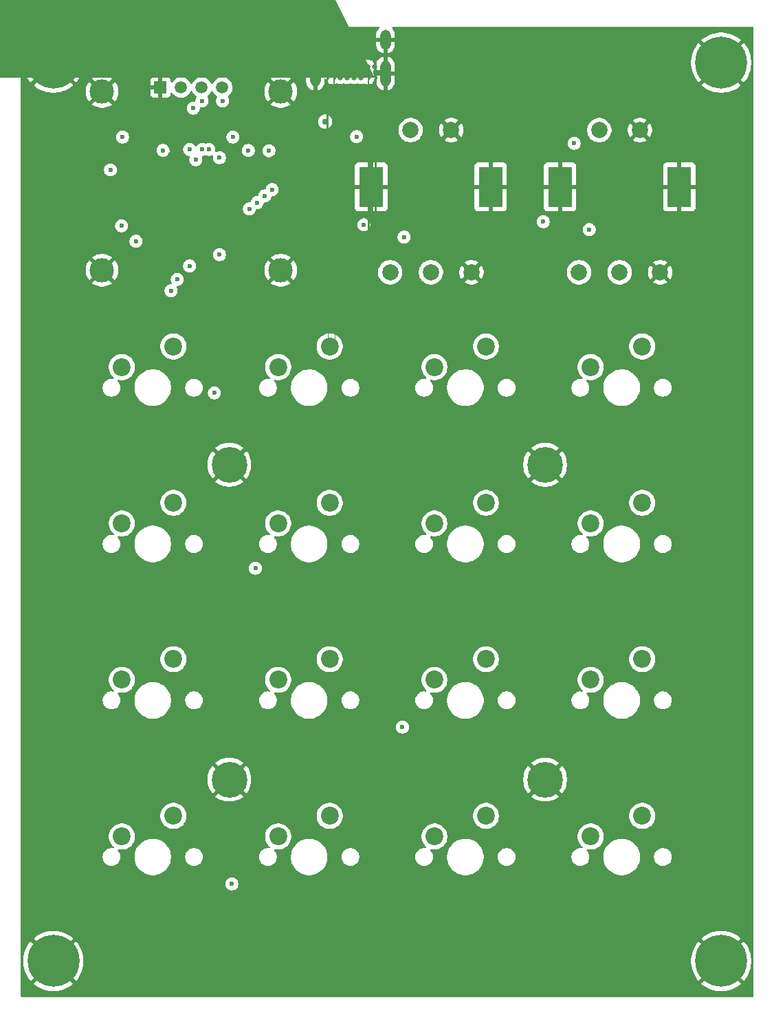
<source format=gbr>
%TF.GenerationSoftware,KiCad,Pcbnew,9.0.0*%
%TF.CreationDate,2025-06-12T15:56:32-06:00*%
%TF.ProjectId,final_macropad,66696e61-6c5f-46d6-9163-726f7061642e,rev?*%
%TF.SameCoordinates,Original*%
%TF.FileFunction,Copper,L3,Inr*%
%TF.FilePolarity,Positive*%
%FSLAX46Y46*%
G04 Gerber Fmt 4.6, Leading zero omitted, Abs format (unit mm)*
G04 Created by KiCad (PCBNEW 9.0.0) date 2025-06-12 15:56:32*
%MOMM*%
%LPD*%
G01*
G04 APERTURE LIST*
G04 Aperture macros list*
%AMFreePoly0*
4,1,121,0.057437,0.323981,0.058316,0.323824,0.113316,0.308824,0.114166,0.308506,0.166166,0.283506,0.166873,0.283092,0.213873,0.250092,0.214579,0.249492,0.254579,0.208492,0.255133,0.207814,0.287133,0.160814,0.287573,0.160023,0.310573,0.108023,0.310851,0.107213,0.324851,0.051213,0.324988,0.050350,0.328988,-0.006650,0.328973,-0.007523,0.322973,-0.064523,0.322801,-0.065397,
0.306801,-0.120397,0.306455,-0.121271,0.280455,-0.172271,0.280021,-0.172972,0.246021,-0.218972,0.245402,-0.219664,0.203402,-0.258664,0.202695,-0.259211,0.155000,-0.289735,0.155000,-1.060082,0.202707,-1.090796,0.203402,-1.091336,0.245402,-1.130336,0.246021,-1.131028,0.280021,-1.177028,0.280455,-1.177729,0.306455,-1.228729,0.306801,-1.229603,0.322801,-1.284603,0.322973,-1.285477,
0.328973,-1.342477,0.328988,-1.343350,0.324988,-1.400350,0.324851,-1.401213,0.310851,-1.457213,0.310573,-1.458023,0.287573,-1.510023,0.287133,-1.510814,0.255133,-1.557814,0.254579,-1.558492,0.214579,-1.599492,0.213873,-1.600092,0.166873,-1.633092,0.166166,-1.633506,0.114166,-1.658506,0.113316,-1.658824,0.058316,-1.673824,0.057437,-1.673981,0.000437,-1.678981,-0.000437,-1.678981,
-0.057437,-1.673981,-0.058316,-1.673824,-0.113316,-1.658824,-0.114166,-1.658506,-0.166166,-1.633506,-0.166873,-1.633092,-0.213873,-1.600092,-0.214579,-1.599492,-0.254579,-1.558492,-0.255133,-1.557814,-0.287133,-1.510814,-0.287573,-1.510023,-0.310573,-1.458023,-0.310851,-1.457213,-0.324851,-1.401213,-0.324988,-1.400350,-0.328988,-1.343350,-0.328973,-1.342477,-0.322973,-1.285477,-0.322801,-1.284603,
-0.306801,-1.229603,-0.306455,-1.228729,-0.280455,-1.177729,-0.280021,-1.177028,-0.246021,-1.131028,-0.245402,-1.130336,-0.203402,-1.091336,-0.202695,-1.090789,-0.155000,-1.060264,-0.155000,-0.289735,-0.202695,-0.259211,-0.203402,-0.258664,-0.245402,-0.219664,-0.246021,-0.218972,-0.280021,-0.172972,-0.280455,-0.172271,-0.306455,-0.121271,-0.306801,-0.120397,-0.322801,-0.065397,-0.322973,-0.064523,
-0.328973,-0.007523,-0.328988,-0.006650,-0.324988,0.050350,-0.324851,0.051213,-0.310851,0.107213,-0.310573,0.108023,-0.287573,0.160023,-0.287133,0.160814,-0.255133,0.207814,-0.254579,0.208492,-0.214579,0.249492,-0.213873,0.250092,-0.166873,0.283092,-0.166166,0.283506,-0.114166,0.308506,-0.113316,0.308824,-0.058316,0.323824,-0.057437,0.323981,-0.000437,0.328981,0.000437,0.328981,
0.057437,0.323981,0.057437,0.323981,$1*%
%AMFreePoly1*
4,1,121,0.057437,0.323981,0.058316,0.323824,0.113316,0.308824,0.114166,0.308506,0.166166,0.283506,0.166873,0.283092,0.213873,0.250092,0.214579,0.249492,0.254579,0.208492,0.255133,0.207814,0.287133,0.160814,0.287573,0.160023,0.310573,0.108023,0.310851,0.107213,0.324851,0.051213,0.324988,0.050350,0.328988,-0.006650,0.328973,-0.007523,0.322973,-0.064523,0.322801,-0.065397,
0.306801,-0.120397,0.306455,-0.121271,0.280455,-0.172271,0.280021,-0.172972,0.246021,-0.218972,0.245402,-0.219664,0.203402,-0.258664,0.202695,-0.259211,0.155000,-0.289735,0.155000,-1.060264,0.202695,-1.090789,0.203402,-1.091336,0.245402,-1.130336,0.246021,-1.131028,0.280021,-1.177028,0.280455,-1.177729,0.306455,-1.228729,0.306801,-1.229603,0.322801,-1.284603,0.322973,-1.285477,
0.328973,-1.342477,0.328988,-1.343350,0.324988,-1.400350,0.324851,-1.401213,0.310851,-1.457213,0.310573,-1.458023,0.287573,-1.510023,0.287133,-1.510814,0.255133,-1.557814,0.254579,-1.558492,0.214579,-1.599492,0.213873,-1.600092,0.166873,-1.633092,0.166166,-1.633506,0.114166,-1.658506,0.113316,-1.658824,0.058316,-1.673824,0.057437,-1.673981,0.000437,-1.678981,-0.000437,-1.678981,
-0.057437,-1.673981,-0.058316,-1.673824,-0.113316,-1.658824,-0.114166,-1.658506,-0.166166,-1.633506,-0.166873,-1.633092,-0.213873,-1.600092,-0.214579,-1.599492,-0.254579,-1.558492,-0.255133,-1.557814,-0.287133,-1.510814,-0.287573,-1.510023,-0.310573,-1.458023,-0.310851,-1.457213,-0.324851,-1.401213,-0.324988,-1.400350,-0.328988,-1.343350,-0.328973,-1.342477,-0.322973,-1.285477,-0.322801,-1.284603,
-0.306801,-1.229603,-0.306455,-1.228729,-0.280455,-1.177729,-0.280021,-1.177028,-0.246021,-1.131028,-0.245402,-1.130336,-0.203402,-1.091336,-0.202695,-1.090789,-0.155000,-1.060264,-0.155000,-0.289735,-0.202695,-0.259211,-0.203402,-0.258664,-0.245402,-0.219664,-0.246021,-0.218972,-0.280021,-0.172972,-0.280455,-0.172271,-0.306455,-0.121271,-0.306801,-0.120397,-0.322801,-0.065397,-0.322973,-0.064523,
-0.328973,-0.007523,-0.328988,-0.006650,-0.324988,0.050350,-0.324851,0.051213,-0.310851,0.107213,-0.310573,0.108023,-0.287573,0.160023,-0.287133,0.160814,-0.255133,0.207814,-0.254579,0.208492,-0.214579,0.249492,-0.213873,0.250092,-0.166873,0.283092,-0.166166,0.283506,-0.114166,0.308506,-0.113316,0.308824,-0.058316,0.323824,-0.057437,0.323981,-0.000437,0.328981,0.000437,0.328981,
0.057437,0.323981,0.057437,0.323981,$1*%
G04 Aperture macros list end*
%TA.AperFunction,ComponentPad*%
%ADD10C,0.800000*%
%TD*%
%TA.AperFunction,ComponentPad*%
%ADD11C,6.400000*%
%TD*%
%TA.AperFunction,ComponentPad*%
%ADD12C,2.000000*%
%TD*%
%TA.AperFunction,ComponentPad*%
%ADD13R,3.000000X5.000000*%
%TD*%
%TA.AperFunction,ComponentPad*%
%ADD14C,2.200000*%
%TD*%
%TA.AperFunction,ComponentPad*%
%ADD15C,4.400000*%
%TD*%
%TA.AperFunction,ComponentPad*%
%ADD16R,1.508000X1.508000*%
%TD*%
%TA.AperFunction,ComponentPad*%
%ADD17C,1.508000*%
%TD*%
%TA.AperFunction,ComponentPad*%
%ADD18C,3.000000*%
%TD*%
%TA.AperFunction,ComponentPad*%
%ADD19FreePoly0,180.000000*%
%TD*%
%TA.AperFunction,ComponentPad*%
%ADD20C,0.648000*%
%TD*%
%TA.AperFunction,ComponentPad*%
%ADD21FreePoly1,180.000000*%
%TD*%
%TA.AperFunction,ComponentPad*%
%ADD22O,1.300000X2.500000*%
%TD*%
%TA.AperFunction,ComponentPad*%
%ADD23O,1.300000X3.200000*%
%TD*%
%TA.AperFunction,ViaPad*%
%ADD24C,0.600000*%
%TD*%
%TA.AperFunction,ViaPad*%
%ADD25C,0.762000*%
%TD*%
G04 APERTURE END LIST*
D10*
%TO.N,GND*%
%TO.C,H3*%
X30600000Y-140052944D03*
X31302944Y-138355888D03*
X31302944Y-141750000D03*
X33000000Y-137652944D03*
D11*
X33000000Y-140052944D03*
D10*
X33000000Y-142452944D03*
X34697056Y-138355888D03*
X34697056Y-141750000D03*
X35400000Y-140052944D03*
%TD*%
D12*
%TO.N,Net-(R7-Pad2)*%
%TO.C,S17*%
X100250000Y-37750000D03*
%TO.N,GND*%
X105250000Y-37750000D03*
%TO.N,Net-(S17-CHANNEL_A)*%
X97750000Y-55250000D03*
%TO.N,Net-(S17-CHANNEL_B)*%
X102750000Y-55250000D03*
%TO.N,GND*%
X107750000Y-55250000D03*
D13*
X95400000Y-44750000D03*
X110100000Y-44750000D03*
%TD*%
D10*
%TO.N,GND*%
%TO.C,H4*%
X112850000Y-140052944D03*
X113552944Y-138355888D03*
X113552944Y-141750000D03*
X115250000Y-137652944D03*
D11*
X115250000Y-140052944D03*
D10*
X115250000Y-142452944D03*
X116947056Y-138355888D03*
X116947056Y-141750000D03*
X117650000Y-140052944D03*
%TD*%
D14*
%TO.N,COL 2*%
%TO.C,S3*%
X86290000Y-64380000D03*
%TO.N,Net-(D3-A)*%
X79940000Y-66920000D03*
%TD*%
%TO.N,COL 1*%
%TO.C,S14*%
X67040000Y-122170000D03*
%TO.N,Net-(D14-A)*%
X60690000Y-124710000D03*
%TD*%
%TO.N,COL 1*%
%TO.C,S6*%
X67040000Y-83630000D03*
%TO.N,Net-(D6-A)*%
X60690000Y-86170000D03*
%TD*%
D15*
%TO.N,GND*%
%TO.C,H8*%
X93570000Y-117710000D03*
%TD*%
%TO.N,GND*%
%TO.C,H5*%
X54670000Y-78960000D03*
%TD*%
D14*
%TO.N,COL 2*%
%TO.C,S7*%
X86290000Y-83630000D03*
%TO.N,Net-(D7-A)*%
X79940000Y-86170000D03*
%TD*%
%TO.N,COL 3*%
%TO.C,S4*%
X105540000Y-64380000D03*
%TO.N,Net-(D4-A)*%
X99190000Y-66920000D03*
%TD*%
%TO.N,COL 3*%
%TO.C,S8*%
X105540000Y-83630000D03*
%TO.N,Net-(D8-A)*%
X99190000Y-86170000D03*
%TD*%
D10*
%TO.N,GND*%
%TO.C,H1*%
X30600000Y-29447056D03*
X31302944Y-27750000D03*
X31302944Y-31144112D03*
X33000000Y-27047056D03*
D11*
X33000000Y-29447056D03*
D10*
X33000000Y-31847056D03*
X34697056Y-27750000D03*
X34697056Y-31144112D03*
X35400000Y-29447056D03*
%TD*%
D15*
%TO.N,GND*%
%TO.C,H6*%
X54670000Y-117710000D03*
%TD*%
D14*
%TO.N,COL 0*%
%TO.C,S5*%
X47790000Y-83630000D03*
%TO.N,Net-(D5-A)*%
X41440000Y-86170000D03*
%TD*%
%TO.N,COL 0*%
%TO.C,S1*%
X47790000Y-64380000D03*
%TO.N,Net-(D1-A)*%
X41440000Y-66920000D03*
%TD*%
%TO.N,COL 1*%
%TO.C,S10*%
X67040000Y-102880000D03*
%TO.N,Net-(D10-A)*%
X60690000Y-105420000D03*
%TD*%
D15*
%TO.N,GND*%
%TO.C,H7*%
X93570000Y-78960000D03*
%TD*%
D10*
%TO.N,GND*%
%TO.C,H2*%
X112850000Y-29447056D03*
X113552944Y-27750000D03*
X113552944Y-31144112D03*
X115250000Y-27047056D03*
D11*
X115250000Y-29447056D03*
D10*
X115250000Y-31847056D03*
X116947056Y-27750000D03*
X116947056Y-31144112D03*
X117650000Y-29447056D03*
%TD*%
D14*
%TO.N,COL 3*%
%TO.C,S12*%
X105540000Y-102880000D03*
%TO.N,Net-(D12-A)*%
X99190000Y-105420000D03*
%TD*%
D16*
%TO.N,GND*%
%TO.C,U3*%
X46190000Y-32500000D03*
D17*
%TO.N,5V*%
X48730000Y-32500000D03*
%TO.N,SCL*%
X51270000Y-32500000D03*
%TO.N,SDA*%
X53810000Y-32500000D03*
D18*
%TO.N,GND*%
X39000000Y-33000000D03*
X61000000Y-33000000D03*
X61000000Y-55000000D03*
X39000000Y-55000000D03*
%TD*%
D14*
%TO.N,COL 1*%
%TO.C,S2*%
X67040000Y-64380000D03*
%TO.N,Net-(D2-A)*%
X60690000Y-66920000D03*
%TD*%
%TO.N,COL 0*%
%TO.C,S9*%
X47790000Y-102880000D03*
%TO.N,Net-(D9-A)*%
X41440000Y-105420000D03*
%TD*%
D19*
%TO.N,GND*%
%TO.C,J2*%
X72571000Y-31272000D03*
%TO.N,VBUS+*%
X71721000Y-31272000D03*
D20*
%TO.N,Net-(J2-CC1)*%
X70871000Y-31272000D03*
%TO.N,USB_D+*%
X70021000Y-31272000D03*
%TO.N,USB_D-*%
X69171000Y-31272000D03*
%TO.N,unconnected-(J2-SBU1-PadA8)*%
X68321000Y-31272000D03*
D21*
%TO.N,VBUS+*%
X67471000Y-31272000D03*
D19*
%TO.N,GND*%
X66621000Y-31272000D03*
D20*
X66621000Y-29922000D03*
%TO.N,VBUS+*%
X67471000Y-29922000D03*
%TO.N,Net-(J2-CC2)*%
X68321000Y-29922000D03*
%TO.N,USB_D+*%
X69171000Y-29922000D03*
%TO.N,USB_D-*%
X70021000Y-29922000D03*
%TO.N,unconnected-(J2-SBU2-PadB8)*%
X70871000Y-29922000D03*
%TO.N,VBUS+*%
X71721000Y-29922000D03*
%TO.N,GND*%
X72571000Y-29922000D03*
D22*
X73916000Y-26622000D03*
X65276000Y-26622000D03*
D23*
X73916000Y-30772000D03*
X65276000Y-30772000D03*
%TD*%
D14*
%TO.N,COL 2*%
%TO.C,S15*%
X86290000Y-122170000D03*
%TO.N,Net-(D15-A)*%
X79940000Y-124710000D03*
%TD*%
D12*
%TO.N,Net-(R10-Pad2)*%
%TO.C,S18*%
X77000000Y-37750000D03*
%TO.N,GND*%
X82000000Y-37750000D03*
%TO.N,Net-(S18-CHANNEL_A)*%
X74500000Y-55250000D03*
%TO.N,Net-(S18-CHANNEL_B)*%
X79500000Y-55250000D03*
%TO.N,GND*%
X84500000Y-55250000D03*
D13*
X72150000Y-44750000D03*
X86850000Y-44750000D03*
%TD*%
D14*
%TO.N,COL 3*%
%TO.C,S16*%
X105540000Y-122170000D03*
%TO.N,Net-(D16-A)*%
X99190000Y-124710000D03*
%TD*%
%TO.N,COL 0*%
%TO.C,S13*%
X47790000Y-122170000D03*
%TO.N,Net-(D13-A)*%
X41440000Y-124710000D03*
%TD*%
%TO.N,COL 2*%
%TO.C,S11*%
X86290000Y-102880000D03*
%TO.N,Net-(D11-A)*%
X79940000Y-105420000D03*
%TD*%
D24*
%TO.N,Net-(U1-UCAP)*%
X50232500Y-35052000D03*
X49784000Y-40132000D03*
%TO.N,GND*%
X60452000Y-43180000D03*
X41402000Y-46228000D03*
X55753000Y-52070000D03*
X60889000Y-36703000D03*
X75692000Y-49410000D03*
X60833000Y-26797000D03*
X41529000Y-42037000D03*
X59563000Y-42063500D03*
X98044000Y-48641000D03*
X43180000Y-54610000D03*
X46852500Y-35052000D03*
X31496000Y-52832000D03*
X81153000Y-49276000D03*
X78232000Y-34163000D03*
X65278000Y-45466000D03*
X104500000Y-49750000D03*
X48387000Y-40640000D03*
%TO.N,Net-(U1-~{RESET})*%
X53467000Y-41148000D03*
X43180000Y-51435000D03*
%TO.N,ROW 0*%
X47498000Y-57531000D03*
X52832000Y-70104000D03*
%TO.N,ROW 1*%
X57883000Y-91694000D03*
X48260000Y-56134000D03*
%TO.N,ROW 2*%
X49784000Y-54483000D03*
X76000000Y-111250000D03*
%TO.N,5V*%
X46500000Y-40250000D03*
X53467000Y-53086000D03*
X41402000Y-49530000D03*
X59563000Y-40285500D03*
X50546000Y-41402000D03*
X41529000Y-38608000D03*
%TO.N,SCL*%
X51308000Y-34163000D03*
X51350000Y-40132000D03*
%TO.N,SDA*%
X52150000Y-40132000D03*
X53848000Y-34163000D03*
%TO.N,SW0*%
X57023000Y-40259000D03*
X97155000Y-39370000D03*
%TO.N,ROTA0*%
X59944000Y-45085000D03*
X93345000Y-49022000D03*
%TO.N,ROTB0*%
X58102500Y-46672500D03*
X99000000Y-50000000D03*
%TO.N,ROTA1*%
X59055000Y-45847000D03*
X71247000Y-49410000D03*
%TO.N,ROTB1*%
X57150000Y-47450000D03*
X76200000Y-50927000D03*
%TO.N,SW1*%
X70358000Y-38550000D03*
X55118000Y-38608000D03*
D25*
%TO.N,VBUS+*%
X66477000Y-36703000D03*
D24*
%TO.N,ROW 3*%
X40027000Y-42650000D03*
X54991000Y-130556000D03*
%TD*%
%TA.AperFunction,Conductor*%
%TO.N,GND*%
G36*
X64438831Y-25020185D02*
G01*
X64484586Y-25072989D01*
X64494530Y-25142147D01*
X64465505Y-25205703D01*
X64459473Y-25212181D01*
X64398827Y-25272826D01*
X64398823Y-25272830D01*
X64292434Y-25419265D01*
X64210252Y-25580552D01*
X64210251Y-25580555D01*
X64154317Y-25752706D01*
X64126000Y-25931493D01*
X64126000Y-26372000D01*
X64926000Y-26372000D01*
X64926000Y-26872000D01*
X64126000Y-26872000D01*
X64126000Y-27312506D01*
X64154317Y-27491293D01*
X64210251Y-27663444D01*
X64210252Y-27663447D01*
X64292434Y-27824734D01*
X64398823Y-27971169D01*
X64526830Y-28099176D01*
X64673265Y-28205565D01*
X64834552Y-28287747D01*
X64834555Y-28287748D01*
X65006699Y-28343680D01*
X65006712Y-28343683D01*
X65026000Y-28346738D01*
X65026000Y-27316975D01*
X65061095Y-27352070D01*
X65140905Y-27398148D01*
X65229922Y-27422000D01*
X65322078Y-27422000D01*
X65411095Y-27398148D01*
X65490905Y-27352070D01*
X65526000Y-27316975D01*
X65526000Y-28346737D01*
X65545287Y-28343683D01*
X65545300Y-28343680D01*
X65717444Y-28287748D01*
X65717447Y-28287747D01*
X65878734Y-28205565D01*
X66025169Y-28099176D01*
X66153176Y-27971169D01*
X66259565Y-27824734D01*
X66341747Y-27663447D01*
X66341748Y-27663444D01*
X66397682Y-27491293D01*
X66426000Y-27312506D01*
X66426000Y-26872000D01*
X65626000Y-26872000D01*
X65626000Y-26372000D01*
X66426000Y-26372000D01*
X66426000Y-25931493D01*
X66397682Y-25752706D01*
X66341748Y-25580555D01*
X66341747Y-25580552D01*
X66259565Y-25419265D01*
X66153176Y-25272830D01*
X66092527Y-25212181D01*
X66059042Y-25150858D01*
X66064026Y-25081166D01*
X66105898Y-25025233D01*
X66171362Y-25000816D01*
X66180208Y-25000500D01*
X73011792Y-25000500D01*
X73078831Y-25020185D01*
X73124586Y-25072989D01*
X73134530Y-25142147D01*
X73105505Y-25205703D01*
X73099473Y-25212181D01*
X73038827Y-25272826D01*
X73038823Y-25272830D01*
X72932434Y-25419265D01*
X72850252Y-25580552D01*
X72850251Y-25580555D01*
X72794317Y-25752706D01*
X72766000Y-25931493D01*
X72766000Y-26372000D01*
X73566000Y-26372000D01*
X73566000Y-26872000D01*
X72766000Y-26872000D01*
X72766000Y-27312506D01*
X72794317Y-27491293D01*
X72850251Y-27663444D01*
X72850252Y-27663447D01*
X72932434Y-27824734D01*
X73038823Y-27971169D01*
X73166830Y-28099176D01*
X73313265Y-28205565D01*
X73474552Y-28287747D01*
X73474555Y-28287748D01*
X73646699Y-28343680D01*
X73646712Y-28343683D01*
X73666000Y-28346738D01*
X73666000Y-27316975D01*
X73701095Y-27352070D01*
X73780905Y-27398148D01*
X73869922Y-27422000D01*
X73962078Y-27422000D01*
X74051095Y-27398148D01*
X74130905Y-27352070D01*
X74166000Y-27316975D01*
X74166000Y-28346737D01*
X74185287Y-28343683D01*
X74185300Y-28343680D01*
X74357444Y-28287748D01*
X74357447Y-28287747D01*
X74518734Y-28205565D01*
X74665169Y-28099176D01*
X74793176Y-27971169D01*
X74899565Y-27824734D01*
X74981747Y-27663447D01*
X74981748Y-27663444D01*
X75037682Y-27491293D01*
X75066000Y-27312506D01*
X75066000Y-26872000D01*
X74266000Y-26872000D01*
X74266000Y-26372000D01*
X75066000Y-26372000D01*
X75066000Y-25931493D01*
X75037682Y-25752706D01*
X74981748Y-25580555D01*
X74981747Y-25580552D01*
X74899565Y-25419265D01*
X74793176Y-25272830D01*
X74732527Y-25212181D01*
X74699042Y-25150858D01*
X74704026Y-25081166D01*
X74745898Y-25025233D01*
X74811362Y-25000816D01*
X74820208Y-25000500D01*
X119125500Y-25000500D01*
X119192539Y-25020185D01*
X119238294Y-25072989D01*
X119249500Y-25124500D01*
X119249500Y-144375500D01*
X119229815Y-144442539D01*
X119177011Y-144488294D01*
X119125500Y-144499500D01*
X29124500Y-144499500D01*
X29057461Y-144479815D01*
X29011706Y-144427011D01*
X29000500Y-144375500D01*
X29000500Y-139871178D01*
X29300000Y-139871178D01*
X29300000Y-140234709D01*
X29335632Y-140596500D01*
X29406550Y-140953034D01*
X29406553Y-140953045D01*
X29512086Y-141300941D01*
X29651207Y-141636808D01*
X29651209Y-141636813D01*
X29822570Y-141957406D01*
X29822581Y-141957424D01*
X30024551Y-142259694D01*
X30211678Y-142487709D01*
X30211679Y-142487710D01*
X31705747Y-140993641D01*
X31779588Y-141095274D01*
X31957670Y-141273356D01*
X32059301Y-141347195D01*
X30565232Y-142841263D01*
X30565233Y-142841264D01*
X30793249Y-143028392D01*
X31095519Y-143230362D01*
X31095537Y-143230373D01*
X31416130Y-143401734D01*
X31416135Y-143401736D01*
X31752002Y-143540857D01*
X32099898Y-143646390D01*
X32099909Y-143646393D01*
X32456443Y-143717311D01*
X32818234Y-143752944D01*
X33181766Y-143752944D01*
X33543556Y-143717311D01*
X33900090Y-143646393D01*
X33900101Y-143646390D01*
X34247997Y-143540857D01*
X34583864Y-143401736D01*
X34583869Y-143401734D01*
X34904462Y-143230373D01*
X34904480Y-143230362D01*
X35206736Y-143028401D01*
X35206750Y-143028391D01*
X35434765Y-142841264D01*
X35434766Y-142841263D01*
X33940698Y-141347195D01*
X34042330Y-141273356D01*
X34220412Y-141095274D01*
X34294251Y-140993642D01*
X35788319Y-142487710D01*
X35788320Y-142487709D01*
X35975447Y-142259694D01*
X35975457Y-142259680D01*
X36177418Y-141957424D01*
X36177429Y-141957406D01*
X36348790Y-141636813D01*
X36348792Y-141636808D01*
X36487913Y-141300941D01*
X36593446Y-140953045D01*
X36593449Y-140953034D01*
X36664367Y-140596500D01*
X36700000Y-140234709D01*
X36700000Y-139871178D01*
X111550000Y-139871178D01*
X111550000Y-140234709D01*
X111585632Y-140596500D01*
X111656550Y-140953034D01*
X111656553Y-140953045D01*
X111762086Y-141300941D01*
X111901207Y-141636808D01*
X111901209Y-141636813D01*
X112072570Y-141957406D01*
X112072581Y-141957424D01*
X112274551Y-142259694D01*
X112461678Y-142487709D01*
X112461679Y-142487710D01*
X113955747Y-140993641D01*
X114029588Y-141095274D01*
X114207670Y-141273356D01*
X114309301Y-141347195D01*
X112815232Y-142841263D01*
X112815233Y-142841264D01*
X113043249Y-143028392D01*
X113345519Y-143230362D01*
X113345537Y-143230373D01*
X113666130Y-143401734D01*
X113666135Y-143401736D01*
X114002002Y-143540857D01*
X114349898Y-143646390D01*
X114349909Y-143646393D01*
X114706443Y-143717311D01*
X115068234Y-143752944D01*
X115431766Y-143752944D01*
X115793556Y-143717311D01*
X116150090Y-143646393D01*
X116150101Y-143646390D01*
X116497997Y-143540857D01*
X116833864Y-143401736D01*
X116833869Y-143401734D01*
X117154462Y-143230373D01*
X117154480Y-143230362D01*
X117456736Y-143028401D01*
X117456750Y-143028391D01*
X117684765Y-142841264D01*
X117684766Y-142841263D01*
X116190698Y-141347195D01*
X116292330Y-141273356D01*
X116470412Y-141095274D01*
X116544251Y-140993642D01*
X118038319Y-142487710D01*
X118038320Y-142487709D01*
X118225447Y-142259694D01*
X118225457Y-142259680D01*
X118427418Y-141957424D01*
X118427429Y-141957406D01*
X118598790Y-141636813D01*
X118598792Y-141636808D01*
X118737913Y-141300941D01*
X118843446Y-140953045D01*
X118843449Y-140953034D01*
X118914367Y-140596500D01*
X118950000Y-140234709D01*
X118950000Y-139871178D01*
X118914367Y-139509387D01*
X118843449Y-139152853D01*
X118843446Y-139152842D01*
X118737913Y-138804946D01*
X118598792Y-138469079D01*
X118598790Y-138469074D01*
X118427429Y-138148481D01*
X118427418Y-138148463D01*
X118225448Y-137846193D01*
X118038320Y-137618177D01*
X118038319Y-137618176D01*
X116544251Y-139112244D01*
X116470412Y-139010614D01*
X116292330Y-138832532D01*
X116190698Y-138758692D01*
X117684766Y-137264623D01*
X117684765Y-137264622D01*
X117456750Y-137077495D01*
X117154480Y-136875525D01*
X117154462Y-136875514D01*
X116833869Y-136704153D01*
X116833864Y-136704151D01*
X116497997Y-136565030D01*
X116150101Y-136459497D01*
X116150090Y-136459494D01*
X115793556Y-136388576D01*
X115431766Y-136352944D01*
X115068234Y-136352944D01*
X114706443Y-136388576D01*
X114349909Y-136459494D01*
X114349898Y-136459497D01*
X114002002Y-136565030D01*
X113666135Y-136704151D01*
X113666130Y-136704153D01*
X113345537Y-136875514D01*
X113345519Y-136875525D01*
X113043258Y-137077489D01*
X113043254Y-137077492D01*
X112815233Y-137264623D01*
X112815233Y-137264624D01*
X114309301Y-138758692D01*
X114207670Y-138832532D01*
X114029588Y-139010614D01*
X113955748Y-139112245D01*
X112461680Y-137618177D01*
X112461679Y-137618177D01*
X112274548Y-137846198D01*
X112274545Y-137846202D01*
X112072581Y-138148463D01*
X112072570Y-138148481D01*
X111901209Y-138469074D01*
X111901207Y-138469079D01*
X111762086Y-138804946D01*
X111656553Y-139152842D01*
X111656550Y-139152853D01*
X111585632Y-139509387D01*
X111550000Y-139871178D01*
X36700000Y-139871178D01*
X36664367Y-139509387D01*
X36593449Y-139152853D01*
X36593446Y-139152842D01*
X36487913Y-138804946D01*
X36348792Y-138469079D01*
X36348790Y-138469074D01*
X36177429Y-138148481D01*
X36177418Y-138148463D01*
X35975448Y-137846193D01*
X35788320Y-137618177D01*
X35788319Y-137618176D01*
X34294251Y-139112244D01*
X34220412Y-139010614D01*
X34042330Y-138832532D01*
X33940698Y-138758692D01*
X35434766Y-137264623D01*
X35434765Y-137264622D01*
X35206750Y-137077495D01*
X34904480Y-136875525D01*
X34904462Y-136875514D01*
X34583869Y-136704153D01*
X34583864Y-136704151D01*
X34247997Y-136565030D01*
X33900101Y-136459497D01*
X33900090Y-136459494D01*
X33543556Y-136388576D01*
X33181766Y-136352944D01*
X32818234Y-136352944D01*
X32456443Y-136388576D01*
X32099909Y-136459494D01*
X32099898Y-136459497D01*
X31752002Y-136565030D01*
X31416135Y-136704151D01*
X31416130Y-136704153D01*
X31095537Y-136875514D01*
X31095519Y-136875525D01*
X30793258Y-137077489D01*
X30793254Y-137077492D01*
X30565233Y-137264623D01*
X30565233Y-137264624D01*
X32059301Y-138758692D01*
X31957670Y-138832532D01*
X31779588Y-139010614D01*
X31705748Y-139112245D01*
X30211680Y-137618177D01*
X30211679Y-137618177D01*
X30024548Y-137846198D01*
X30024545Y-137846202D01*
X29822581Y-138148463D01*
X29822570Y-138148481D01*
X29651209Y-138469074D01*
X29651207Y-138469079D01*
X29512086Y-138804946D01*
X29406553Y-139152842D01*
X29406550Y-139152853D01*
X29335632Y-139509387D01*
X29300000Y-139871178D01*
X29000500Y-139871178D01*
X29000500Y-130477153D01*
X54190500Y-130477153D01*
X54190500Y-130634846D01*
X54221261Y-130789489D01*
X54221264Y-130789501D01*
X54281602Y-130935172D01*
X54281609Y-130935185D01*
X54369210Y-131066288D01*
X54369213Y-131066292D01*
X54480707Y-131177786D01*
X54480711Y-131177789D01*
X54611814Y-131265390D01*
X54611827Y-131265397D01*
X54757498Y-131325735D01*
X54757503Y-131325737D01*
X54912153Y-131356499D01*
X54912156Y-131356500D01*
X54912158Y-131356500D01*
X55069844Y-131356500D01*
X55069845Y-131356499D01*
X55224497Y-131325737D01*
X55370179Y-131265394D01*
X55501289Y-131177789D01*
X55612789Y-131066289D01*
X55700394Y-130935179D01*
X55760737Y-130789497D01*
X55791500Y-130634842D01*
X55791500Y-130477158D01*
X55791500Y-130477155D01*
X55791499Y-130477153D01*
X55760738Y-130322510D01*
X55760737Y-130322503D01*
X55760735Y-130322498D01*
X55700397Y-130176827D01*
X55700390Y-130176814D01*
X55612789Y-130045711D01*
X55612786Y-130045707D01*
X55501292Y-129934213D01*
X55501288Y-129934210D01*
X55370185Y-129846609D01*
X55370172Y-129846602D01*
X55224501Y-129786264D01*
X55224489Y-129786261D01*
X55069845Y-129755500D01*
X55069842Y-129755500D01*
X54912158Y-129755500D01*
X54912155Y-129755500D01*
X54757510Y-129786261D01*
X54757498Y-129786264D01*
X54611827Y-129846602D01*
X54611814Y-129846609D01*
X54480711Y-129934210D01*
X54480707Y-129934213D01*
X54369213Y-130045707D01*
X54369210Y-130045711D01*
X54281609Y-130176814D01*
X54281602Y-130176827D01*
X54221264Y-130322498D01*
X54221261Y-130322510D01*
X54190500Y-130477153D01*
X29000500Y-130477153D01*
X29000500Y-127163389D01*
X39069500Y-127163389D01*
X39069500Y-127336611D01*
X39096598Y-127507701D01*
X39150127Y-127672445D01*
X39228768Y-127826788D01*
X39330586Y-127966928D01*
X39453072Y-128089414D01*
X39593212Y-128191232D01*
X39747555Y-128269873D01*
X39912299Y-128323402D01*
X40083389Y-128350500D01*
X40083390Y-128350500D01*
X40256610Y-128350500D01*
X40256611Y-128350500D01*
X40427701Y-128323402D01*
X40592445Y-128269873D01*
X40746788Y-128191232D01*
X40886928Y-128089414D01*
X41009414Y-127966928D01*
X41111232Y-127826788D01*
X41189873Y-127672445D01*
X41243402Y-127507701D01*
X41270500Y-127336611D01*
X41270500Y-127163389D01*
X41260854Y-127102486D01*
X42999500Y-127102486D01*
X42999500Y-127397513D01*
X43031571Y-127641113D01*
X43038007Y-127689993D01*
X43112212Y-127966930D01*
X43114361Y-127974951D01*
X43114364Y-127974961D01*
X43227254Y-128247500D01*
X43227258Y-128247510D01*
X43374761Y-128502993D01*
X43554352Y-128737040D01*
X43554358Y-128737047D01*
X43762952Y-128945641D01*
X43762959Y-128945647D01*
X43997006Y-129125238D01*
X44252489Y-129272741D01*
X44252490Y-129272741D01*
X44252493Y-129272743D01*
X44525048Y-129385639D01*
X44810007Y-129461993D01*
X45102494Y-129500500D01*
X45102501Y-129500500D01*
X45397499Y-129500500D01*
X45397506Y-129500500D01*
X45689993Y-129461993D01*
X45974952Y-129385639D01*
X46247507Y-129272743D01*
X46502994Y-129125238D01*
X46737042Y-128945646D01*
X46945646Y-128737042D01*
X47125238Y-128502994D01*
X47272743Y-128247507D01*
X47385639Y-127974952D01*
X47461993Y-127689993D01*
X47500500Y-127397506D01*
X47500500Y-127163389D01*
X49229500Y-127163389D01*
X49229500Y-127336611D01*
X49256598Y-127507701D01*
X49310127Y-127672445D01*
X49388768Y-127826788D01*
X49490586Y-127966928D01*
X49613072Y-128089414D01*
X49753212Y-128191232D01*
X49907555Y-128269873D01*
X50072299Y-128323402D01*
X50243389Y-128350500D01*
X50243390Y-128350500D01*
X50416610Y-128350500D01*
X50416611Y-128350500D01*
X50587701Y-128323402D01*
X50752445Y-128269873D01*
X50906788Y-128191232D01*
X51046928Y-128089414D01*
X51169414Y-127966928D01*
X51271232Y-127826788D01*
X51349873Y-127672445D01*
X51403402Y-127507701D01*
X51430500Y-127336611D01*
X51430500Y-127163389D01*
X58319500Y-127163389D01*
X58319500Y-127336611D01*
X58346598Y-127507701D01*
X58400127Y-127672445D01*
X58478768Y-127826788D01*
X58580586Y-127966928D01*
X58703072Y-128089414D01*
X58843212Y-128191232D01*
X58997555Y-128269873D01*
X59162299Y-128323402D01*
X59333389Y-128350500D01*
X59333390Y-128350500D01*
X59506610Y-128350500D01*
X59506611Y-128350500D01*
X59677701Y-128323402D01*
X59842445Y-128269873D01*
X59996788Y-128191232D01*
X60136928Y-128089414D01*
X60259414Y-127966928D01*
X60361232Y-127826788D01*
X60439873Y-127672445D01*
X60493402Y-127507701D01*
X60520500Y-127336611D01*
X60520500Y-127163389D01*
X60510854Y-127102486D01*
X62249500Y-127102486D01*
X62249500Y-127397513D01*
X62281571Y-127641113D01*
X62288007Y-127689993D01*
X62362212Y-127966930D01*
X62364361Y-127974951D01*
X62364364Y-127974961D01*
X62477254Y-128247500D01*
X62477258Y-128247510D01*
X62624761Y-128502993D01*
X62804352Y-128737040D01*
X62804358Y-128737047D01*
X63012952Y-128945641D01*
X63012959Y-128945647D01*
X63247006Y-129125238D01*
X63502489Y-129272741D01*
X63502490Y-129272741D01*
X63502493Y-129272743D01*
X63775048Y-129385639D01*
X64060007Y-129461993D01*
X64352494Y-129500500D01*
X64352501Y-129500500D01*
X64647499Y-129500500D01*
X64647506Y-129500500D01*
X64939993Y-129461993D01*
X65224952Y-129385639D01*
X65497507Y-129272743D01*
X65752994Y-129125238D01*
X65987042Y-128945646D01*
X66195646Y-128737042D01*
X66375238Y-128502994D01*
X66522743Y-128247507D01*
X66635639Y-127974952D01*
X66711993Y-127689993D01*
X66750500Y-127397506D01*
X66750500Y-127163389D01*
X68479500Y-127163389D01*
X68479500Y-127336611D01*
X68506598Y-127507701D01*
X68560127Y-127672445D01*
X68638768Y-127826788D01*
X68740586Y-127966928D01*
X68863072Y-128089414D01*
X69003212Y-128191232D01*
X69157555Y-128269873D01*
X69322299Y-128323402D01*
X69493389Y-128350500D01*
X69493390Y-128350500D01*
X69666610Y-128350500D01*
X69666611Y-128350500D01*
X69837701Y-128323402D01*
X70002445Y-128269873D01*
X70156788Y-128191232D01*
X70296928Y-128089414D01*
X70419414Y-127966928D01*
X70521232Y-127826788D01*
X70599873Y-127672445D01*
X70653402Y-127507701D01*
X70680500Y-127336611D01*
X70680500Y-127163389D01*
X77569500Y-127163389D01*
X77569500Y-127336611D01*
X77596598Y-127507701D01*
X77650127Y-127672445D01*
X77728768Y-127826788D01*
X77830586Y-127966928D01*
X77953072Y-128089414D01*
X78093212Y-128191232D01*
X78247555Y-128269873D01*
X78412299Y-128323402D01*
X78583389Y-128350500D01*
X78583390Y-128350500D01*
X78756610Y-128350500D01*
X78756611Y-128350500D01*
X78927701Y-128323402D01*
X79092445Y-128269873D01*
X79246788Y-128191232D01*
X79386928Y-128089414D01*
X79509414Y-127966928D01*
X79611232Y-127826788D01*
X79689873Y-127672445D01*
X79743402Y-127507701D01*
X79770500Y-127336611D01*
X79770500Y-127163389D01*
X79760854Y-127102486D01*
X81499500Y-127102486D01*
X81499500Y-127397513D01*
X81531571Y-127641113D01*
X81538007Y-127689993D01*
X81612212Y-127966930D01*
X81614361Y-127974951D01*
X81614364Y-127974961D01*
X81727254Y-128247500D01*
X81727258Y-128247510D01*
X81874761Y-128502993D01*
X82054352Y-128737040D01*
X82054358Y-128737047D01*
X82262952Y-128945641D01*
X82262959Y-128945647D01*
X82497006Y-129125238D01*
X82752489Y-129272741D01*
X82752490Y-129272741D01*
X82752493Y-129272743D01*
X83025048Y-129385639D01*
X83310007Y-129461993D01*
X83602494Y-129500500D01*
X83602501Y-129500500D01*
X83897499Y-129500500D01*
X83897506Y-129500500D01*
X84189993Y-129461993D01*
X84474952Y-129385639D01*
X84747507Y-129272743D01*
X85002994Y-129125238D01*
X85237042Y-128945646D01*
X85445646Y-128737042D01*
X85625238Y-128502994D01*
X85772743Y-128247507D01*
X85885639Y-127974952D01*
X85961993Y-127689993D01*
X86000500Y-127397506D01*
X86000500Y-127163389D01*
X87729500Y-127163389D01*
X87729500Y-127336611D01*
X87756598Y-127507701D01*
X87810127Y-127672445D01*
X87888768Y-127826788D01*
X87990586Y-127966928D01*
X88113072Y-128089414D01*
X88253212Y-128191232D01*
X88407555Y-128269873D01*
X88572299Y-128323402D01*
X88743389Y-128350500D01*
X88743390Y-128350500D01*
X88916610Y-128350500D01*
X88916611Y-128350500D01*
X89087701Y-128323402D01*
X89252445Y-128269873D01*
X89406788Y-128191232D01*
X89546928Y-128089414D01*
X89669414Y-127966928D01*
X89771232Y-127826788D01*
X89849873Y-127672445D01*
X89903402Y-127507701D01*
X89930500Y-127336611D01*
X89930500Y-127163389D01*
X96819500Y-127163389D01*
X96819500Y-127336611D01*
X96846598Y-127507701D01*
X96900127Y-127672445D01*
X96978768Y-127826788D01*
X97080586Y-127966928D01*
X97203072Y-128089414D01*
X97343212Y-128191232D01*
X97497555Y-128269873D01*
X97662299Y-128323402D01*
X97833389Y-128350500D01*
X97833390Y-128350500D01*
X98006610Y-128350500D01*
X98006611Y-128350500D01*
X98177701Y-128323402D01*
X98342445Y-128269873D01*
X98496788Y-128191232D01*
X98636928Y-128089414D01*
X98759414Y-127966928D01*
X98861232Y-127826788D01*
X98939873Y-127672445D01*
X98993402Y-127507701D01*
X99020500Y-127336611D01*
X99020500Y-127163389D01*
X99010854Y-127102486D01*
X100749500Y-127102486D01*
X100749500Y-127397513D01*
X100781571Y-127641113D01*
X100788007Y-127689993D01*
X100862212Y-127966930D01*
X100864361Y-127974951D01*
X100864364Y-127974961D01*
X100977254Y-128247500D01*
X100977258Y-128247510D01*
X101124761Y-128502993D01*
X101304352Y-128737040D01*
X101304358Y-128737047D01*
X101512952Y-128945641D01*
X101512959Y-128945647D01*
X101747006Y-129125238D01*
X102002489Y-129272741D01*
X102002490Y-129272741D01*
X102002493Y-129272743D01*
X102275048Y-129385639D01*
X102560007Y-129461993D01*
X102852494Y-129500500D01*
X102852501Y-129500500D01*
X103147499Y-129500500D01*
X103147506Y-129500500D01*
X103439993Y-129461993D01*
X103724952Y-129385639D01*
X103997507Y-129272743D01*
X104252994Y-129125238D01*
X104487042Y-128945646D01*
X104695646Y-128737042D01*
X104875238Y-128502994D01*
X105022743Y-128247507D01*
X105135639Y-127974952D01*
X105211993Y-127689993D01*
X105250500Y-127397506D01*
X105250500Y-127163389D01*
X106979500Y-127163389D01*
X106979500Y-127336611D01*
X107006598Y-127507701D01*
X107060127Y-127672445D01*
X107138768Y-127826788D01*
X107240586Y-127966928D01*
X107363072Y-128089414D01*
X107503212Y-128191232D01*
X107657555Y-128269873D01*
X107822299Y-128323402D01*
X107993389Y-128350500D01*
X107993390Y-128350500D01*
X108166610Y-128350500D01*
X108166611Y-128350500D01*
X108337701Y-128323402D01*
X108502445Y-128269873D01*
X108656788Y-128191232D01*
X108796928Y-128089414D01*
X108919414Y-127966928D01*
X109021232Y-127826788D01*
X109099873Y-127672445D01*
X109153402Y-127507701D01*
X109180500Y-127336611D01*
X109180500Y-127163389D01*
X109153402Y-126992299D01*
X109099873Y-126827555D01*
X109021232Y-126673212D01*
X108919414Y-126533072D01*
X108796928Y-126410586D01*
X108656788Y-126308768D01*
X108502445Y-126230127D01*
X108337701Y-126176598D01*
X108337699Y-126176597D01*
X108337698Y-126176597D01*
X108206271Y-126155781D01*
X108166611Y-126149500D01*
X107993389Y-126149500D01*
X107953728Y-126155781D01*
X107822302Y-126176597D01*
X107657552Y-126230128D01*
X107503211Y-126308768D01*
X107446289Y-126350125D01*
X107363072Y-126410586D01*
X107363070Y-126410588D01*
X107363069Y-126410588D01*
X107240588Y-126533069D01*
X107240588Y-126533070D01*
X107240586Y-126533072D01*
X107196859Y-126593256D01*
X107138768Y-126673211D01*
X107060128Y-126827552D01*
X107006597Y-126992302D01*
X106979500Y-127163389D01*
X105250500Y-127163389D01*
X105250500Y-127102494D01*
X105211993Y-126810007D01*
X105135639Y-126525048D01*
X105022743Y-126252493D01*
X104967309Y-126156479D01*
X104875238Y-125997006D01*
X104695647Y-125762959D01*
X104695641Y-125762952D01*
X104487047Y-125554358D01*
X104487040Y-125554352D01*
X104252993Y-125374761D01*
X103997510Y-125227258D01*
X103997500Y-125227254D01*
X103724961Y-125114364D01*
X103724954Y-125114362D01*
X103724952Y-125114361D01*
X103439993Y-125038007D01*
X103391113Y-125031571D01*
X103147513Y-124999500D01*
X103147506Y-124999500D01*
X102852494Y-124999500D01*
X102852486Y-124999500D01*
X102574085Y-125036153D01*
X102560007Y-125038007D01*
X102385428Y-125084785D01*
X102275048Y-125114361D01*
X102275038Y-125114364D01*
X102002499Y-125227254D01*
X102002489Y-125227258D01*
X101747006Y-125374761D01*
X101512959Y-125554352D01*
X101512952Y-125554358D01*
X101304358Y-125762952D01*
X101304352Y-125762959D01*
X101124761Y-125997006D01*
X100977258Y-126252489D01*
X100977254Y-126252499D01*
X100864364Y-126525038D01*
X100864361Y-126525048D01*
X100788008Y-126810004D01*
X100788006Y-126810015D01*
X100749500Y-127102486D01*
X99010854Y-127102486D01*
X98993402Y-126992299D01*
X98939873Y-126827555D01*
X98861232Y-126673212D01*
X98759414Y-126533072D01*
X98707482Y-126481140D01*
X98673997Y-126419817D01*
X98678981Y-126350125D01*
X98720853Y-126294192D01*
X98786317Y-126269775D01*
X98814561Y-126270986D01*
X98815212Y-126271089D01*
X98815215Y-126271090D01*
X99064038Y-126310500D01*
X99064039Y-126310500D01*
X99315961Y-126310500D01*
X99315962Y-126310500D01*
X99564785Y-126271090D01*
X99804379Y-126193241D01*
X100028845Y-126078870D01*
X100232656Y-125930793D01*
X100410793Y-125752656D01*
X100558870Y-125548845D01*
X100673241Y-125324379D01*
X100751090Y-125084785D01*
X100790500Y-124835962D01*
X100790500Y-124584038D01*
X100751090Y-124335215D01*
X100673241Y-124095621D01*
X100673239Y-124095618D01*
X100673239Y-124095616D01*
X100631747Y-124014184D01*
X100558870Y-123871155D01*
X100457107Y-123731090D01*
X100410798Y-123667350D01*
X100410794Y-123667345D01*
X100232654Y-123489205D01*
X100232649Y-123489201D01*
X100028848Y-123341132D01*
X100028847Y-123341131D01*
X100028845Y-123341130D01*
X99958747Y-123305413D01*
X99804383Y-123226760D01*
X99564785Y-123148910D01*
X99315962Y-123109500D01*
X99064038Y-123109500D01*
X98939626Y-123129205D01*
X98815214Y-123148910D01*
X98575616Y-123226760D01*
X98351151Y-123341132D01*
X98147350Y-123489201D01*
X98147345Y-123489205D01*
X97969205Y-123667345D01*
X97969201Y-123667350D01*
X97821132Y-123871151D01*
X97706760Y-124095616D01*
X97628910Y-124335214D01*
X97589500Y-124584038D01*
X97589500Y-124835961D01*
X97628910Y-125084785D01*
X97706760Y-125324383D01*
X97821132Y-125548848D01*
X97969201Y-125752649D01*
X97969205Y-125752654D01*
X97969207Y-125752656D01*
X98147344Y-125930793D01*
X98147345Y-125930794D01*
X98147344Y-125930794D01*
X98153661Y-125935383D01*
X98196327Y-125990714D01*
X98202305Y-126060327D01*
X98169699Y-126122122D01*
X98108860Y-126156479D01*
X98061378Y-126158174D01*
X98006611Y-126149500D01*
X97833389Y-126149500D01*
X97793728Y-126155781D01*
X97662302Y-126176597D01*
X97497552Y-126230128D01*
X97343211Y-126308768D01*
X97286289Y-126350125D01*
X97203072Y-126410586D01*
X97203070Y-126410588D01*
X97203069Y-126410588D01*
X97080588Y-126533069D01*
X97080588Y-126533070D01*
X97080586Y-126533072D01*
X97036859Y-126593256D01*
X96978768Y-126673211D01*
X96900128Y-126827552D01*
X96846597Y-126992302D01*
X96819500Y-127163389D01*
X89930500Y-127163389D01*
X89903402Y-126992299D01*
X89849873Y-126827555D01*
X89771232Y-126673212D01*
X89669414Y-126533072D01*
X89546928Y-126410586D01*
X89406788Y-126308768D01*
X89252445Y-126230127D01*
X89087701Y-126176598D01*
X89087699Y-126176597D01*
X89087698Y-126176597D01*
X88956271Y-126155781D01*
X88916611Y-126149500D01*
X88743389Y-126149500D01*
X88703728Y-126155781D01*
X88572302Y-126176597D01*
X88407552Y-126230128D01*
X88253211Y-126308768D01*
X88196289Y-126350125D01*
X88113072Y-126410586D01*
X88113070Y-126410588D01*
X88113069Y-126410588D01*
X87990588Y-126533069D01*
X87990588Y-126533070D01*
X87990586Y-126533072D01*
X87946859Y-126593256D01*
X87888768Y-126673211D01*
X87810128Y-126827552D01*
X87756597Y-126992302D01*
X87729500Y-127163389D01*
X86000500Y-127163389D01*
X86000500Y-127102494D01*
X85961993Y-126810007D01*
X85885639Y-126525048D01*
X85772743Y-126252493D01*
X85717309Y-126156479D01*
X85625238Y-125997006D01*
X85445647Y-125762959D01*
X85445641Y-125762952D01*
X85237047Y-125554358D01*
X85237040Y-125554352D01*
X85002993Y-125374761D01*
X84747510Y-125227258D01*
X84747500Y-125227254D01*
X84474961Y-125114364D01*
X84474954Y-125114362D01*
X84474952Y-125114361D01*
X84189993Y-125038007D01*
X84141113Y-125031571D01*
X83897513Y-124999500D01*
X83897506Y-124999500D01*
X83602494Y-124999500D01*
X83602486Y-124999500D01*
X83324085Y-125036153D01*
X83310007Y-125038007D01*
X83135428Y-125084785D01*
X83025048Y-125114361D01*
X83025038Y-125114364D01*
X82752499Y-125227254D01*
X82752489Y-125227258D01*
X82497006Y-125374761D01*
X82262959Y-125554352D01*
X82262952Y-125554358D01*
X82054358Y-125762952D01*
X82054352Y-125762959D01*
X81874761Y-125997006D01*
X81727258Y-126252489D01*
X81727254Y-126252499D01*
X81614364Y-126525038D01*
X81614361Y-126525048D01*
X81538008Y-126810004D01*
X81538006Y-126810015D01*
X81499500Y-127102486D01*
X79760854Y-127102486D01*
X79743402Y-126992299D01*
X79689873Y-126827555D01*
X79611232Y-126673212D01*
X79509414Y-126533072D01*
X79457482Y-126481140D01*
X79423997Y-126419817D01*
X79428981Y-126350125D01*
X79470853Y-126294192D01*
X79536317Y-126269775D01*
X79564561Y-126270986D01*
X79565212Y-126271089D01*
X79565215Y-126271090D01*
X79814038Y-126310500D01*
X79814039Y-126310500D01*
X80065961Y-126310500D01*
X80065962Y-126310500D01*
X80314785Y-126271090D01*
X80554379Y-126193241D01*
X80778845Y-126078870D01*
X80982656Y-125930793D01*
X81160793Y-125752656D01*
X81308870Y-125548845D01*
X81423241Y-125324379D01*
X81501090Y-125084785D01*
X81540500Y-124835962D01*
X81540500Y-124584038D01*
X81501090Y-124335215D01*
X81423241Y-124095621D01*
X81423239Y-124095618D01*
X81423239Y-124095616D01*
X81381747Y-124014184D01*
X81308870Y-123871155D01*
X81207107Y-123731090D01*
X81160798Y-123667350D01*
X81160794Y-123667345D01*
X80982654Y-123489205D01*
X80982649Y-123489201D01*
X80778848Y-123341132D01*
X80778847Y-123341131D01*
X80778845Y-123341130D01*
X80708747Y-123305413D01*
X80554383Y-123226760D01*
X80314785Y-123148910D01*
X80065962Y-123109500D01*
X79814038Y-123109500D01*
X79689626Y-123129205D01*
X79565214Y-123148910D01*
X79325616Y-123226760D01*
X79101151Y-123341132D01*
X78897350Y-123489201D01*
X78897345Y-123489205D01*
X78719205Y-123667345D01*
X78719201Y-123667350D01*
X78571132Y-123871151D01*
X78456760Y-124095616D01*
X78378910Y-124335214D01*
X78339500Y-124584038D01*
X78339500Y-124835961D01*
X78378910Y-125084785D01*
X78456760Y-125324383D01*
X78571132Y-125548848D01*
X78719201Y-125752649D01*
X78719205Y-125752654D01*
X78719207Y-125752656D01*
X78897344Y-125930793D01*
X78897345Y-125930794D01*
X78897344Y-125930794D01*
X78903661Y-125935383D01*
X78946327Y-125990714D01*
X78952305Y-126060327D01*
X78919699Y-126122122D01*
X78858860Y-126156479D01*
X78811378Y-126158174D01*
X78756611Y-126149500D01*
X78583389Y-126149500D01*
X78543728Y-126155781D01*
X78412302Y-126176597D01*
X78247552Y-126230128D01*
X78093211Y-126308768D01*
X78036289Y-126350125D01*
X77953072Y-126410586D01*
X77953070Y-126410588D01*
X77953069Y-126410588D01*
X77830588Y-126533069D01*
X77830588Y-126533070D01*
X77830586Y-126533072D01*
X77786859Y-126593256D01*
X77728768Y-126673211D01*
X77650128Y-126827552D01*
X77596597Y-126992302D01*
X77569500Y-127163389D01*
X70680500Y-127163389D01*
X70653402Y-126992299D01*
X70599873Y-126827555D01*
X70521232Y-126673212D01*
X70419414Y-126533072D01*
X70296928Y-126410586D01*
X70156788Y-126308768D01*
X70002445Y-126230127D01*
X69837701Y-126176598D01*
X69837699Y-126176597D01*
X69837698Y-126176597D01*
X69706271Y-126155781D01*
X69666611Y-126149500D01*
X69493389Y-126149500D01*
X69453728Y-126155781D01*
X69322302Y-126176597D01*
X69157552Y-126230128D01*
X69003211Y-126308768D01*
X68946289Y-126350125D01*
X68863072Y-126410586D01*
X68863070Y-126410588D01*
X68863069Y-126410588D01*
X68740588Y-126533069D01*
X68740588Y-126533070D01*
X68740586Y-126533072D01*
X68696859Y-126593256D01*
X68638768Y-126673211D01*
X68560128Y-126827552D01*
X68506597Y-126992302D01*
X68479500Y-127163389D01*
X66750500Y-127163389D01*
X66750500Y-127102494D01*
X66711993Y-126810007D01*
X66635639Y-126525048D01*
X66522743Y-126252493D01*
X66467309Y-126156479D01*
X66375238Y-125997006D01*
X66195647Y-125762959D01*
X66195641Y-125762952D01*
X65987047Y-125554358D01*
X65987040Y-125554352D01*
X65752993Y-125374761D01*
X65497510Y-125227258D01*
X65497500Y-125227254D01*
X65224961Y-125114364D01*
X65224954Y-125114362D01*
X65224952Y-125114361D01*
X64939993Y-125038007D01*
X64891113Y-125031571D01*
X64647513Y-124999500D01*
X64647506Y-124999500D01*
X64352494Y-124999500D01*
X64352486Y-124999500D01*
X64074085Y-125036153D01*
X64060007Y-125038007D01*
X63885428Y-125084785D01*
X63775048Y-125114361D01*
X63775038Y-125114364D01*
X63502499Y-125227254D01*
X63502489Y-125227258D01*
X63247006Y-125374761D01*
X63012959Y-125554352D01*
X63012952Y-125554358D01*
X62804358Y-125762952D01*
X62804352Y-125762959D01*
X62624761Y-125997006D01*
X62477258Y-126252489D01*
X62477254Y-126252499D01*
X62364364Y-126525038D01*
X62364361Y-126525048D01*
X62288008Y-126810004D01*
X62288006Y-126810015D01*
X62249500Y-127102486D01*
X60510854Y-127102486D01*
X60493402Y-126992299D01*
X60439873Y-126827555D01*
X60361232Y-126673212D01*
X60259414Y-126533072D01*
X60207482Y-126481140D01*
X60173997Y-126419817D01*
X60178981Y-126350125D01*
X60220853Y-126294192D01*
X60286317Y-126269775D01*
X60314561Y-126270986D01*
X60315212Y-126271089D01*
X60315215Y-126271090D01*
X60564038Y-126310500D01*
X60564039Y-126310500D01*
X60815961Y-126310500D01*
X60815962Y-126310500D01*
X61064785Y-126271090D01*
X61304379Y-126193241D01*
X61528845Y-126078870D01*
X61732656Y-125930793D01*
X61910793Y-125752656D01*
X62058870Y-125548845D01*
X62173241Y-125324379D01*
X62251090Y-125084785D01*
X62290500Y-124835962D01*
X62290500Y-124584038D01*
X62251090Y-124335215D01*
X62173241Y-124095621D01*
X62173239Y-124095618D01*
X62173239Y-124095616D01*
X62131747Y-124014184D01*
X62058870Y-123871155D01*
X61957107Y-123731090D01*
X61910798Y-123667350D01*
X61910794Y-123667345D01*
X61732654Y-123489205D01*
X61732649Y-123489201D01*
X61528848Y-123341132D01*
X61528847Y-123341131D01*
X61528845Y-123341130D01*
X61458747Y-123305413D01*
X61304383Y-123226760D01*
X61064785Y-123148910D01*
X60815962Y-123109500D01*
X60564038Y-123109500D01*
X60439626Y-123129205D01*
X60315214Y-123148910D01*
X60075616Y-123226760D01*
X59851151Y-123341132D01*
X59647350Y-123489201D01*
X59647345Y-123489205D01*
X59469205Y-123667345D01*
X59469201Y-123667350D01*
X59321132Y-123871151D01*
X59206760Y-124095616D01*
X59128910Y-124335214D01*
X59089500Y-124584038D01*
X59089500Y-124835961D01*
X59128910Y-125084785D01*
X59206760Y-125324383D01*
X59321132Y-125548848D01*
X59469201Y-125752649D01*
X59469205Y-125752654D01*
X59469207Y-125752656D01*
X59647344Y-125930793D01*
X59647345Y-125930794D01*
X59647344Y-125930794D01*
X59653661Y-125935383D01*
X59696327Y-125990714D01*
X59702305Y-126060327D01*
X59669699Y-126122122D01*
X59608860Y-126156479D01*
X59561378Y-126158174D01*
X59506611Y-126149500D01*
X59333389Y-126149500D01*
X59293728Y-126155781D01*
X59162302Y-126176597D01*
X58997552Y-126230128D01*
X58843211Y-126308768D01*
X58786289Y-126350125D01*
X58703072Y-126410586D01*
X58703070Y-126410588D01*
X58703069Y-126410588D01*
X58580588Y-126533069D01*
X58580588Y-126533070D01*
X58580586Y-126533072D01*
X58536859Y-126593256D01*
X58478768Y-126673211D01*
X58400128Y-126827552D01*
X58346597Y-126992302D01*
X58319500Y-127163389D01*
X51430500Y-127163389D01*
X51403402Y-126992299D01*
X51349873Y-126827555D01*
X51271232Y-126673212D01*
X51169414Y-126533072D01*
X51046928Y-126410586D01*
X50906788Y-126308768D01*
X50752445Y-126230127D01*
X50587701Y-126176598D01*
X50587699Y-126176597D01*
X50587698Y-126176597D01*
X50456271Y-126155781D01*
X50416611Y-126149500D01*
X50243389Y-126149500D01*
X50203728Y-126155781D01*
X50072302Y-126176597D01*
X49907552Y-126230128D01*
X49753211Y-126308768D01*
X49696289Y-126350125D01*
X49613072Y-126410586D01*
X49613070Y-126410588D01*
X49613069Y-126410588D01*
X49490588Y-126533069D01*
X49490588Y-126533070D01*
X49490586Y-126533072D01*
X49446859Y-126593256D01*
X49388768Y-126673211D01*
X49310128Y-126827552D01*
X49256597Y-126992302D01*
X49229500Y-127163389D01*
X47500500Y-127163389D01*
X47500500Y-127102494D01*
X47461993Y-126810007D01*
X47385639Y-126525048D01*
X47272743Y-126252493D01*
X47217309Y-126156479D01*
X47125238Y-125997006D01*
X46945647Y-125762959D01*
X46945641Y-125762952D01*
X46737047Y-125554358D01*
X46737040Y-125554352D01*
X46502993Y-125374761D01*
X46247510Y-125227258D01*
X46247500Y-125227254D01*
X45974961Y-125114364D01*
X45974954Y-125114362D01*
X45974952Y-125114361D01*
X45689993Y-125038007D01*
X45641113Y-125031571D01*
X45397513Y-124999500D01*
X45397506Y-124999500D01*
X45102494Y-124999500D01*
X45102486Y-124999500D01*
X44824085Y-125036153D01*
X44810007Y-125038007D01*
X44635428Y-125084785D01*
X44525048Y-125114361D01*
X44525038Y-125114364D01*
X44252499Y-125227254D01*
X44252489Y-125227258D01*
X43997006Y-125374761D01*
X43762959Y-125554352D01*
X43762952Y-125554358D01*
X43554358Y-125762952D01*
X43554352Y-125762959D01*
X43374761Y-125997006D01*
X43227258Y-126252489D01*
X43227254Y-126252499D01*
X43114364Y-126525038D01*
X43114361Y-126525048D01*
X43038008Y-126810004D01*
X43038006Y-126810015D01*
X42999500Y-127102486D01*
X41260854Y-127102486D01*
X41243402Y-126992299D01*
X41189873Y-126827555D01*
X41111232Y-126673212D01*
X41009414Y-126533072D01*
X40957482Y-126481140D01*
X40923997Y-126419817D01*
X40928981Y-126350125D01*
X40970853Y-126294192D01*
X41036317Y-126269775D01*
X41064561Y-126270986D01*
X41065212Y-126271089D01*
X41065215Y-126271090D01*
X41314038Y-126310500D01*
X41314039Y-126310500D01*
X41565961Y-126310500D01*
X41565962Y-126310500D01*
X41814785Y-126271090D01*
X42054379Y-126193241D01*
X42278845Y-126078870D01*
X42482656Y-125930793D01*
X42660793Y-125752656D01*
X42808870Y-125548845D01*
X42923241Y-125324379D01*
X43001090Y-125084785D01*
X43040500Y-124835962D01*
X43040500Y-124584038D01*
X43001090Y-124335215D01*
X42923241Y-124095621D01*
X42923239Y-124095618D01*
X42923239Y-124095616D01*
X42881747Y-124014184D01*
X42808870Y-123871155D01*
X42707107Y-123731090D01*
X42660798Y-123667350D01*
X42660794Y-123667345D01*
X42482654Y-123489205D01*
X42482649Y-123489201D01*
X42278848Y-123341132D01*
X42278847Y-123341131D01*
X42278845Y-123341130D01*
X42208747Y-123305413D01*
X42054383Y-123226760D01*
X41814785Y-123148910D01*
X41565962Y-123109500D01*
X41314038Y-123109500D01*
X41189626Y-123129205D01*
X41065214Y-123148910D01*
X40825616Y-123226760D01*
X40601151Y-123341132D01*
X40397350Y-123489201D01*
X40397345Y-123489205D01*
X40219205Y-123667345D01*
X40219201Y-123667350D01*
X40071132Y-123871151D01*
X39956760Y-124095616D01*
X39878910Y-124335214D01*
X39839500Y-124584038D01*
X39839500Y-124835961D01*
X39878910Y-125084785D01*
X39956760Y-125324383D01*
X40071132Y-125548848D01*
X40219201Y-125752649D01*
X40219205Y-125752654D01*
X40219207Y-125752656D01*
X40397344Y-125930793D01*
X40397345Y-125930794D01*
X40397344Y-125930794D01*
X40403661Y-125935383D01*
X40446327Y-125990714D01*
X40452305Y-126060327D01*
X40419699Y-126122122D01*
X40358860Y-126156479D01*
X40311378Y-126158174D01*
X40256611Y-126149500D01*
X40083389Y-126149500D01*
X40043728Y-126155781D01*
X39912302Y-126176597D01*
X39747552Y-126230128D01*
X39593211Y-126308768D01*
X39536289Y-126350125D01*
X39453072Y-126410586D01*
X39453070Y-126410588D01*
X39453069Y-126410588D01*
X39330588Y-126533069D01*
X39330588Y-126533070D01*
X39330586Y-126533072D01*
X39286859Y-126593256D01*
X39228768Y-126673211D01*
X39150128Y-126827552D01*
X39096597Y-126992302D01*
X39069500Y-127163389D01*
X29000500Y-127163389D01*
X29000500Y-122044038D01*
X46189500Y-122044038D01*
X46189500Y-122295961D01*
X46228910Y-122544785D01*
X46306760Y-122784383D01*
X46421132Y-123008848D01*
X46569201Y-123212649D01*
X46569205Y-123212654D01*
X46747345Y-123390794D01*
X46747350Y-123390798D01*
X46925117Y-123519952D01*
X46951155Y-123538870D01*
X47094184Y-123611747D01*
X47175616Y-123653239D01*
X47175618Y-123653239D01*
X47175621Y-123653241D01*
X47415215Y-123731090D01*
X47664038Y-123770500D01*
X47664039Y-123770500D01*
X47915961Y-123770500D01*
X47915962Y-123770500D01*
X48164785Y-123731090D01*
X48404379Y-123653241D01*
X48628845Y-123538870D01*
X48832656Y-123390793D01*
X49010793Y-123212656D01*
X49158870Y-123008845D01*
X49273241Y-122784379D01*
X49351090Y-122544785D01*
X49390500Y-122295962D01*
X49390500Y-122044038D01*
X65439500Y-122044038D01*
X65439500Y-122295961D01*
X65478910Y-122544785D01*
X65556760Y-122784383D01*
X65671132Y-123008848D01*
X65819201Y-123212649D01*
X65819205Y-123212654D01*
X65997345Y-123390794D01*
X65997350Y-123390798D01*
X66175117Y-123519952D01*
X66201155Y-123538870D01*
X66344184Y-123611747D01*
X66425616Y-123653239D01*
X66425618Y-123653239D01*
X66425621Y-123653241D01*
X66665215Y-123731090D01*
X66914038Y-123770500D01*
X66914039Y-123770500D01*
X67165961Y-123770500D01*
X67165962Y-123770500D01*
X67414785Y-123731090D01*
X67654379Y-123653241D01*
X67878845Y-123538870D01*
X68082656Y-123390793D01*
X68260793Y-123212656D01*
X68408870Y-123008845D01*
X68523241Y-122784379D01*
X68601090Y-122544785D01*
X68640500Y-122295962D01*
X68640500Y-122044038D01*
X84689500Y-122044038D01*
X84689500Y-122295961D01*
X84728910Y-122544785D01*
X84806760Y-122784383D01*
X84921132Y-123008848D01*
X85069201Y-123212649D01*
X85069205Y-123212654D01*
X85247345Y-123390794D01*
X85247350Y-123390798D01*
X85425117Y-123519952D01*
X85451155Y-123538870D01*
X85594184Y-123611747D01*
X85675616Y-123653239D01*
X85675618Y-123653239D01*
X85675621Y-123653241D01*
X85915215Y-123731090D01*
X86164038Y-123770500D01*
X86164039Y-123770500D01*
X86415961Y-123770500D01*
X86415962Y-123770500D01*
X86664785Y-123731090D01*
X86904379Y-123653241D01*
X87128845Y-123538870D01*
X87332656Y-123390793D01*
X87510793Y-123212656D01*
X87658870Y-123008845D01*
X87773241Y-122784379D01*
X87851090Y-122544785D01*
X87890500Y-122295962D01*
X87890500Y-122044038D01*
X103939500Y-122044038D01*
X103939500Y-122295961D01*
X103978910Y-122544785D01*
X104056760Y-122784383D01*
X104171132Y-123008848D01*
X104319201Y-123212649D01*
X104319205Y-123212654D01*
X104497345Y-123390794D01*
X104497350Y-123390798D01*
X104675117Y-123519952D01*
X104701155Y-123538870D01*
X104844184Y-123611747D01*
X104925616Y-123653239D01*
X104925618Y-123653239D01*
X104925621Y-123653241D01*
X105165215Y-123731090D01*
X105414038Y-123770500D01*
X105414039Y-123770500D01*
X105665961Y-123770500D01*
X105665962Y-123770500D01*
X105914785Y-123731090D01*
X106154379Y-123653241D01*
X106378845Y-123538870D01*
X106582656Y-123390793D01*
X106760793Y-123212656D01*
X106908870Y-123008845D01*
X107023241Y-122784379D01*
X107101090Y-122544785D01*
X107140500Y-122295962D01*
X107140500Y-122044038D01*
X107101090Y-121795215D01*
X107023241Y-121555621D01*
X107023239Y-121555618D01*
X107023239Y-121555616D01*
X106981747Y-121474184D01*
X106908870Y-121331155D01*
X106889952Y-121305117D01*
X106760798Y-121127350D01*
X106760794Y-121127345D01*
X106582654Y-120949205D01*
X106582649Y-120949201D01*
X106378848Y-120801132D01*
X106378847Y-120801131D01*
X106378845Y-120801130D01*
X106308747Y-120765413D01*
X106154383Y-120686760D01*
X105914785Y-120608910D01*
X105665962Y-120569500D01*
X105414038Y-120569500D01*
X105289626Y-120589205D01*
X105165214Y-120608910D01*
X104925616Y-120686760D01*
X104701151Y-120801132D01*
X104497350Y-120949201D01*
X104497345Y-120949205D01*
X104319205Y-121127345D01*
X104319201Y-121127350D01*
X104171132Y-121331151D01*
X104056760Y-121555616D01*
X103978910Y-121795214D01*
X103939500Y-122044038D01*
X87890500Y-122044038D01*
X87851090Y-121795215D01*
X87773241Y-121555621D01*
X87773239Y-121555618D01*
X87773239Y-121555616D01*
X87731747Y-121474184D01*
X87658870Y-121331155D01*
X87639952Y-121305117D01*
X87510798Y-121127350D01*
X87510794Y-121127345D01*
X87332654Y-120949205D01*
X87332649Y-120949201D01*
X87128848Y-120801132D01*
X87128847Y-120801131D01*
X87128845Y-120801130D01*
X87058747Y-120765413D01*
X86904383Y-120686760D01*
X86664785Y-120608910D01*
X86415962Y-120569500D01*
X86164038Y-120569500D01*
X86039626Y-120589205D01*
X85915214Y-120608910D01*
X85675616Y-120686760D01*
X85451151Y-120801132D01*
X85247350Y-120949201D01*
X85247345Y-120949205D01*
X85069205Y-121127345D01*
X85069201Y-121127350D01*
X84921132Y-121331151D01*
X84806760Y-121555616D01*
X84728910Y-121795214D01*
X84689500Y-122044038D01*
X68640500Y-122044038D01*
X68601090Y-121795215D01*
X68523241Y-121555621D01*
X68523239Y-121555618D01*
X68523239Y-121555616D01*
X68481747Y-121474184D01*
X68408870Y-121331155D01*
X68389952Y-121305117D01*
X68260798Y-121127350D01*
X68260794Y-121127345D01*
X68082654Y-120949205D01*
X68082649Y-120949201D01*
X67878848Y-120801132D01*
X67878847Y-120801131D01*
X67878845Y-120801130D01*
X67808747Y-120765413D01*
X67654383Y-120686760D01*
X67414785Y-120608910D01*
X67165962Y-120569500D01*
X66914038Y-120569500D01*
X66789626Y-120589205D01*
X66665214Y-120608910D01*
X66425616Y-120686760D01*
X66201151Y-120801132D01*
X65997350Y-120949201D01*
X65997345Y-120949205D01*
X65819205Y-121127345D01*
X65819201Y-121127350D01*
X65671132Y-121331151D01*
X65556760Y-121555616D01*
X65478910Y-121795214D01*
X65439500Y-122044038D01*
X49390500Y-122044038D01*
X49351090Y-121795215D01*
X49273241Y-121555621D01*
X49273239Y-121555618D01*
X49273239Y-121555616D01*
X49231747Y-121474184D01*
X49158870Y-121331155D01*
X49139952Y-121305117D01*
X49010798Y-121127350D01*
X49010794Y-121127345D01*
X48832654Y-120949205D01*
X48832649Y-120949201D01*
X48628848Y-120801132D01*
X48628847Y-120801131D01*
X48628845Y-120801130D01*
X48558747Y-120765413D01*
X48404383Y-120686760D01*
X48164785Y-120608910D01*
X47915962Y-120569500D01*
X47664038Y-120569500D01*
X47539626Y-120589205D01*
X47415214Y-120608910D01*
X47175616Y-120686760D01*
X46951151Y-120801132D01*
X46747350Y-120949201D01*
X46747345Y-120949205D01*
X46569205Y-121127345D01*
X46569201Y-121127350D01*
X46421132Y-121331151D01*
X46306760Y-121555616D01*
X46228910Y-121795214D01*
X46189500Y-122044038D01*
X29000500Y-122044038D01*
X29000500Y-117558366D01*
X51970000Y-117558366D01*
X51970000Y-117861633D01*
X52003952Y-118162966D01*
X52003954Y-118162982D01*
X52071434Y-118458633D01*
X52071438Y-118458645D01*
X52171592Y-118744866D01*
X52171598Y-118744880D01*
X52303172Y-119018096D01*
X52464515Y-119274872D01*
X52591871Y-119434573D01*
X53733708Y-118292736D01*
X53830967Y-118426602D01*
X53953398Y-118549033D01*
X54087262Y-118646290D01*
X52945425Y-119788127D01*
X53105127Y-119915484D01*
X53361903Y-120076827D01*
X53635119Y-120208401D01*
X53635133Y-120208407D01*
X53921354Y-120308561D01*
X53921366Y-120308565D01*
X54217017Y-120376045D01*
X54217033Y-120376047D01*
X54518366Y-120409999D01*
X54518368Y-120410000D01*
X54821632Y-120410000D01*
X54821633Y-120409999D01*
X55122966Y-120376047D01*
X55122982Y-120376045D01*
X55418633Y-120308565D01*
X55418645Y-120308561D01*
X55704866Y-120208407D01*
X55704880Y-120208401D01*
X55978096Y-120076827D01*
X56234872Y-119915484D01*
X56394573Y-119788126D01*
X55252737Y-118646290D01*
X55386602Y-118549033D01*
X55509033Y-118426602D01*
X55606290Y-118292737D01*
X56748126Y-119434573D01*
X56875484Y-119274872D01*
X57036827Y-119018096D01*
X57168401Y-118744880D01*
X57168407Y-118744866D01*
X57268561Y-118458645D01*
X57268565Y-118458633D01*
X57336045Y-118162982D01*
X57336047Y-118162966D01*
X57369999Y-117861633D01*
X57370000Y-117861631D01*
X57370000Y-117558368D01*
X57369999Y-117558366D01*
X90870000Y-117558366D01*
X90870000Y-117861633D01*
X90903952Y-118162966D01*
X90903954Y-118162982D01*
X90971434Y-118458633D01*
X90971438Y-118458645D01*
X91071592Y-118744866D01*
X91071598Y-118744880D01*
X91203172Y-119018096D01*
X91364515Y-119274872D01*
X91491871Y-119434573D01*
X92633708Y-118292736D01*
X92730967Y-118426602D01*
X92853398Y-118549033D01*
X92987262Y-118646290D01*
X91845425Y-119788127D01*
X92005127Y-119915484D01*
X92261903Y-120076827D01*
X92535119Y-120208401D01*
X92535133Y-120208407D01*
X92821354Y-120308561D01*
X92821366Y-120308565D01*
X93117017Y-120376045D01*
X93117033Y-120376047D01*
X93418366Y-120409999D01*
X93418368Y-120410000D01*
X93721632Y-120410000D01*
X93721633Y-120409999D01*
X94022966Y-120376047D01*
X94022982Y-120376045D01*
X94318633Y-120308565D01*
X94318645Y-120308561D01*
X94604866Y-120208407D01*
X94604880Y-120208401D01*
X94878096Y-120076827D01*
X95134872Y-119915484D01*
X95294573Y-119788126D01*
X94152737Y-118646290D01*
X94286602Y-118549033D01*
X94409033Y-118426602D01*
X94506290Y-118292737D01*
X95648126Y-119434573D01*
X95775484Y-119274872D01*
X95936827Y-119018096D01*
X96068401Y-118744880D01*
X96068407Y-118744866D01*
X96168561Y-118458645D01*
X96168565Y-118458633D01*
X96236045Y-118162982D01*
X96236047Y-118162966D01*
X96269999Y-117861633D01*
X96270000Y-117861631D01*
X96270000Y-117558368D01*
X96269999Y-117558366D01*
X96236047Y-117257033D01*
X96236045Y-117257017D01*
X96168565Y-116961366D01*
X96168561Y-116961354D01*
X96068407Y-116675133D01*
X96068401Y-116675119D01*
X95936827Y-116401903D01*
X95775484Y-116145127D01*
X95648127Y-115985425D01*
X94506290Y-117127262D01*
X94409033Y-116993398D01*
X94286602Y-116870967D01*
X94152736Y-116773709D01*
X95294573Y-115631871D01*
X95134872Y-115504515D01*
X94878096Y-115343172D01*
X94604880Y-115211598D01*
X94604866Y-115211592D01*
X94318645Y-115111438D01*
X94318633Y-115111434D01*
X94022982Y-115043954D01*
X94022966Y-115043952D01*
X93721633Y-115010000D01*
X93418366Y-115010000D01*
X93117033Y-115043952D01*
X93117017Y-115043954D01*
X92821366Y-115111434D01*
X92821354Y-115111438D01*
X92535133Y-115211592D01*
X92535119Y-115211598D01*
X92261903Y-115343172D01*
X92005127Y-115504515D01*
X91845425Y-115631871D01*
X92987263Y-116773709D01*
X92853398Y-116870967D01*
X92730967Y-116993398D01*
X92633709Y-117127262D01*
X91491871Y-115985425D01*
X91364515Y-116145127D01*
X91203172Y-116401903D01*
X91071598Y-116675119D01*
X91071592Y-116675133D01*
X90971438Y-116961354D01*
X90971434Y-116961366D01*
X90903954Y-117257017D01*
X90903952Y-117257033D01*
X90870000Y-117558366D01*
X57369999Y-117558366D01*
X57336047Y-117257033D01*
X57336045Y-117257017D01*
X57268565Y-116961366D01*
X57268561Y-116961354D01*
X57168407Y-116675133D01*
X57168401Y-116675119D01*
X57036827Y-116401903D01*
X56875484Y-116145127D01*
X56748127Y-115985425D01*
X55606290Y-117127262D01*
X55509033Y-116993398D01*
X55386602Y-116870967D01*
X55252736Y-116773709D01*
X56394573Y-115631871D01*
X56234872Y-115504515D01*
X55978096Y-115343172D01*
X55704880Y-115211598D01*
X55704866Y-115211592D01*
X55418645Y-115111438D01*
X55418633Y-115111434D01*
X55122982Y-115043954D01*
X55122966Y-115043952D01*
X54821633Y-115010000D01*
X54518366Y-115010000D01*
X54217033Y-115043952D01*
X54217017Y-115043954D01*
X53921366Y-115111434D01*
X53921354Y-115111438D01*
X53635133Y-115211592D01*
X53635119Y-115211598D01*
X53361903Y-115343172D01*
X53105127Y-115504515D01*
X52945425Y-115631871D01*
X54087263Y-116773709D01*
X53953398Y-116870967D01*
X53830967Y-116993398D01*
X53733709Y-117127262D01*
X52591871Y-115985425D01*
X52464515Y-116145127D01*
X52303172Y-116401903D01*
X52171598Y-116675119D01*
X52171592Y-116675133D01*
X52071438Y-116961354D01*
X52071434Y-116961366D01*
X52003954Y-117257017D01*
X52003952Y-117257033D01*
X51970000Y-117558366D01*
X29000500Y-117558366D01*
X29000500Y-111171153D01*
X75199500Y-111171153D01*
X75199500Y-111328846D01*
X75230261Y-111483489D01*
X75230264Y-111483501D01*
X75290602Y-111629172D01*
X75290609Y-111629185D01*
X75378210Y-111760288D01*
X75378213Y-111760292D01*
X75489707Y-111871786D01*
X75489711Y-111871789D01*
X75620814Y-111959390D01*
X75620827Y-111959397D01*
X75766498Y-112019735D01*
X75766503Y-112019737D01*
X75921153Y-112050499D01*
X75921156Y-112050500D01*
X75921158Y-112050500D01*
X76078844Y-112050500D01*
X76078845Y-112050499D01*
X76233497Y-112019737D01*
X76379179Y-111959394D01*
X76510289Y-111871789D01*
X76621789Y-111760289D01*
X76709394Y-111629179D01*
X76769737Y-111483497D01*
X76800500Y-111328842D01*
X76800500Y-111171158D01*
X76800500Y-111171155D01*
X76800499Y-111171153D01*
X76769738Y-111016510D01*
X76769737Y-111016503D01*
X76769735Y-111016498D01*
X76709397Y-110870827D01*
X76709390Y-110870814D01*
X76621789Y-110739711D01*
X76621786Y-110739707D01*
X76510292Y-110628213D01*
X76510288Y-110628210D01*
X76379185Y-110540609D01*
X76379172Y-110540602D01*
X76233501Y-110480264D01*
X76233489Y-110480261D01*
X76078845Y-110449500D01*
X76078842Y-110449500D01*
X75921158Y-110449500D01*
X75921155Y-110449500D01*
X75766510Y-110480261D01*
X75766498Y-110480264D01*
X75620827Y-110540602D01*
X75620814Y-110540609D01*
X75489711Y-110628210D01*
X75489707Y-110628213D01*
X75378213Y-110739707D01*
X75378210Y-110739711D01*
X75290609Y-110870814D01*
X75290602Y-110870827D01*
X75230264Y-111016498D01*
X75230261Y-111016510D01*
X75199500Y-111171153D01*
X29000500Y-111171153D01*
X29000500Y-107873389D01*
X39069500Y-107873389D01*
X39069500Y-108046611D01*
X39096598Y-108217701D01*
X39150127Y-108382445D01*
X39228768Y-108536788D01*
X39330586Y-108676928D01*
X39453072Y-108799414D01*
X39593212Y-108901232D01*
X39747555Y-108979873D01*
X39912299Y-109033402D01*
X40083389Y-109060500D01*
X40083390Y-109060500D01*
X40256610Y-109060500D01*
X40256611Y-109060500D01*
X40427701Y-109033402D01*
X40592445Y-108979873D01*
X40746788Y-108901232D01*
X40886928Y-108799414D01*
X41009414Y-108676928D01*
X41111232Y-108536788D01*
X41189873Y-108382445D01*
X41243402Y-108217701D01*
X41270500Y-108046611D01*
X41270500Y-107873389D01*
X41260854Y-107812486D01*
X42999500Y-107812486D01*
X42999500Y-108107513D01*
X43031571Y-108351113D01*
X43038007Y-108399993D01*
X43112212Y-108676930D01*
X43114361Y-108684951D01*
X43114364Y-108684961D01*
X43227254Y-108957500D01*
X43227258Y-108957510D01*
X43374761Y-109212993D01*
X43554352Y-109447040D01*
X43554358Y-109447047D01*
X43762952Y-109655641D01*
X43762959Y-109655647D01*
X43997006Y-109835238D01*
X44252489Y-109982741D01*
X44252490Y-109982741D01*
X44252493Y-109982743D01*
X44525048Y-110095639D01*
X44810007Y-110171993D01*
X45102494Y-110210500D01*
X45102501Y-110210500D01*
X45397499Y-110210500D01*
X45397506Y-110210500D01*
X45689993Y-110171993D01*
X45974952Y-110095639D01*
X46247507Y-109982743D01*
X46502994Y-109835238D01*
X46737042Y-109655646D01*
X46945646Y-109447042D01*
X47125238Y-109212994D01*
X47272743Y-108957507D01*
X47385639Y-108684952D01*
X47461993Y-108399993D01*
X47500500Y-108107506D01*
X47500500Y-107873389D01*
X49229500Y-107873389D01*
X49229500Y-108046611D01*
X49256598Y-108217701D01*
X49310127Y-108382445D01*
X49388768Y-108536788D01*
X49490586Y-108676928D01*
X49613072Y-108799414D01*
X49753212Y-108901232D01*
X49907555Y-108979873D01*
X50072299Y-109033402D01*
X50243389Y-109060500D01*
X50243390Y-109060500D01*
X50416610Y-109060500D01*
X50416611Y-109060500D01*
X50587701Y-109033402D01*
X50752445Y-108979873D01*
X50906788Y-108901232D01*
X51046928Y-108799414D01*
X51169414Y-108676928D01*
X51271232Y-108536788D01*
X51349873Y-108382445D01*
X51403402Y-108217701D01*
X51430500Y-108046611D01*
X51430500Y-107873389D01*
X58319500Y-107873389D01*
X58319500Y-108046611D01*
X58346598Y-108217701D01*
X58400127Y-108382445D01*
X58478768Y-108536788D01*
X58580586Y-108676928D01*
X58703072Y-108799414D01*
X58843212Y-108901232D01*
X58997555Y-108979873D01*
X59162299Y-109033402D01*
X59333389Y-109060500D01*
X59333390Y-109060500D01*
X59506610Y-109060500D01*
X59506611Y-109060500D01*
X59677701Y-109033402D01*
X59842445Y-108979873D01*
X59996788Y-108901232D01*
X60136928Y-108799414D01*
X60259414Y-108676928D01*
X60361232Y-108536788D01*
X60439873Y-108382445D01*
X60493402Y-108217701D01*
X60520500Y-108046611D01*
X60520500Y-107873389D01*
X60510854Y-107812486D01*
X62249500Y-107812486D01*
X62249500Y-108107513D01*
X62281571Y-108351113D01*
X62288007Y-108399993D01*
X62362212Y-108676930D01*
X62364361Y-108684951D01*
X62364364Y-108684961D01*
X62477254Y-108957500D01*
X62477258Y-108957510D01*
X62624761Y-109212993D01*
X62804352Y-109447040D01*
X62804358Y-109447047D01*
X63012952Y-109655641D01*
X63012959Y-109655647D01*
X63247006Y-109835238D01*
X63502489Y-109982741D01*
X63502490Y-109982741D01*
X63502493Y-109982743D01*
X63775048Y-110095639D01*
X64060007Y-110171993D01*
X64352494Y-110210500D01*
X64352501Y-110210500D01*
X64647499Y-110210500D01*
X64647506Y-110210500D01*
X64939993Y-110171993D01*
X65224952Y-110095639D01*
X65497507Y-109982743D01*
X65752994Y-109835238D01*
X65987042Y-109655646D01*
X66195646Y-109447042D01*
X66375238Y-109212994D01*
X66522743Y-108957507D01*
X66635639Y-108684952D01*
X66711993Y-108399993D01*
X66750500Y-108107506D01*
X66750500Y-107873389D01*
X68479500Y-107873389D01*
X68479500Y-108046611D01*
X68506598Y-108217701D01*
X68560127Y-108382445D01*
X68638768Y-108536788D01*
X68740586Y-108676928D01*
X68863072Y-108799414D01*
X69003212Y-108901232D01*
X69157555Y-108979873D01*
X69322299Y-109033402D01*
X69493389Y-109060500D01*
X69493390Y-109060500D01*
X69666610Y-109060500D01*
X69666611Y-109060500D01*
X69837701Y-109033402D01*
X70002445Y-108979873D01*
X70156788Y-108901232D01*
X70296928Y-108799414D01*
X70419414Y-108676928D01*
X70521232Y-108536788D01*
X70599873Y-108382445D01*
X70653402Y-108217701D01*
X70680500Y-108046611D01*
X70680500Y-107873389D01*
X77569500Y-107873389D01*
X77569500Y-108046611D01*
X77596598Y-108217701D01*
X77650127Y-108382445D01*
X77728768Y-108536788D01*
X77830586Y-108676928D01*
X77953072Y-108799414D01*
X78093212Y-108901232D01*
X78247555Y-108979873D01*
X78412299Y-109033402D01*
X78583389Y-109060500D01*
X78583390Y-109060500D01*
X78756610Y-109060500D01*
X78756611Y-109060500D01*
X78927701Y-109033402D01*
X79092445Y-108979873D01*
X79246788Y-108901232D01*
X79386928Y-108799414D01*
X79509414Y-108676928D01*
X79611232Y-108536788D01*
X79689873Y-108382445D01*
X79743402Y-108217701D01*
X79770500Y-108046611D01*
X79770500Y-107873389D01*
X79760854Y-107812486D01*
X81499500Y-107812486D01*
X81499500Y-108107513D01*
X81531571Y-108351113D01*
X81538007Y-108399993D01*
X81612212Y-108676930D01*
X81614361Y-108684951D01*
X81614364Y-108684961D01*
X81727254Y-108957500D01*
X81727258Y-108957510D01*
X81874761Y-109212993D01*
X82054352Y-109447040D01*
X82054358Y-109447047D01*
X82262952Y-109655641D01*
X82262959Y-109655647D01*
X82497006Y-109835238D01*
X82752489Y-109982741D01*
X82752490Y-109982741D01*
X82752493Y-109982743D01*
X83025048Y-110095639D01*
X83310007Y-110171993D01*
X83602494Y-110210500D01*
X83602501Y-110210500D01*
X83897499Y-110210500D01*
X83897506Y-110210500D01*
X84189993Y-110171993D01*
X84474952Y-110095639D01*
X84747507Y-109982743D01*
X85002994Y-109835238D01*
X85237042Y-109655646D01*
X85445646Y-109447042D01*
X85625238Y-109212994D01*
X85772743Y-108957507D01*
X85885639Y-108684952D01*
X85961993Y-108399993D01*
X86000500Y-108107506D01*
X86000500Y-107873389D01*
X87729500Y-107873389D01*
X87729500Y-108046611D01*
X87756598Y-108217701D01*
X87810127Y-108382445D01*
X87888768Y-108536788D01*
X87990586Y-108676928D01*
X88113072Y-108799414D01*
X88253212Y-108901232D01*
X88407555Y-108979873D01*
X88572299Y-109033402D01*
X88743389Y-109060500D01*
X88743390Y-109060500D01*
X88916610Y-109060500D01*
X88916611Y-109060500D01*
X89087701Y-109033402D01*
X89252445Y-108979873D01*
X89406788Y-108901232D01*
X89546928Y-108799414D01*
X89669414Y-108676928D01*
X89771232Y-108536788D01*
X89849873Y-108382445D01*
X89903402Y-108217701D01*
X89930500Y-108046611D01*
X89930500Y-107873389D01*
X96819500Y-107873389D01*
X96819500Y-108046611D01*
X96846598Y-108217701D01*
X96900127Y-108382445D01*
X96978768Y-108536788D01*
X97080586Y-108676928D01*
X97203072Y-108799414D01*
X97343212Y-108901232D01*
X97497555Y-108979873D01*
X97662299Y-109033402D01*
X97833389Y-109060500D01*
X97833390Y-109060500D01*
X98006610Y-109060500D01*
X98006611Y-109060500D01*
X98177701Y-109033402D01*
X98342445Y-108979873D01*
X98496788Y-108901232D01*
X98636928Y-108799414D01*
X98759414Y-108676928D01*
X98861232Y-108536788D01*
X98939873Y-108382445D01*
X98993402Y-108217701D01*
X99020500Y-108046611D01*
X99020500Y-107873389D01*
X99010854Y-107812486D01*
X100749500Y-107812486D01*
X100749500Y-108107513D01*
X100781571Y-108351113D01*
X100788007Y-108399993D01*
X100862212Y-108676930D01*
X100864361Y-108684951D01*
X100864364Y-108684961D01*
X100977254Y-108957500D01*
X100977258Y-108957510D01*
X101124761Y-109212993D01*
X101304352Y-109447040D01*
X101304358Y-109447047D01*
X101512952Y-109655641D01*
X101512959Y-109655647D01*
X101747006Y-109835238D01*
X102002489Y-109982741D01*
X102002490Y-109982741D01*
X102002493Y-109982743D01*
X102275048Y-110095639D01*
X102560007Y-110171993D01*
X102852494Y-110210500D01*
X102852501Y-110210500D01*
X103147499Y-110210500D01*
X103147506Y-110210500D01*
X103439993Y-110171993D01*
X103724952Y-110095639D01*
X103997507Y-109982743D01*
X104252994Y-109835238D01*
X104487042Y-109655646D01*
X104695646Y-109447042D01*
X104875238Y-109212994D01*
X105022743Y-108957507D01*
X105135639Y-108684952D01*
X105211993Y-108399993D01*
X105250500Y-108107506D01*
X105250500Y-107873389D01*
X106979500Y-107873389D01*
X106979500Y-108046611D01*
X107006598Y-108217701D01*
X107060127Y-108382445D01*
X107138768Y-108536788D01*
X107240586Y-108676928D01*
X107363072Y-108799414D01*
X107503212Y-108901232D01*
X107657555Y-108979873D01*
X107822299Y-109033402D01*
X107993389Y-109060500D01*
X107993390Y-109060500D01*
X108166610Y-109060500D01*
X108166611Y-109060500D01*
X108337701Y-109033402D01*
X108502445Y-108979873D01*
X108656788Y-108901232D01*
X108796928Y-108799414D01*
X108919414Y-108676928D01*
X109021232Y-108536788D01*
X109099873Y-108382445D01*
X109153402Y-108217701D01*
X109180500Y-108046611D01*
X109180500Y-107873389D01*
X109153402Y-107702299D01*
X109099873Y-107537555D01*
X109021232Y-107383212D01*
X108919414Y-107243072D01*
X108796928Y-107120586D01*
X108656788Y-107018768D01*
X108502445Y-106940127D01*
X108337701Y-106886598D01*
X108337699Y-106886597D01*
X108337698Y-106886597D01*
X108206271Y-106865781D01*
X108166611Y-106859500D01*
X107993389Y-106859500D01*
X107953728Y-106865781D01*
X107822302Y-106886597D01*
X107657552Y-106940128D01*
X107503211Y-107018768D01*
X107446289Y-107060125D01*
X107363072Y-107120586D01*
X107363070Y-107120588D01*
X107363069Y-107120588D01*
X107240588Y-107243069D01*
X107240588Y-107243070D01*
X107240586Y-107243072D01*
X107196859Y-107303256D01*
X107138768Y-107383211D01*
X107060128Y-107537552D01*
X107006597Y-107702302D01*
X106979500Y-107873389D01*
X105250500Y-107873389D01*
X105250500Y-107812494D01*
X105211993Y-107520007D01*
X105135639Y-107235048D01*
X105022743Y-106962493D01*
X104967309Y-106866479D01*
X104875238Y-106707006D01*
X104695647Y-106472959D01*
X104695641Y-106472952D01*
X104487047Y-106264358D01*
X104487040Y-106264352D01*
X104252993Y-106084761D01*
X103997510Y-105937258D01*
X103997500Y-105937254D01*
X103724961Y-105824364D01*
X103724954Y-105824362D01*
X103724952Y-105824361D01*
X103439993Y-105748007D01*
X103391113Y-105741571D01*
X103147513Y-105709500D01*
X103147506Y-105709500D01*
X102852494Y-105709500D01*
X102852486Y-105709500D01*
X102574085Y-105746153D01*
X102560007Y-105748007D01*
X102385428Y-105794785D01*
X102275048Y-105824361D01*
X102275038Y-105824364D01*
X102002499Y-105937254D01*
X102002489Y-105937258D01*
X101747006Y-106084761D01*
X101512959Y-106264352D01*
X101512952Y-106264358D01*
X101304358Y-106472952D01*
X101304352Y-106472959D01*
X101124761Y-106707006D01*
X100977258Y-106962489D01*
X100977254Y-106962499D01*
X100864364Y-107235038D01*
X100864361Y-107235048D01*
X100788008Y-107520004D01*
X100788006Y-107520015D01*
X100749500Y-107812486D01*
X99010854Y-107812486D01*
X98993402Y-107702299D01*
X98939873Y-107537555D01*
X98861232Y-107383212D01*
X98759414Y-107243072D01*
X98707482Y-107191140D01*
X98673997Y-107129817D01*
X98678981Y-107060125D01*
X98720853Y-107004192D01*
X98786317Y-106979775D01*
X98814561Y-106980986D01*
X98815212Y-106981089D01*
X98815215Y-106981090D01*
X99064038Y-107020500D01*
X99064039Y-107020500D01*
X99315961Y-107020500D01*
X99315962Y-107020500D01*
X99564785Y-106981090D01*
X99804379Y-106903241D01*
X100028845Y-106788870D01*
X100232656Y-106640793D01*
X100410793Y-106462656D01*
X100558870Y-106258845D01*
X100673241Y-106034379D01*
X100751090Y-105794785D01*
X100790500Y-105545962D01*
X100790500Y-105294038D01*
X100751090Y-105045215D01*
X100673241Y-104805621D01*
X100673239Y-104805618D01*
X100673239Y-104805616D01*
X100631747Y-104724184D01*
X100558870Y-104581155D01*
X100457107Y-104441090D01*
X100410798Y-104377350D01*
X100410794Y-104377345D01*
X100232654Y-104199205D01*
X100232649Y-104199201D01*
X100028848Y-104051132D01*
X100028847Y-104051131D01*
X100028845Y-104051130D01*
X99958747Y-104015413D01*
X99804383Y-103936760D01*
X99564785Y-103858910D01*
X99315962Y-103819500D01*
X99064038Y-103819500D01*
X98939626Y-103839205D01*
X98815214Y-103858910D01*
X98575616Y-103936760D01*
X98351151Y-104051132D01*
X98147350Y-104199201D01*
X98147345Y-104199205D01*
X97969205Y-104377345D01*
X97969201Y-104377350D01*
X97821132Y-104581151D01*
X97706760Y-104805616D01*
X97628910Y-105045214D01*
X97589500Y-105294038D01*
X97589500Y-105545961D01*
X97628910Y-105794785D01*
X97706760Y-106034383D01*
X97821132Y-106258848D01*
X97969201Y-106462649D01*
X97969205Y-106462654D01*
X97969207Y-106462656D01*
X98147344Y-106640793D01*
X98147345Y-106640794D01*
X98147344Y-106640794D01*
X98153661Y-106645383D01*
X98196327Y-106700714D01*
X98202305Y-106770327D01*
X98169699Y-106832122D01*
X98108860Y-106866479D01*
X98061378Y-106868174D01*
X98006611Y-106859500D01*
X97833389Y-106859500D01*
X97793728Y-106865781D01*
X97662302Y-106886597D01*
X97497552Y-106940128D01*
X97343211Y-107018768D01*
X97286289Y-107060125D01*
X97203072Y-107120586D01*
X97203070Y-107120588D01*
X97203069Y-107120588D01*
X97080588Y-107243069D01*
X97080588Y-107243070D01*
X97080586Y-107243072D01*
X97036859Y-107303256D01*
X96978768Y-107383211D01*
X96900128Y-107537552D01*
X96846597Y-107702302D01*
X96819500Y-107873389D01*
X89930500Y-107873389D01*
X89903402Y-107702299D01*
X89849873Y-107537555D01*
X89771232Y-107383212D01*
X89669414Y-107243072D01*
X89546928Y-107120586D01*
X89406788Y-107018768D01*
X89252445Y-106940127D01*
X89087701Y-106886598D01*
X89087699Y-106886597D01*
X89087698Y-106886597D01*
X88956271Y-106865781D01*
X88916611Y-106859500D01*
X88743389Y-106859500D01*
X88703728Y-106865781D01*
X88572302Y-106886597D01*
X88407552Y-106940128D01*
X88253211Y-107018768D01*
X88196289Y-107060125D01*
X88113072Y-107120586D01*
X88113070Y-107120588D01*
X88113069Y-107120588D01*
X87990588Y-107243069D01*
X87990588Y-107243070D01*
X87990586Y-107243072D01*
X87946859Y-107303256D01*
X87888768Y-107383211D01*
X87810128Y-107537552D01*
X87756597Y-107702302D01*
X87729500Y-107873389D01*
X86000500Y-107873389D01*
X86000500Y-107812494D01*
X85961993Y-107520007D01*
X85885639Y-107235048D01*
X85772743Y-106962493D01*
X85717309Y-106866479D01*
X85625238Y-106707006D01*
X85445647Y-106472959D01*
X85445641Y-106472952D01*
X85237047Y-106264358D01*
X85237040Y-106264352D01*
X85002993Y-106084761D01*
X84747510Y-105937258D01*
X84747500Y-105937254D01*
X84474961Y-105824364D01*
X84474954Y-105824362D01*
X84474952Y-105824361D01*
X84189993Y-105748007D01*
X84141113Y-105741571D01*
X83897513Y-105709500D01*
X83897506Y-105709500D01*
X83602494Y-105709500D01*
X83602486Y-105709500D01*
X83324085Y-105746153D01*
X83310007Y-105748007D01*
X83135428Y-105794785D01*
X83025048Y-105824361D01*
X83025038Y-105824364D01*
X82752499Y-105937254D01*
X82752489Y-105937258D01*
X82497006Y-106084761D01*
X82262959Y-106264352D01*
X82262952Y-106264358D01*
X82054358Y-106472952D01*
X82054352Y-106472959D01*
X81874761Y-106707006D01*
X81727258Y-106962489D01*
X81727254Y-106962499D01*
X81614364Y-107235038D01*
X81614361Y-107235048D01*
X81538008Y-107520004D01*
X81538006Y-107520015D01*
X81499500Y-107812486D01*
X79760854Y-107812486D01*
X79743402Y-107702299D01*
X79689873Y-107537555D01*
X79611232Y-107383212D01*
X79509414Y-107243072D01*
X79457482Y-107191140D01*
X79423997Y-107129817D01*
X79428981Y-107060125D01*
X79470853Y-107004192D01*
X79536317Y-106979775D01*
X79564561Y-106980986D01*
X79565212Y-106981089D01*
X79565215Y-106981090D01*
X79814038Y-107020500D01*
X79814039Y-107020500D01*
X80065961Y-107020500D01*
X80065962Y-107020500D01*
X80314785Y-106981090D01*
X80554379Y-106903241D01*
X80778845Y-106788870D01*
X80982656Y-106640793D01*
X81160793Y-106462656D01*
X81308870Y-106258845D01*
X81423241Y-106034379D01*
X81501090Y-105794785D01*
X81540500Y-105545962D01*
X81540500Y-105294038D01*
X81501090Y-105045215D01*
X81423241Y-104805621D01*
X81423239Y-104805618D01*
X81423239Y-104805616D01*
X81381747Y-104724184D01*
X81308870Y-104581155D01*
X81207107Y-104441090D01*
X81160798Y-104377350D01*
X81160794Y-104377345D01*
X80982654Y-104199205D01*
X80982649Y-104199201D01*
X80778848Y-104051132D01*
X80778847Y-104051131D01*
X80778845Y-104051130D01*
X80708747Y-104015413D01*
X80554383Y-103936760D01*
X80314785Y-103858910D01*
X80065962Y-103819500D01*
X79814038Y-103819500D01*
X79689626Y-103839205D01*
X79565214Y-103858910D01*
X79325616Y-103936760D01*
X79101151Y-104051132D01*
X78897350Y-104199201D01*
X78897345Y-104199205D01*
X78719205Y-104377345D01*
X78719201Y-104377350D01*
X78571132Y-104581151D01*
X78456760Y-104805616D01*
X78378910Y-105045214D01*
X78339500Y-105294038D01*
X78339500Y-105545961D01*
X78378910Y-105794785D01*
X78456760Y-106034383D01*
X78571132Y-106258848D01*
X78719201Y-106462649D01*
X78719205Y-106462654D01*
X78719207Y-106462656D01*
X78897344Y-106640793D01*
X78897345Y-106640794D01*
X78897344Y-106640794D01*
X78903661Y-106645383D01*
X78946327Y-106700714D01*
X78952305Y-106770327D01*
X78919699Y-106832122D01*
X78858860Y-106866479D01*
X78811378Y-106868174D01*
X78756611Y-106859500D01*
X78583389Y-106859500D01*
X78543728Y-106865781D01*
X78412302Y-106886597D01*
X78247552Y-106940128D01*
X78093211Y-107018768D01*
X78036289Y-107060125D01*
X77953072Y-107120586D01*
X77953070Y-107120588D01*
X77953069Y-107120588D01*
X77830588Y-107243069D01*
X77830588Y-107243070D01*
X77830586Y-107243072D01*
X77786859Y-107303256D01*
X77728768Y-107383211D01*
X77650128Y-107537552D01*
X77596597Y-107702302D01*
X77569500Y-107873389D01*
X70680500Y-107873389D01*
X70653402Y-107702299D01*
X70599873Y-107537555D01*
X70521232Y-107383212D01*
X70419414Y-107243072D01*
X70296928Y-107120586D01*
X70156788Y-107018768D01*
X70002445Y-106940127D01*
X69837701Y-106886598D01*
X69837699Y-106886597D01*
X69837698Y-106886597D01*
X69706271Y-106865781D01*
X69666611Y-106859500D01*
X69493389Y-106859500D01*
X69453728Y-106865781D01*
X69322302Y-106886597D01*
X69157552Y-106940128D01*
X69003211Y-107018768D01*
X68946289Y-107060125D01*
X68863072Y-107120586D01*
X68863070Y-107120588D01*
X68863069Y-107120588D01*
X68740588Y-107243069D01*
X68740588Y-107243070D01*
X68740586Y-107243072D01*
X68696859Y-107303256D01*
X68638768Y-107383211D01*
X68560128Y-107537552D01*
X68506597Y-107702302D01*
X68479500Y-107873389D01*
X66750500Y-107873389D01*
X66750500Y-107812494D01*
X66711993Y-107520007D01*
X66635639Y-107235048D01*
X66522743Y-106962493D01*
X66467309Y-106866479D01*
X66375238Y-106707006D01*
X66195647Y-106472959D01*
X66195641Y-106472952D01*
X65987047Y-106264358D01*
X65987040Y-106264352D01*
X65752993Y-106084761D01*
X65497510Y-105937258D01*
X65497500Y-105937254D01*
X65224961Y-105824364D01*
X65224954Y-105824362D01*
X65224952Y-105824361D01*
X64939993Y-105748007D01*
X64891113Y-105741571D01*
X64647513Y-105709500D01*
X64647506Y-105709500D01*
X64352494Y-105709500D01*
X64352486Y-105709500D01*
X64074085Y-105746153D01*
X64060007Y-105748007D01*
X63885428Y-105794785D01*
X63775048Y-105824361D01*
X63775038Y-105824364D01*
X63502499Y-105937254D01*
X63502489Y-105937258D01*
X63247006Y-106084761D01*
X63012959Y-106264352D01*
X63012952Y-106264358D01*
X62804358Y-106472952D01*
X62804352Y-106472959D01*
X62624761Y-106707006D01*
X62477258Y-106962489D01*
X62477254Y-106962499D01*
X62364364Y-107235038D01*
X62364361Y-107235048D01*
X62288008Y-107520004D01*
X62288006Y-107520015D01*
X62249500Y-107812486D01*
X60510854Y-107812486D01*
X60493402Y-107702299D01*
X60439873Y-107537555D01*
X60361232Y-107383212D01*
X60259414Y-107243072D01*
X60207482Y-107191140D01*
X60173997Y-107129817D01*
X60178981Y-107060125D01*
X60220853Y-107004192D01*
X60286317Y-106979775D01*
X60314561Y-106980986D01*
X60315212Y-106981089D01*
X60315215Y-106981090D01*
X60564038Y-107020500D01*
X60564039Y-107020500D01*
X60815961Y-107020500D01*
X60815962Y-107020500D01*
X61064785Y-106981090D01*
X61304379Y-106903241D01*
X61528845Y-106788870D01*
X61732656Y-106640793D01*
X61910793Y-106462656D01*
X62058870Y-106258845D01*
X62173241Y-106034379D01*
X62251090Y-105794785D01*
X62290500Y-105545962D01*
X62290500Y-105294038D01*
X62251090Y-105045215D01*
X62173241Y-104805621D01*
X62173239Y-104805618D01*
X62173239Y-104805616D01*
X62131747Y-104724184D01*
X62058870Y-104581155D01*
X61957107Y-104441090D01*
X61910798Y-104377350D01*
X61910794Y-104377345D01*
X61732654Y-104199205D01*
X61732649Y-104199201D01*
X61528848Y-104051132D01*
X61528847Y-104051131D01*
X61528845Y-104051130D01*
X61458747Y-104015413D01*
X61304383Y-103936760D01*
X61064785Y-103858910D01*
X60815962Y-103819500D01*
X60564038Y-103819500D01*
X60439626Y-103839205D01*
X60315214Y-103858910D01*
X60075616Y-103936760D01*
X59851151Y-104051132D01*
X59647350Y-104199201D01*
X59647345Y-104199205D01*
X59469205Y-104377345D01*
X59469201Y-104377350D01*
X59321132Y-104581151D01*
X59206760Y-104805616D01*
X59128910Y-105045214D01*
X59089500Y-105294038D01*
X59089500Y-105545961D01*
X59128910Y-105794785D01*
X59206760Y-106034383D01*
X59321132Y-106258848D01*
X59469201Y-106462649D01*
X59469205Y-106462654D01*
X59469207Y-106462656D01*
X59647344Y-106640793D01*
X59647345Y-106640794D01*
X59647344Y-106640794D01*
X59653661Y-106645383D01*
X59696327Y-106700714D01*
X59702305Y-106770327D01*
X59669699Y-106832122D01*
X59608860Y-106866479D01*
X59561378Y-106868174D01*
X59506611Y-106859500D01*
X59333389Y-106859500D01*
X59293728Y-106865781D01*
X59162302Y-106886597D01*
X58997552Y-106940128D01*
X58843211Y-107018768D01*
X58786289Y-107060125D01*
X58703072Y-107120586D01*
X58703070Y-107120588D01*
X58703069Y-107120588D01*
X58580588Y-107243069D01*
X58580588Y-107243070D01*
X58580586Y-107243072D01*
X58536859Y-107303256D01*
X58478768Y-107383211D01*
X58400128Y-107537552D01*
X58346597Y-107702302D01*
X58319500Y-107873389D01*
X51430500Y-107873389D01*
X51403402Y-107702299D01*
X51349873Y-107537555D01*
X51271232Y-107383212D01*
X51169414Y-107243072D01*
X51046928Y-107120586D01*
X50906788Y-107018768D01*
X50752445Y-106940127D01*
X50587701Y-106886598D01*
X50587699Y-106886597D01*
X50587698Y-106886597D01*
X50456271Y-106865781D01*
X50416611Y-106859500D01*
X50243389Y-106859500D01*
X50203728Y-106865781D01*
X50072302Y-106886597D01*
X49907552Y-106940128D01*
X49753211Y-107018768D01*
X49696289Y-107060125D01*
X49613072Y-107120586D01*
X49613070Y-107120588D01*
X49613069Y-107120588D01*
X49490588Y-107243069D01*
X49490588Y-107243070D01*
X49490586Y-107243072D01*
X49446859Y-107303256D01*
X49388768Y-107383211D01*
X49310128Y-107537552D01*
X49256597Y-107702302D01*
X49229500Y-107873389D01*
X47500500Y-107873389D01*
X47500500Y-107812494D01*
X47461993Y-107520007D01*
X47385639Y-107235048D01*
X47272743Y-106962493D01*
X47217309Y-106866479D01*
X47125238Y-106707006D01*
X46945647Y-106472959D01*
X46945641Y-106472952D01*
X46737047Y-106264358D01*
X46737040Y-106264352D01*
X46502993Y-106084761D01*
X46247510Y-105937258D01*
X46247500Y-105937254D01*
X45974961Y-105824364D01*
X45974954Y-105824362D01*
X45974952Y-105824361D01*
X45689993Y-105748007D01*
X45641113Y-105741571D01*
X45397513Y-105709500D01*
X45397506Y-105709500D01*
X45102494Y-105709500D01*
X45102486Y-105709500D01*
X44824085Y-105746153D01*
X44810007Y-105748007D01*
X44635428Y-105794785D01*
X44525048Y-105824361D01*
X44525038Y-105824364D01*
X44252499Y-105937254D01*
X44252489Y-105937258D01*
X43997006Y-106084761D01*
X43762959Y-106264352D01*
X43762952Y-106264358D01*
X43554358Y-106472952D01*
X43554352Y-106472959D01*
X43374761Y-106707006D01*
X43227258Y-106962489D01*
X43227254Y-106962499D01*
X43114364Y-107235038D01*
X43114361Y-107235048D01*
X43038008Y-107520004D01*
X43038006Y-107520015D01*
X42999500Y-107812486D01*
X41260854Y-107812486D01*
X41243402Y-107702299D01*
X41189873Y-107537555D01*
X41111232Y-107383212D01*
X41009414Y-107243072D01*
X40957482Y-107191140D01*
X40923997Y-107129817D01*
X40928981Y-107060125D01*
X40970853Y-107004192D01*
X41036317Y-106979775D01*
X41064561Y-106980986D01*
X41065212Y-106981089D01*
X41065215Y-106981090D01*
X41314038Y-107020500D01*
X41314039Y-107020500D01*
X41565961Y-107020500D01*
X41565962Y-107020500D01*
X41814785Y-106981090D01*
X42054379Y-106903241D01*
X42278845Y-106788870D01*
X42482656Y-106640793D01*
X42660793Y-106462656D01*
X42808870Y-106258845D01*
X42923241Y-106034379D01*
X43001090Y-105794785D01*
X43040500Y-105545962D01*
X43040500Y-105294038D01*
X43001090Y-105045215D01*
X42923241Y-104805621D01*
X42923239Y-104805618D01*
X42923239Y-104805616D01*
X42881747Y-104724184D01*
X42808870Y-104581155D01*
X42707107Y-104441090D01*
X42660798Y-104377350D01*
X42660794Y-104377345D01*
X42482654Y-104199205D01*
X42482649Y-104199201D01*
X42278848Y-104051132D01*
X42278847Y-104051131D01*
X42278845Y-104051130D01*
X42208747Y-104015413D01*
X42054383Y-103936760D01*
X41814785Y-103858910D01*
X41565962Y-103819500D01*
X41314038Y-103819500D01*
X41189626Y-103839205D01*
X41065214Y-103858910D01*
X40825616Y-103936760D01*
X40601151Y-104051132D01*
X40397350Y-104199201D01*
X40397345Y-104199205D01*
X40219205Y-104377345D01*
X40219201Y-104377350D01*
X40071132Y-104581151D01*
X39956760Y-104805616D01*
X39878910Y-105045214D01*
X39839500Y-105294038D01*
X39839500Y-105545961D01*
X39878910Y-105794785D01*
X39956760Y-106034383D01*
X40071132Y-106258848D01*
X40219201Y-106462649D01*
X40219205Y-106462654D01*
X40219207Y-106462656D01*
X40397344Y-106640793D01*
X40397345Y-106640794D01*
X40397344Y-106640794D01*
X40403661Y-106645383D01*
X40446327Y-106700714D01*
X40452305Y-106770327D01*
X40419699Y-106832122D01*
X40358860Y-106866479D01*
X40311378Y-106868174D01*
X40256611Y-106859500D01*
X40083389Y-106859500D01*
X40043728Y-106865781D01*
X39912302Y-106886597D01*
X39747552Y-106940128D01*
X39593211Y-107018768D01*
X39536289Y-107060125D01*
X39453072Y-107120586D01*
X39453070Y-107120588D01*
X39453069Y-107120588D01*
X39330588Y-107243069D01*
X39330588Y-107243070D01*
X39330586Y-107243072D01*
X39286859Y-107303256D01*
X39228768Y-107383211D01*
X39150128Y-107537552D01*
X39096597Y-107702302D01*
X39069500Y-107873389D01*
X29000500Y-107873389D01*
X29000500Y-102754038D01*
X46189500Y-102754038D01*
X46189500Y-103005961D01*
X46228910Y-103254785D01*
X46306760Y-103494383D01*
X46421132Y-103718848D01*
X46569201Y-103922649D01*
X46569205Y-103922654D01*
X46747345Y-104100794D01*
X46747350Y-104100798D01*
X46925117Y-104229952D01*
X46951155Y-104248870D01*
X47094184Y-104321747D01*
X47175616Y-104363239D01*
X47175618Y-104363239D01*
X47175621Y-104363241D01*
X47415215Y-104441090D01*
X47664038Y-104480500D01*
X47664039Y-104480500D01*
X47915961Y-104480500D01*
X47915962Y-104480500D01*
X48164785Y-104441090D01*
X48404379Y-104363241D01*
X48628845Y-104248870D01*
X48832656Y-104100793D01*
X49010793Y-103922656D01*
X49158870Y-103718845D01*
X49273241Y-103494379D01*
X49351090Y-103254785D01*
X49390500Y-103005962D01*
X49390500Y-102754038D01*
X65439500Y-102754038D01*
X65439500Y-103005961D01*
X65478910Y-103254785D01*
X65556760Y-103494383D01*
X65671132Y-103718848D01*
X65819201Y-103922649D01*
X65819205Y-103922654D01*
X65997345Y-104100794D01*
X65997350Y-104100798D01*
X66175117Y-104229952D01*
X66201155Y-104248870D01*
X66344184Y-104321747D01*
X66425616Y-104363239D01*
X66425618Y-104363239D01*
X66425621Y-104363241D01*
X66665215Y-104441090D01*
X66914038Y-104480500D01*
X66914039Y-104480500D01*
X67165961Y-104480500D01*
X67165962Y-104480500D01*
X67414785Y-104441090D01*
X67654379Y-104363241D01*
X67878845Y-104248870D01*
X68082656Y-104100793D01*
X68260793Y-103922656D01*
X68408870Y-103718845D01*
X68523241Y-103494379D01*
X68601090Y-103254785D01*
X68640500Y-103005962D01*
X68640500Y-102754038D01*
X84689500Y-102754038D01*
X84689500Y-103005961D01*
X84728910Y-103254785D01*
X84806760Y-103494383D01*
X84921132Y-103718848D01*
X85069201Y-103922649D01*
X85069205Y-103922654D01*
X85247345Y-104100794D01*
X85247350Y-104100798D01*
X85425117Y-104229952D01*
X85451155Y-104248870D01*
X85594184Y-104321747D01*
X85675616Y-104363239D01*
X85675618Y-104363239D01*
X85675621Y-104363241D01*
X85915215Y-104441090D01*
X86164038Y-104480500D01*
X86164039Y-104480500D01*
X86415961Y-104480500D01*
X86415962Y-104480500D01*
X86664785Y-104441090D01*
X86904379Y-104363241D01*
X87128845Y-104248870D01*
X87332656Y-104100793D01*
X87510793Y-103922656D01*
X87658870Y-103718845D01*
X87773241Y-103494379D01*
X87851090Y-103254785D01*
X87890500Y-103005962D01*
X87890500Y-102754038D01*
X103939500Y-102754038D01*
X103939500Y-103005961D01*
X103978910Y-103254785D01*
X104056760Y-103494383D01*
X104171132Y-103718848D01*
X104319201Y-103922649D01*
X104319205Y-103922654D01*
X104497345Y-104100794D01*
X104497350Y-104100798D01*
X104675117Y-104229952D01*
X104701155Y-104248870D01*
X104844184Y-104321747D01*
X104925616Y-104363239D01*
X104925618Y-104363239D01*
X104925621Y-104363241D01*
X105165215Y-104441090D01*
X105414038Y-104480500D01*
X105414039Y-104480500D01*
X105665961Y-104480500D01*
X105665962Y-104480500D01*
X105914785Y-104441090D01*
X106154379Y-104363241D01*
X106378845Y-104248870D01*
X106582656Y-104100793D01*
X106760793Y-103922656D01*
X106908870Y-103718845D01*
X107023241Y-103494379D01*
X107101090Y-103254785D01*
X107140500Y-103005962D01*
X107140500Y-102754038D01*
X107101090Y-102505215D01*
X107023241Y-102265621D01*
X107023239Y-102265618D01*
X107023239Y-102265616D01*
X106981747Y-102184184D01*
X106908870Y-102041155D01*
X106889952Y-102015117D01*
X106760798Y-101837350D01*
X106760794Y-101837345D01*
X106582654Y-101659205D01*
X106582649Y-101659201D01*
X106378848Y-101511132D01*
X106378847Y-101511131D01*
X106378845Y-101511130D01*
X106308747Y-101475413D01*
X106154383Y-101396760D01*
X105914785Y-101318910D01*
X105665962Y-101279500D01*
X105414038Y-101279500D01*
X105289626Y-101299205D01*
X105165214Y-101318910D01*
X104925616Y-101396760D01*
X104701151Y-101511132D01*
X104497350Y-101659201D01*
X104497345Y-101659205D01*
X104319205Y-101837345D01*
X104319201Y-101837350D01*
X104171132Y-102041151D01*
X104056760Y-102265616D01*
X103978910Y-102505214D01*
X103939500Y-102754038D01*
X87890500Y-102754038D01*
X87851090Y-102505215D01*
X87773241Y-102265621D01*
X87773239Y-102265618D01*
X87773239Y-102265616D01*
X87731747Y-102184184D01*
X87658870Y-102041155D01*
X87639952Y-102015117D01*
X87510798Y-101837350D01*
X87510794Y-101837345D01*
X87332654Y-101659205D01*
X87332649Y-101659201D01*
X87128848Y-101511132D01*
X87128847Y-101511131D01*
X87128845Y-101511130D01*
X87058747Y-101475413D01*
X86904383Y-101396760D01*
X86664785Y-101318910D01*
X86415962Y-101279500D01*
X86164038Y-101279500D01*
X86039626Y-101299205D01*
X85915214Y-101318910D01*
X85675616Y-101396760D01*
X85451151Y-101511132D01*
X85247350Y-101659201D01*
X85247345Y-101659205D01*
X85069205Y-101837345D01*
X85069201Y-101837350D01*
X84921132Y-102041151D01*
X84806760Y-102265616D01*
X84728910Y-102505214D01*
X84689500Y-102754038D01*
X68640500Y-102754038D01*
X68601090Y-102505215D01*
X68523241Y-102265621D01*
X68523239Y-102265618D01*
X68523239Y-102265616D01*
X68481747Y-102184184D01*
X68408870Y-102041155D01*
X68389952Y-102015117D01*
X68260798Y-101837350D01*
X68260794Y-101837345D01*
X68082654Y-101659205D01*
X68082649Y-101659201D01*
X67878848Y-101511132D01*
X67878847Y-101511131D01*
X67878845Y-101511130D01*
X67808747Y-101475413D01*
X67654383Y-101396760D01*
X67414785Y-101318910D01*
X67165962Y-101279500D01*
X66914038Y-101279500D01*
X66789626Y-101299205D01*
X66665214Y-101318910D01*
X66425616Y-101396760D01*
X66201151Y-101511132D01*
X65997350Y-101659201D01*
X65997345Y-101659205D01*
X65819205Y-101837345D01*
X65819201Y-101837350D01*
X65671132Y-102041151D01*
X65556760Y-102265616D01*
X65478910Y-102505214D01*
X65439500Y-102754038D01*
X49390500Y-102754038D01*
X49351090Y-102505215D01*
X49273241Y-102265621D01*
X49273239Y-102265618D01*
X49273239Y-102265616D01*
X49231747Y-102184184D01*
X49158870Y-102041155D01*
X49139952Y-102015117D01*
X49010798Y-101837350D01*
X49010794Y-101837345D01*
X48832654Y-101659205D01*
X48832649Y-101659201D01*
X48628848Y-101511132D01*
X48628847Y-101511131D01*
X48628845Y-101511130D01*
X48558747Y-101475413D01*
X48404383Y-101396760D01*
X48164785Y-101318910D01*
X47915962Y-101279500D01*
X47664038Y-101279500D01*
X47539626Y-101299205D01*
X47415214Y-101318910D01*
X47175616Y-101396760D01*
X46951151Y-101511132D01*
X46747350Y-101659201D01*
X46747345Y-101659205D01*
X46569205Y-101837345D01*
X46569201Y-101837350D01*
X46421132Y-102041151D01*
X46306760Y-102265616D01*
X46228910Y-102505214D01*
X46189500Y-102754038D01*
X29000500Y-102754038D01*
X29000500Y-91615153D01*
X57082500Y-91615153D01*
X57082500Y-91772846D01*
X57113261Y-91927489D01*
X57113264Y-91927501D01*
X57173602Y-92073172D01*
X57173609Y-92073185D01*
X57261210Y-92204288D01*
X57261213Y-92204292D01*
X57372707Y-92315786D01*
X57372711Y-92315789D01*
X57503814Y-92403390D01*
X57503827Y-92403397D01*
X57649498Y-92463735D01*
X57649503Y-92463737D01*
X57804153Y-92494499D01*
X57804156Y-92494500D01*
X57804158Y-92494500D01*
X57961844Y-92494500D01*
X57961845Y-92494499D01*
X58116497Y-92463737D01*
X58262179Y-92403394D01*
X58393289Y-92315789D01*
X58504789Y-92204289D01*
X58592394Y-92073179D01*
X58652737Y-91927497D01*
X58683500Y-91772842D01*
X58683500Y-91615158D01*
X58683500Y-91615155D01*
X58683499Y-91615153D01*
X58652738Y-91460510D01*
X58652737Y-91460503D01*
X58652735Y-91460498D01*
X58592397Y-91314827D01*
X58592390Y-91314814D01*
X58504789Y-91183711D01*
X58504786Y-91183707D01*
X58393292Y-91072213D01*
X58393288Y-91072210D01*
X58262185Y-90984609D01*
X58262172Y-90984602D01*
X58116501Y-90924264D01*
X58116489Y-90924261D01*
X57961845Y-90893500D01*
X57961842Y-90893500D01*
X57804158Y-90893500D01*
X57804155Y-90893500D01*
X57649510Y-90924261D01*
X57649498Y-90924264D01*
X57503827Y-90984602D01*
X57503814Y-90984609D01*
X57372711Y-91072210D01*
X57372707Y-91072213D01*
X57261213Y-91183707D01*
X57261210Y-91183711D01*
X57173609Y-91314814D01*
X57173602Y-91314827D01*
X57113264Y-91460498D01*
X57113261Y-91460510D01*
X57082500Y-91615153D01*
X29000500Y-91615153D01*
X29000500Y-88623389D01*
X39069500Y-88623389D01*
X39069500Y-88796611D01*
X39096598Y-88967701D01*
X39150127Y-89132445D01*
X39228768Y-89286788D01*
X39330586Y-89426928D01*
X39453072Y-89549414D01*
X39593212Y-89651232D01*
X39747555Y-89729873D01*
X39912299Y-89783402D01*
X40083389Y-89810500D01*
X40083390Y-89810500D01*
X40256610Y-89810500D01*
X40256611Y-89810500D01*
X40427701Y-89783402D01*
X40592445Y-89729873D01*
X40746788Y-89651232D01*
X40886928Y-89549414D01*
X41009414Y-89426928D01*
X41111232Y-89286788D01*
X41189873Y-89132445D01*
X41243402Y-88967701D01*
X41270500Y-88796611D01*
X41270500Y-88623389D01*
X41260854Y-88562486D01*
X42999500Y-88562486D01*
X42999500Y-88857513D01*
X43031571Y-89101113D01*
X43038007Y-89149993D01*
X43112212Y-89426930D01*
X43114361Y-89434951D01*
X43114364Y-89434961D01*
X43227254Y-89707500D01*
X43227258Y-89707510D01*
X43374761Y-89962993D01*
X43554352Y-90197040D01*
X43554358Y-90197047D01*
X43762952Y-90405641D01*
X43762959Y-90405647D01*
X43997006Y-90585238D01*
X44252489Y-90732741D01*
X44252490Y-90732741D01*
X44252493Y-90732743D01*
X44525048Y-90845639D01*
X44810007Y-90921993D01*
X45102494Y-90960500D01*
X45102501Y-90960500D01*
X45397499Y-90960500D01*
X45397506Y-90960500D01*
X45689993Y-90921993D01*
X45974952Y-90845639D01*
X46247507Y-90732743D01*
X46502994Y-90585238D01*
X46737042Y-90405646D01*
X46945646Y-90197042D01*
X47125238Y-89962994D01*
X47272743Y-89707507D01*
X47385639Y-89434952D01*
X47461993Y-89149993D01*
X47500500Y-88857506D01*
X47500500Y-88623389D01*
X49229500Y-88623389D01*
X49229500Y-88796611D01*
X49256598Y-88967701D01*
X49310127Y-89132445D01*
X49388768Y-89286788D01*
X49490586Y-89426928D01*
X49613072Y-89549414D01*
X49753212Y-89651232D01*
X49907555Y-89729873D01*
X50072299Y-89783402D01*
X50243389Y-89810500D01*
X50243390Y-89810500D01*
X50416610Y-89810500D01*
X50416611Y-89810500D01*
X50587701Y-89783402D01*
X50752445Y-89729873D01*
X50906788Y-89651232D01*
X51046928Y-89549414D01*
X51169414Y-89426928D01*
X51271232Y-89286788D01*
X51349873Y-89132445D01*
X51403402Y-88967701D01*
X51430500Y-88796611D01*
X51430500Y-88623389D01*
X58319500Y-88623389D01*
X58319500Y-88796611D01*
X58346598Y-88967701D01*
X58400127Y-89132445D01*
X58478768Y-89286788D01*
X58580586Y-89426928D01*
X58703072Y-89549414D01*
X58843212Y-89651232D01*
X58997555Y-89729873D01*
X59162299Y-89783402D01*
X59333389Y-89810500D01*
X59333390Y-89810500D01*
X59506610Y-89810500D01*
X59506611Y-89810500D01*
X59677701Y-89783402D01*
X59842445Y-89729873D01*
X59996788Y-89651232D01*
X60136928Y-89549414D01*
X60259414Y-89426928D01*
X60361232Y-89286788D01*
X60439873Y-89132445D01*
X60493402Y-88967701D01*
X60520500Y-88796611D01*
X60520500Y-88623389D01*
X60510854Y-88562486D01*
X62249500Y-88562486D01*
X62249500Y-88857513D01*
X62281571Y-89101113D01*
X62288007Y-89149993D01*
X62362212Y-89426930D01*
X62364361Y-89434951D01*
X62364364Y-89434961D01*
X62477254Y-89707500D01*
X62477258Y-89707510D01*
X62624761Y-89962993D01*
X62804352Y-90197040D01*
X62804358Y-90197047D01*
X63012952Y-90405641D01*
X63012959Y-90405647D01*
X63247006Y-90585238D01*
X63502489Y-90732741D01*
X63502490Y-90732741D01*
X63502493Y-90732743D01*
X63775048Y-90845639D01*
X64060007Y-90921993D01*
X64352494Y-90960500D01*
X64352501Y-90960500D01*
X64647499Y-90960500D01*
X64647506Y-90960500D01*
X64939993Y-90921993D01*
X65224952Y-90845639D01*
X65497507Y-90732743D01*
X65752994Y-90585238D01*
X65987042Y-90405646D01*
X66195646Y-90197042D01*
X66375238Y-89962994D01*
X66522743Y-89707507D01*
X66635639Y-89434952D01*
X66711993Y-89149993D01*
X66750500Y-88857506D01*
X66750500Y-88623389D01*
X68479500Y-88623389D01*
X68479500Y-88796611D01*
X68506598Y-88967701D01*
X68560127Y-89132445D01*
X68638768Y-89286788D01*
X68740586Y-89426928D01*
X68863072Y-89549414D01*
X69003212Y-89651232D01*
X69157555Y-89729873D01*
X69322299Y-89783402D01*
X69493389Y-89810500D01*
X69493390Y-89810500D01*
X69666610Y-89810500D01*
X69666611Y-89810500D01*
X69837701Y-89783402D01*
X70002445Y-89729873D01*
X70156788Y-89651232D01*
X70296928Y-89549414D01*
X70419414Y-89426928D01*
X70521232Y-89286788D01*
X70599873Y-89132445D01*
X70653402Y-88967701D01*
X70680500Y-88796611D01*
X70680500Y-88623389D01*
X77569500Y-88623389D01*
X77569500Y-88796611D01*
X77596598Y-88967701D01*
X77650127Y-89132445D01*
X77728768Y-89286788D01*
X77830586Y-89426928D01*
X77953072Y-89549414D01*
X78093212Y-89651232D01*
X78247555Y-89729873D01*
X78412299Y-89783402D01*
X78583389Y-89810500D01*
X78583390Y-89810500D01*
X78756610Y-89810500D01*
X78756611Y-89810500D01*
X78927701Y-89783402D01*
X79092445Y-89729873D01*
X79246788Y-89651232D01*
X79386928Y-89549414D01*
X79509414Y-89426928D01*
X79611232Y-89286788D01*
X79689873Y-89132445D01*
X79743402Y-88967701D01*
X79770500Y-88796611D01*
X79770500Y-88623389D01*
X79760854Y-88562486D01*
X81499500Y-88562486D01*
X81499500Y-88857513D01*
X81531571Y-89101113D01*
X81538007Y-89149993D01*
X81612212Y-89426930D01*
X81614361Y-89434951D01*
X81614364Y-89434961D01*
X81727254Y-89707500D01*
X81727258Y-89707510D01*
X81874761Y-89962993D01*
X82054352Y-90197040D01*
X82054358Y-90197047D01*
X82262952Y-90405641D01*
X82262959Y-90405647D01*
X82497006Y-90585238D01*
X82752489Y-90732741D01*
X82752490Y-90732741D01*
X82752493Y-90732743D01*
X83025048Y-90845639D01*
X83310007Y-90921993D01*
X83602494Y-90960500D01*
X83602501Y-90960500D01*
X83897499Y-90960500D01*
X83897506Y-90960500D01*
X84189993Y-90921993D01*
X84474952Y-90845639D01*
X84747507Y-90732743D01*
X85002994Y-90585238D01*
X85237042Y-90405646D01*
X85445646Y-90197042D01*
X85625238Y-89962994D01*
X85772743Y-89707507D01*
X85885639Y-89434952D01*
X85961993Y-89149993D01*
X86000500Y-88857506D01*
X86000500Y-88623389D01*
X87729500Y-88623389D01*
X87729500Y-88796611D01*
X87756598Y-88967701D01*
X87810127Y-89132445D01*
X87888768Y-89286788D01*
X87990586Y-89426928D01*
X88113072Y-89549414D01*
X88253212Y-89651232D01*
X88407555Y-89729873D01*
X88572299Y-89783402D01*
X88743389Y-89810500D01*
X88743390Y-89810500D01*
X88916610Y-89810500D01*
X88916611Y-89810500D01*
X89087701Y-89783402D01*
X89252445Y-89729873D01*
X89406788Y-89651232D01*
X89546928Y-89549414D01*
X89669414Y-89426928D01*
X89771232Y-89286788D01*
X89849873Y-89132445D01*
X89903402Y-88967701D01*
X89930500Y-88796611D01*
X89930500Y-88623389D01*
X96819500Y-88623389D01*
X96819500Y-88796611D01*
X96846598Y-88967701D01*
X96900127Y-89132445D01*
X96978768Y-89286788D01*
X97080586Y-89426928D01*
X97203072Y-89549414D01*
X97343212Y-89651232D01*
X97497555Y-89729873D01*
X97662299Y-89783402D01*
X97833389Y-89810500D01*
X97833390Y-89810500D01*
X98006610Y-89810500D01*
X98006611Y-89810500D01*
X98177701Y-89783402D01*
X98342445Y-89729873D01*
X98496788Y-89651232D01*
X98636928Y-89549414D01*
X98759414Y-89426928D01*
X98861232Y-89286788D01*
X98939873Y-89132445D01*
X98993402Y-88967701D01*
X99020500Y-88796611D01*
X99020500Y-88623389D01*
X99010854Y-88562486D01*
X100749500Y-88562486D01*
X100749500Y-88857513D01*
X100781571Y-89101113D01*
X100788007Y-89149993D01*
X100862212Y-89426930D01*
X100864361Y-89434951D01*
X100864364Y-89434961D01*
X100977254Y-89707500D01*
X100977258Y-89707510D01*
X101124761Y-89962993D01*
X101304352Y-90197040D01*
X101304358Y-90197047D01*
X101512952Y-90405641D01*
X101512959Y-90405647D01*
X101747006Y-90585238D01*
X102002489Y-90732741D01*
X102002490Y-90732741D01*
X102002493Y-90732743D01*
X102275048Y-90845639D01*
X102560007Y-90921993D01*
X102852494Y-90960500D01*
X102852501Y-90960500D01*
X103147499Y-90960500D01*
X103147506Y-90960500D01*
X103439993Y-90921993D01*
X103724952Y-90845639D01*
X103997507Y-90732743D01*
X104252994Y-90585238D01*
X104487042Y-90405646D01*
X104695646Y-90197042D01*
X104875238Y-89962994D01*
X105022743Y-89707507D01*
X105135639Y-89434952D01*
X105211993Y-89149993D01*
X105250500Y-88857506D01*
X105250500Y-88623389D01*
X106979500Y-88623389D01*
X106979500Y-88796611D01*
X107006598Y-88967701D01*
X107060127Y-89132445D01*
X107138768Y-89286788D01*
X107240586Y-89426928D01*
X107363072Y-89549414D01*
X107503212Y-89651232D01*
X107657555Y-89729873D01*
X107822299Y-89783402D01*
X107993389Y-89810500D01*
X107993390Y-89810500D01*
X108166610Y-89810500D01*
X108166611Y-89810500D01*
X108337701Y-89783402D01*
X108502445Y-89729873D01*
X108656788Y-89651232D01*
X108796928Y-89549414D01*
X108919414Y-89426928D01*
X109021232Y-89286788D01*
X109099873Y-89132445D01*
X109153402Y-88967701D01*
X109180500Y-88796611D01*
X109180500Y-88623389D01*
X109153402Y-88452299D01*
X109099873Y-88287555D01*
X109021232Y-88133212D01*
X108919414Y-87993072D01*
X108796928Y-87870586D01*
X108656788Y-87768768D01*
X108502445Y-87690127D01*
X108337701Y-87636598D01*
X108337699Y-87636597D01*
X108337698Y-87636597D01*
X108206271Y-87615781D01*
X108166611Y-87609500D01*
X107993389Y-87609500D01*
X107953728Y-87615781D01*
X107822302Y-87636597D01*
X107657552Y-87690128D01*
X107503211Y-87768768D01*
X107446289Y-87810125D01*
X107363072Y-87870586D01*
X107363070Y-87870588D01*
X107363069Y-87870588D01*
X107240588Y-87993069D01*
X107240588Y-87993070D01*
X107240586Y-87993072D01*
X107196859Y-88053256D01*
X107138768Y-88133211D01*
X107060128Y-88287552D01*
X107006597Y-88452302D01*
X106979500Y-88623389D01*
X105250500Y-88623389D01*
X105250500Y-88562494D01*
X105211993Y-88270007D01*
X105135639Y-87985048D01*
X105022743Y-87712493D01*
X104967309Y-87616479D01*
X104875238Y-87457006D01*
X104695647Y-87222959D01*
X104695641Y-87222952D01*
X104487047Y-87014358D01*
X104487040Y-87014352D01*
X104252993Y-86834761D01*
X103997510Y-86687258D01*
X103997500Y-86687254D01*
X103724961Y-86574364D01*
X103724954Y-86574362D01*
X103724952Y-86574361D01*
X103439993Y-86498007D01*
X103391113Y-86491571D01*
X103147513Y-86459500D01*
X103147506Y-86459500D01*
X102852494Y-86459500D01*
X102852486Y-86459500D01*
X102574085Y-86496153D01*
X102560007Y-86498007D01*
X102385428Y-86544785D01*
X102275048Y-86574361D01*
X102275038Y-86574364D01*
X102002499Y-86687254D01*
X102002489Y-86687258D01*
X101747006Y-86834761D01*
X101512959Y-87014352D01*
X101512952Y-87014358D01*
X101304358Y-87222952D01*
X101304352Y-87222959D01*
X101124761Y-87457006D01*
X100977258Y-87712489D01*
X100977254Y-87712499D01*
X100864364Y-87985038D01*
X100864361Y-87985048D01*
X100788008Y-88270004D01*
X100788006Y-88270015D01*
X100749500Y-88562486D01*
X99010854Y-88562486D01*
X98993402Y-88452299D01*
X98939873Y-88287555D01*
X98861232Y-88133212D01*
X98759414Y-87993072D01*
X98707482Y-87941140D01*
X98673997Y-87879817D01*
X98678981Y-87810125D01*
X98720853Y-87754192D01*
X98786317Y-87729775D01*
X98814561Y-87730986D01*
X98815212Y-87731089D01*
X98815215Y-87731090D01*
X99064038Y-87770500D01*
X99064039Y-87770500D01*
X99315961Y-87770500D01*
X99315962Y-87770500D01*
X99564785Y-87731090D01*
X99804379Y-87653241D01*
X100028845Y-87538870D01*
X100232656Y-87390793D01*
X100410793Y-87212656D01*
X100558870Y-87008845D01*
X100673241Y-86784379D01*
X100751090Y-86544785D01*
X100790500Y-86295962D01*
X100790500Y-86044038D01*
X100751090Y-85795215D01*
X100673241Y-85555621D01*
X100673239Y-85555618D01*
X100673239Y-85555616D01*
X100631747Y-85474184D01*
X100558870Y-85331155D01*
X100457107Y-85191090D01*
X100410798Y-85127350D01*
X100410794Y-85127345D01*
X100232654Y-84949205D01*
X100232649Y-84949201D01*
X100028848Y-84801132D01*
X100028847Y-84801131D01*
X100028845Y-84801130D01*
X99958747Y-84765413D01*
X99804383Y-84686760D01*
X99564785Y-84608910D01*
X99315962Y-84569500D01*
X99064038Y-84569500D01*
X98939626Y-84589205D01*
X98815214Y-84608910D01*
X98575616Y-84686760D01*
X98351151Y-84801132D01*
X98147350Y-84949201D01*
X98147345Y-84949205D01*
X97969205Y-85127345D01*
X97969201Y-85127350D01*
X97821132Y-85331151D01*
X97706760Y-85555616D01*
X97628910Y-85795214D01*
X97589500Y-86044038D01*
X97589500Y-86295961D01*
X97628910Y-86544785D01*
X97706760Y-86784383D01*
X97821132Y-87008848D01*
X97969201Y-87212649D01*
X97969205Y-87212654D01*
X97969207Y-87212656D01*
X98147344Y-87390793D01*
X98147345Y-87390794D01*
X98147344Y-87390794D01*
X98153661Y-87395383D01*
X98196327Y-87450714D01*
X98202305Y-87520327D01*
X98169699Y-87582122D01*
X98108860Y-87616479D01*
X98061378Y-87618174D01*
X98006611Y-87609500D01*
X97833389Y-87609500D01*
X97793728Y-87615781D01*
X97662302Y-87636597D01*
X97497552Y-87690128D01*
X97343211Y-87768768D01*
X97286289Y-87810125D01*
X97203072Y-87870586D01*
X97203070Y-87870588D01*
X97203069Y-87870588D01*
X97080588Y-87993069D01*
X97080588Y-87993070D01*
X97080586Y-87993072D01*
X97036859Y-88053256D01*
X96978768Y-88133211D01*
X96900128Y-88287552D01*
X96846597Y-88452302D01*
X96819500Y-88623389D01*
X89930500Y-88623389D01*
X89903402Y-88452299D01*
X89849873Y-88287555D01*
X89771232Y-88133212D01*
X89669414Y-87993072D01*
X89546928Y-87870586D01*
X89406788Y-87768768D01*
X89252445Y-87690127D01*
X89087701Y-87636598D01*
X89087699Y-87636597D01*
X89087698Y-87636597D01*
X88956271Y-87615781D01*
X88916611Y-87609500D01*
X88743389Y-87609500D01*
X88703728Y-87615781D01*
X88572302Y-87636597D01*
X88407552Y-87690128D01*
X88253211Y-87768768D01*
X88196289Y-87810125D01*
X88113072Y-87870586D01*
X88113070Y-87870588D01*
X88113069Y-87870588D01*
X87990588Y-87993069D01*
X87990588Y-87993070D01*
X87990586Y-87993072D01*
X87946859Y-88053256D01*
X87888768Y-88133211D01*
X87810128Y-88287552D01*
X87756597Y-88452302D01*
X87729500Y-88623389D01*
X86000500Y-88623389D01*
X86000500Y-88562494D01*
X85961993Y-88270007D01*
X85885639Y-87985048D01*
X85772743Y-87712493D01*
X85717309Y-87616479D01*
X85625238Y-87457006D01*
X85445647Y-87222959D01*
X85445641Y-87222952D01*
X85237047Y-87014358D01*
X85237040Y-87014352D01*
X85002993Y-86834761D01*
X84747510Y-86687258D01*
X84747500Y-86687254D01*
X84474961Y-86574364D01*
X84474954Y-86574362D01*
X84474952Y-86574361D01*
X84189993Y-86498007D01*
X84141113Y-86491571D01*
X83897513Y-86459500D01*
X83897506Y-86459500D01*
X83602494Y-86459500D01*
X83602486Y-86459500D01*
X83324085Y-86496153D01*
X83310007Y-86498007D01*
X83135428Y-86544785D01*
X83025048Y-86574361D01*
X83025038Y-86574364D01*
X82752499Y-86687254D01*
X82752489Y-86687258D01*
X82497006Y-86834761D01*
X82262959Y-87014352D01*
X82262952Y-87014358D01*
X82054358Y-87222952D01*
X82054352Y-87222959D01*
X81874761Y-87457006D01*
X81727258Y-87712489D01*
X81727254Y-87712499D01*
X81614364Y-87985038D01*
X81614361Y-87985048D01*
X81538008Y-88270004D01*
X81538006Y-88270015D01*
X81499500Y-88562486D01*
X79760854Y-88562486D01*
X79743402Y-88452299D01*
X79689873Y-88287555D01*
X79611232Y-88133212D01*
X79509414Y-87993072D01*
X79457482Y-87941140D01*
X79423997Y-87879817D01*
X79428981Y-87810125D01*
X79470853Y-87754192D01*
X79536317Y-87729775D01*
X79564561Y-87730986D01*
X79565212Y-87731089D01*
X79565215Y-87731090D01*
X79814038Y-87770500D01*
X79814039Y-87770500D01*
X80065961Y-87770500D01*
X80065962Y-87770500D01*
X80314785Y-87731090D01*
X80554379Y-87653241D01*
X80778845Y-87538870D01*
X80982656Y-87390793D01*
X81160793Y-87212656D01*
X81308870Y-87008845D01*
X81423241Y-86784379D01*
X81501090Y-86544785D01*
X81540500Y-86295962D01*
X81540500Y-86044038D01*
X81501090Y-85795215D01*
X81423241Y-85555621D01*
X81423239Y-85555618D01*
X81423239Y-85555616D01*
X81381747Y-85474184D01*
X81308870Y-85331155D01*
X81207107Y-85191090D01*
X81160798Y-85127350D01*
X81160794Y-85127345D01*
X80982654Y-84949205D01*
X80982649Y-84949201D01*
X80778848Y-84801132D01*
X80778847Y-84801131D01*
X80778845Y-84801130D01*
X80708747Y-84765413D01*
X80554383Y-84686760D01*
X80314785Y-84608910D01*
X80065962Y-84569500D01*
X79814038Y-84569500D01*
X79689626Y-84589205D01*
X79565214Y-84608910D01*
X79325616Y-84686760D01*
X79101151Y-84801132D01*
X78897350Y-84949201D01*
X78897345Y-84949205D01*
X78719205Y-85127345D01*
X78719201Y-85127350D01*
X78571132Y-85331151D01*
X78456760Y-85555616D01*
X78378910Y-85795214D01*
X78339500Y-86044038D01*
X78339500Y-86295961D01*
X78378910Y-86544785D01*
X78456760Y-86784383D01*
X78571132Y-87008848D01*
X78719201Y-87212649D01*
X78719205Y-87212654D01*
X78719207Y-87212656D01*
X78897344Y-87390793D01*
X78897345Y-87390794D01*
X78897344Y-87390794D01*
X78903661Y-87395383D01*
X78946327Y-87450714D01*
X78952305Y-87520327D01*
X78919699Y-87582122D01*
X78858860Y-87616479D01*
X78811378Y-87618174D01*
X78756611Y-87609500D01*
X78583389Y-87609500D01*
X78543728Y-87615781D01*
X78412302Y-87636597D01*
X78247552Y-87690128D01*
X78093211Y-87768768D01*
X78036289Y-87810125D01*
X77953072Y-87870586D01*
X77953070Y-87870588D01*
X77953069Y-87870588D01*
X77830588Y-87993069D01*
X77830588Y-87993070D01*
X77830586Y-87993072D01*
X77786859Y-88053256D01*
X77728768Y-88133211D01*
X77650128Y-88287552D01*
X77596597Y-88452302D01*
X77569500Y-88623389D01*
X70680500Y-88623389D01*
X70653402Y-88452299D01*
X70599873Y-88287555D01*
X70521232Y-88133212D01*
X70419414Y-87993072D01*
X70296928Y-87870586D01*
X70156788Y-87768768D01*
X70002445Y-87690127D01*
X69837701Y-87636598D01*
X69837699Y-87636597D01*
X69837698Y-87636597D01*
X69706271Y-87615781D01*
X69666611Y-87609500D01*
X69493389Y-87609500D01*
X69453728Y-87615781D01*
X69322302Y-87636597D01*
X69157552Y-87690128D01*
X69003211Y-87768768D01*
X68946289Y-87810125D01*
X68863072Y-87870586D01*
X68863070Y-87870588D01*
X68863069Y-87870588D01*
X68740588Y-87993069D01*
X68740588Y-87993070D01*
X68740586Y-87993072D01*
X68696859Y-88053256D01*
X68638768Y-88133211D01*
X68560128Y-88287552D01*
X68506597Y-88452302D01*
X68479500Y-88623389D01*
X66750500Y-88623389D01*
X66750500Y-88562494D01*
X66711993Y-88270007D01*
X66635639Y-87985048D01*
X66522743Y-87712493D01*
X66467309Y-87616479D01*
X66375238Y-87457006D01*
X66195647Y-87222959D01*
X66195641Y-87222952D01*
X65987047Y-87014358D01*
X65987040Y-87014352D01*
X65752993Y-86834761D01*
X65497510Y-86687258D01*
X65497500Y-86687254D01*
X65224961Y-86574364D01*
X65224954Y-86574362D01*
X65224952Y-86574361D01*
X64939993Y-86498007D01*
X64891113Y-86491571D01*
X64647513Y-86459500D01*
X64647506Y-86459500D01*
X64352494Y-86459500D01*
X64352486Y-86459500D01*
X64074085Y-86496153D01*
X64060007Y-86498007D01*
X63885428Y-86544785D01*
X63775048Y-86574361D01*
X63775038Y-86574364D01*
X63502499Y-86687254D01*
X63502489Y-86687258D01*
X63247006Y-86834761D01*
X63012959Y-87014352D01*
X63012952Y-87014358D01*
X62804358Y-87222952D01*
X62804352Y-87222959D01*
X62624761Y-87457006D01*
X62477258Y-87712489D01*
X62477254Y-87712499D01*
X62364364Y-87985038D01*
X62364361Y-87985048D01*
X62288008Y-88270004D01*
X62288006Y-88270015D01*
X62249500Y-88562486D01*
X60510854Y-88562486D01*
X60493402Y-88452299D01*
X60439873Y-88287555D01*
X60361232Y-88133212D01*
X60259414Y-87993072D01*
X60207482Y-87941140D01*
X60173997Y-87879817D01*
X60178981Y-87810125D01*
X60220853Y-87754192D01*
X60286317Y-87729775D01*
X60314561Y-87730986D01*
X60315212Y-87731089D01*
X60315215Y-87731090D01*
X60564038Y-87770500D01*
X60564039Y-87770500D01*
X60815961Y-87770500D01*
X60815962Y-87770500D01*
X61064785Y-87731090D01*
X61304379Y-87653241D01*
X61528845Y-87538870D01*
X61732656Y-87390793D01*
X61910793Y-87212656D01*
X62058870Y-87008845D01*
X62173241Y-86784379D01*
X62251090Y-86544785D01*
X62290500Y-86295962D01*
X62290500Y-86044038D01*
X62251090Y-85795215D01*
X62173241Y-85555621D01*
X62173239Y-85555618D01*
X62173239Y-85555616D01*
X62131747Y-85474184D01*
X62058870Y-85331155D01*
X61957107Y-85191090D01*
X61910798Y-85127350D01*
X61910794Y-85127345D01*
X61732654Y-84949205D01*
X61732649Y-84949201D01*
X61528848Y-84801132D01*
X61528847Y-84801131D01*
X61528845Y-84801130D01*
X61458747Y-84765413D01*
X61304383Y-84686760D01*
X61064785Y-84608910D01*
X60815962Y-84569500D01*
X60564038Y-84569500D01*
X60439626Y-84589205D01*
X60315214Y-84608910D01*
X60075616Y-84686760D01*
X59851151Y-84801132D01*
X59647350Y-84949201D01*
X59647345Y-84949205D01*
X59469205Y-85127345D01*
X59469201Y-85127350D01*
X59321132Y-85331151D01*
X59206760Y-85555616D01*
X59128910Y-85795214D01*
X59089500Y-86044038D01*
X59089500Y-86295961D01*
X59128910Y-86544785D01*
X59206760Y-86784383D01*
X59321132Y-87008848D01*
X59469201Y-87212649D01*
X59469205Y-87212654D01*
X59469207Y-87212656D01*
X59647344Y-87390793D01*
X59647345Y-87390794D01*
X59647344Y-87390794D01*
X59653661Y-87395383D01*
X59696327Y-87450714D01*
X59702305Y-87520327D01*
X59669699Y-87582122D01*
X59608860Y-87616479D01*
X59561378Y-87618174D01*
X59506611Y-87609500D01*
X59333389Y-87609500D01*
X59293728Y-87615781D01*
X59162302Y-87636597D01*
X58997552Y-87690128D01*
X58843211Y-87768768D01*
X58786289Y-87810125D01*
X58703072Y-87870586D01*
X58703070Y-87870588D01*
X58703069Y-87870588D01*
X58580588Y-87993069D01*
X58580588Y-87993070D01*
X58580586Y-87993072D01*
X58536859Y-88053256D01*
X58478768Y-88133211D01*
X58400128Y-88287552D01*
X58346597Y-88452302D01*
X58319500Y-88623389D01*
X51430500Y-88623389D01*
X51403402Y-88452299D01*
X51349873Y-88287555D01*
X51271232Y-88133212D01*
X51169414Y-87993072D01*
X51046928Y-87870586D01*
X50906788Y-87768768D01*
X50752445Y-87690127D01*
X50587701Y-87636598D01*
X50587699Y-87636597D01*
X50587698Y-87636597D01*
X50456271Y-87615781D01*
X50416611Y-87609500D01*
X50243389Y-87609500D01*
X50203728Y-87615781D01*
X50072302Y-87636597D01*
X49907552Y-87690128D01*
X49753211Y-87768768D01*
X49696289Y-87810125D01*
X49613072Y-87870586D01*
X49613070Y-87870588D01*
X49613069Y-87870588D01*
X49490588Y-87993069D01*
X49490588Y-87993070D01*
X49490586Y-87993072D01*
X49446859Y-88053256D01*
X49388768Y-88133211D01*
X49310128Y-88287552D01*
X49256597Y-88452302D01*
X49229500Y-88623389D01*
X47500500Y-88623389D01*
X47500500Y-88562494D01*
X47461993Y-88270007D01*
X47385639Y-87985048D01*
X47272743Y-87712493D01*
X47217309Y-87616479D01*
X47125238Y-87457006D01*
X46945647Y-87222959D01*
X46945641Y-87222952D01*
X46737047Y-87014358D01*
X46737040Y-87014352D01*
X46502993Y-86834761D01*
X46247510Y-86687258D01*
X46247500Y-86687254D01*
X45974961Y-86574364D01*
X45974954Y-86574362D01*
X45974952Y-86574361D01*
X45689993Y-86498007D01*
X45641113Y-86491571D01*
X45397513Y-86459500D01*
X45397506Y-86459500D01*
X45102494Y-86459500D01*
X45102486Y-86459500D01*
X44824085Y-86496153D01*
X44810007Y-86498007D01*
X44635428Y-86544785D01*
X44525048Y-86574361D01*
X44525038Y-86574364D01*
X44252499Y-86687254D01*
X44252489Y-86687258D01*
X43997006Y-86834761D01*
X43762959Y-87014352D01*
X43762952Y-87014358D01*
X43554358Y-87222952D01*
X43554352Y-87222959D01*
X43374761Y-87457006D01*
X43227258Y-87712489D01*
X43227254Y-87712499D01*
X43114364Y-87985038D01*
X43114361Y-87985048D01*
X43038008Y-88270004D01*
X43038006Y-88270015D01*
X42999500Y-88562486D01*
X41260854Y-88562486D01*
X41243402Y-88452299D01*
X41189873Y-88287555D01*
X41111232Y-88133212D01*
X41009414Y-87993072D01*
X40957482Y-87941140D01*
X40923997Y-87879817D01*
X40928981Y-87810125D01*
X40970853Y-87754192D01*
X41036317Y-87729775D01*
X41064561Y-87730986D01*
X41065212Y-87731089D01*
X41065215Y-87731090D01*
X41314038Y-87770500D01*
X41314039Y-87770500D01*
X41565961Y-87770500D01*
X41565962Y-87770500D01*
X41814785Y-87731090D01*
X42054379Y-87653241D01*
X42278845Y-87538870D01*
X42482656Y-87390793D01*
X42660793Y-87212656D01*
X42808870Y-87008845D01*
X42923241Y-86784379D01*
X43001090Y-86544785D01*
X43040500Y-86295962D01*
X43040500Y-86044038D01*
X43001090Y-85795215D01*
X42923241Y-85555621D01*
X42923239Y-85555618D01*
X42923239Y-85555616D01*
X42881747Y-85474184D01*
X42808870Y-85331155D01*
X42707107Y-85191090D01*
X42660798Y-85127350D01*
X42660794Y-85127345D01*
X42482654Y-84949205D01*
X42482649Y-84949201D01*
X42278848Y-84801132D01*
X42278847Y-84801131D01*
X42278845Y-84801130D01*
X42208747Y-84765413D01*
X42054383Y-84686760D01*
X41814785Y-84608910D01*
X41565962Y-84569500D01*
X41314038Y-84569500D01*
X41189626Y-84589205D01*
X41065214Y-84608910D01*
X40825616Y-84686760D01*
X40601151Y-84801132D01*
X40397350Y-84949201D01*
X40397345Y-84949205D01*
X40219205Y-85127345D01*
X40219201Y-85127350D01*
X40071132Y-85331151D01*
X39956760Y-85555616D01*
X39878910Y-85795214D01*
X39839500Y-86044038D01*
X39839500Y-86295961D01*
X39878910Y-86544785D01*
X39956760Y-86784383D01*
X40071132Y-87008848D01*
X40219201Y-87212649D01*
X40219205Y-87212654D01*
X40219207Y-87212656D01*
X40397344Y-87390793D01*
X40397345Y-87390794D01*
X40397344Y-87390794D01*
X40403661Y-87395383D01*
X40446327Y-87450714D01*
X40452305Y-87520327D01*
X40419699Y-87582122D01*
X40358860Y-87616479D01*
X40311378Y-87618174D01*
X40256611Y-87609500D01*
X40083389Y-87609500D01*
X40043728Y-87615781D01*
X39912302Y-87636597D01*
X39747552Y-87690128D01*
X39593211Y-87768768D01*
X39536289Y-87810125D01*
X39453072Y-87870586D01*
X39453070Y-87870588D01*
X39453069Y-87870588D01*
X39330588Y-87993069D01*
X39330588Y-87993070D01*
X39330586Y-87993072D01*
X39286859Y-88053256D01*
X39228768Y-88133211D01*
X39150128Y-88287552D01*
X39096597Y-88452302D01*
X39069500Y-88623389D01*
X29000500Y-88623389D01*
X29000500Y-83504038D01*
X46189500Y-83504038D01*
X46189500Y-83755961D01*
X46228910Y-84004785D01*
X46306760Y-84244383D01*
X46421132Y-84468848D01*
X46569201Y-84672649D01*
X46569205Y-84672654D01*
X46747345Y-84850794D01*
X46747350Y-84850798D01*
X46925117Y-84979952D01*
X46951155Y-84998870D01*
X47094184Y-85071747D01*
X47175616Y-85113239D01*
X47175618Y-85113239D01*
X47175621Y-85113241D01*
X47415215Y-85191090D01*
X47664038Y-85230500D01*
X47664039Y-85230500D01*
X47915961Y-85230500D01*
X47915962Y-85230500D01*
X48164785Y-85191090D01*
X48404379Y-85113241D01*
X48628845Y-84998870D01*
X48832656Y-84850793D01*
X49010793Y-84672656D01*
X49158870Y-84468845D01*
X49273241Y-84244379D01*
X49351090Y-84004785D01*
X49390500Y-83755962D01*
X49390500Y-83504038D01*
X65439500Y-83504038D01*
X65439500Y-83755961D01*
X65478910Y-84004785D01*
X65556760Y-84244383D01*
X65671132Y-84468848D01*
X65819201Y-84672649D01*
X65819205Y-84672654D01*
X65997345Y-84850794D01*
X65997350Y-84850798D01*
X66175117Y-84979952D01*
X66201155Y-84998870D01*
X66344184Y-85071747D01*
X66425616Y-85113239D01*
X66425618Y-85113239D01*
X66425621Y-85113241D01*
X66665215Y-85191090D01*
X66914038Y-85230500D01*
X66914039Y-85230500D01*
X67165961Y-85230500D01*
X67165962Y-85230500D01*
X67414785Y-85191090D01*
X67654379Y-85113241D01*
X67878845Y-84998870D01*
X68082656Y-84850793D01*
X68260793Y-84672656D01*
X68408870Y-84468845D01*
X68523241Y-84244379D01*
X68601090Y-84004785D01*
X68640500Y-83755962D01*
X68640500Y-83504038D01*
X84689500Y-83504038D01*
X84689500Y-83755961D01*
X84728910Y-84004785D01*
X84806760Y-84244383D01*
X84921132Y-84468848D01*
X85069201Y-84672649D01*
X85069205Y-84672654D01*
X85247345Y-84850794D01*
X85247350Y-84850798D01*
X85425117Y-84979952D01*
X85451155Y-84998870D01*
X85594184Y-85071747D01*
X85675616Y-85113239D01*
X85675618Y-85113239D01*
X85675621Y-85113241D01*
X85915215Y-85191090D01*
X86164038Y-85230500D01*
X86164039Y-85230500D01*
X86415961Y-85230500D01*
X86415962Y-85230500D01*
X86664785Y-85191090D01*
X86904379Y-85113241D01*
X87128845Y-84998870D01*
X87332656Y-84850793D01*
X87510793Y-84672656D01*
X87658870Y-84468845D01*
X87773241Y-84244379D01*
X87851090Y-84004785D01*
X87890500Y-83755962D01*
X87890500Y-83504038D01*
X103939500Y-83504038D01*
X103939500Y-83755961D01*
X103978910Y-84004785D01*
X104056760Y-84244383D01*
X104171132Y-84468848D01*
X104319201Y-84672649D01*
X104319205Y-84672654D01*
X104497345Y-84850794D01*
X104497350Y-84850798D01*
X104675117Y-84979952D01*
X104701155Y-84998870D01*
X104844184Y-85071747D01*
X104925616Y-85113239D01*
X104925618Y-85113239D01*
X104925621Y-85113241D01*
X105165215Y-85191090D01*
X105414038Y-85230500D01*
X105414039Y-85230500D01*
X105665961Y-85230500D01*
X105665962Y-85230500D01*
X105914785Y-85191090D01*
X106154379Y-85113241D01*
X106378845Y-84998870D01*
X106582656Y-84850793D01*
X106760793Y-84672656D01*
X106908870Y-84468845D01*
X107023241Y-84244379D01*
X107101090Y-84004785D01*
X107140500Y-83755962D01*
X107140500Y-83504038D01*
X107101090Y-83255215D01*
X107023241Y-83015621D01*
X107023239Y-83015618D01*
X107023239Y-83015616D01*
X106981747Y-82934184D01*
X106908870Y-82791155D01*
X106889952Y-82765117D01*
X106760798Y-82587350D01*
X106760794Y-82587345D01*
X106582654Y-82409205D01*
X106582649Y-82409201D01*
X106378848Y-82261132D01*
X106378847Y-82261131D01*
X106378845Y-82261130D01*
X106308747Y-82225413D01*
X106154383Y-82146760D01*
X105914785Y-82068910D01*
X105665962Y-82029500D01*
X105414038Y-82029500D01*
X105289626Y-82049205D01*
X105165214Y-82068910D01*
X104925616Y-82146760D01*
X104701151Y-82261132D01*
X104497350Y-82409201D01*
X104497345Y-82409205D01*
X104319205Y-82587345D01*
X104319201Y-82587350D01*
X104171132Y-82791151D01*
X104056760Y-83015616D01*
X103978910Y-83255214D01*
X103939500Y-83504038D01*
X87890500Y-83504038D01*
X87851090Y-83255215D01*
X87773241Y-83015621D01*
X87773239Y-83015618D01*
X87773239Y-83015616D01*
X87731747Y-82934184D01*
X87658870Y-82791155D01*
X87639952Y-82765117D01*
X87510798Y-82587350D01*
X87510794Y-82587345D01*
X87332654Y-82409205D01*
X87332649Y-82409201D01*
X87128848Y-82261132D01*
X87128847Y-82261131D01*
X87128845Y-82261130D01*
X87058747Y-82225413D01*
X86904383Y-82146760D01*
X86664785Y-82068910D01*
X86415962Y-82029500D01*
X86164038Y-82029500D01*
X86039626Y-82049205D01*
X85915214Y-82068910D01*
X85675616Y-82146760D01*
X85451151Y-82261132D01*
X85247350Y-82409201D01*
X85247345Y-82409205D01*
X85069205Y-82587345D01*
X85069201Y-82587350D01*
X84921132Y-82791151D01*
X84806760Y-83015616D01*
X84728910Y-83255214D01*
X84689500Y-83504038D01*
X68640500Y-83504038D01*
X68601090Y-83255215D01*
X68523241Y-83015621D01*
X68523239Y-83015618D01*
X68523239Y-83015616D01*
X68481747Y-82934184D01*
X68408870Y-82791155D01*
X68389952Y-82765117D01*
X68260798Y-82587350D01*
X68260794Y-82587345D01*
X68082654Y-82409205D01*
X68082649Y-82409201D01*
X67878848Y-82261132D01*
X67878847Y-82261131D01*
X67878845Y-82261130D01*
X67808747Y-82225413D01*
X67654383Y-82146760D01*
X67414785Y-82068910D01*
X67165962Y-82029500D01*
X66914038Y-82029500D01*
X66789626Y-82049205D01*
X66665214Y-82068910D01*
X66425616Y-82146760D01*
X66201151Y-82261132D01*
X65997350Y-82409201D01*
X65997345Y-82409205D01*
X65819205Y-82587345D01*
X65819201Y-82587350D01*
X65671132Y-82791151D01*
X65556760Y-83015616D01*
X65478910Y-83255214D01*
X65439500Y-83504038D01*
X49390500Y-83504038D01*
X49351090Y-83255215D01*
X49273241Y-83015621D01*
X49273239Y-83015618D01*
X49273239Y-83015616D01*
X49231747Y-82934184D01*
X49158870Y-82791155D01*
X49139952Y-82765117D01*
X49010798Y-82587350D01*
X49010794Y-82587345D01*
X48832654Y-82409205D01*
X48832649Y-82409201D01*
X48628848Y-82261132D01*
X48628847Y-82261131D01*
X48628845Y-82261130D01*
X48558747Y-82225413D01*
X48404383Y-82146760D01*
X48164785Y-82068910D01*
X47915962Y-82029500D01*
X47664038Y-82029500D01*
X47539626Y-82049205D01*
X47415214Y-82068910D01*
X47175616Y-82146760D01*
X46951151Y-82261132D01*
X46747350Y-82409201D01*
X46747345Y-82409205D01*
X46569205Y-82587345D01*
X46569201Y-82587350D01*
X46421132Y-82791151D01*
X46306760Y-83015616D01*
X46228910Y-83255214D01*
X46189500Y-83504038D01*
X29000500Y-83504038D01*
X29000500Y-78808366D01*
X51970000Y-78808366D01*
X51970000Y-79111633D01*
X52003952Y-79412966D01*
X52003954Y-79412982D01*
X52071434Y-79708633D01*
X52071438Y-79708645D01*
X52171592Y-79994866D01*
X52171598Y-79994880D01*
X52303172Y-80268096D01*
X52464515Y-80524872D01*
X52591871Y-80684573D01*
X53733708Y-79542736D01*
X53830967Y-79676602D01*
X53953398Y-79799033D01*
X54087262Y-79896290D01*
X52945425Y-81038127D01*
X53105127Y-81165484D01*
X53361903Y-81326827D01*
X53635119Y-81458401D01*
X53635133Y-81458407D01*
X53921354Y-81558561D01*
X53921366Y-81558565D01*
X54217017Y-81626045D01*
X54217033Y-81626047D01*
X54518366Y-81659999D01*
X54518368Y-81660000D01*
X54821632Y-81660000D01*
X54821633Y-81659999D01*
X55122966Y-81626047D01*
X55122982Y-81626045D01*
X55418633Y-81558565D01*
X55418645Y-81558561D01*
X55704866Y-81458407D01*
X55704880Y-81458401D01*
X55978096Y-81326827D01*
X56234872Y-81165484D01*
X56394573Y-81038126D01*
X55252737Y-79896290D01*
X55386602Y-79799033D01*
X55509033Y-79676602D01*
X55606290Y-79542737D01*
X56748126Y-80684573D01*
X56875484Y-80524872D01*
X57036827Y-80268096D01*
X57168401Y-79994880D01*
X57168407Y-79994866D01*
X57268561Y-79708645D01*
X57268565Y-79708633D01*
X57336045Y-79412982D01*
X57336047Y-79412966D01*
X57369999Y-79111633D01*
X57370000Y-79111631D01*
X57370000Y-78808368D01*
X57369999Y-78808366D01*
X90870000Y-78808366D01*
X90870000Y-79111633D01*
X90903952Y-79412966D01*
X90903954Y-79412982D01*
X90971434Y-79708633D01*
X90971438Y-79708645D01*
X91071592Y-79994866D01*
X91071598Y-79994880D01*
X91203172Y-80268096D01*
X91364515Y-80524872D01*
X91491871Y-80684573D01*
X92633708Y-79542736D01*
X92730967Y-79676602D01*
X92853398Y-79799033D01*
X92987262Y-79896290D01*
X91845425Y-81038127D01*
X92005127Y-81165484D01*
X92261903Y-81326827D01*
X92535119Y-81458401D01*
X92535133Y-81458407D01*
X92821354Y-81558561D01*
X92821366Y-81558565D01*
X93117017Y-81626045D01*
X93117033Y-81626047D01*
X93418366Y-81659999D01*
X93418368Y-81660000D01*
X93721632Y-81660000D01*
X93721633Y-81659999D01*
X94022966Y-81626047D01*
X94022982Y-81626045D01*
X94318633Y-81558565D01*
X94318645Y-81558561D01*
X94604866Y-81458407D01*
X94604880Y-81458401D01*
X94878096Y-81326827D01*
X95134872Y-81165484D01*
X95294573Y-81038126D01*
X94152737Y-79896290D01*
X94286602Y-79799033D01*
X94409033Y-79676602D01*
X94506290Y-79542737D01*
X95648126Y-80684573D01*
X95775484Y-80524872D01*
X95936827Y-80268096D01*
X96068401Y-79994880D01*
X96068407Y-79994866D01*
X96168561Y-79708645D01*
X96168565Y-79708633D01*
X96236045Y-79412982D01*
X96236047Y-79412966D01*
X96269999Y-79111633D01*
X96270000Y-79111631D01*
X96270000Y-78808368D01*
X96269999Y-78808366D01*
X96236047Y-78507033D01*
X96236045Y-78507017D01*
X96168565Y-78211366D01*
X96168561Y-78211354D01*
X96068407Y-77925133D01*
X96068401Y-77925119D01*
X95936827Y-77651903D01*
X95775484Y-77395127D01*
X95648127Y-77235425D01*
X94506290Y-78377262D01*
X94409033Y-78243398D01*
X94286602Y-78120967D01*
X94152736Y-78023709D01*
X95294573Y-76881871D01*
X95134872Y-76754515D01*
X94878096Y-76593172D01*
X94604880Y-76461598D01*
X94604866Y-76461592D01*
X94318645Y-76361438D01*
X94318633Y-76361434D01*
X94022982Y-76293954D01*
X94022966Y-76293952D01*
X93721633Y-76260000D01*
X93418366Y-76260000D01*
X93117033Y-76293952D01*
X93117017Y-76293954D01*
X92821366Y-76361434D01*
X92821354Y-76361438D01*
X92535133Y-76461592D01*
X92535119Y-76461598D01*
X92261903Y-76593172D01*
X92005127Y-76754515D01*
X91845425Y-76881871D01*
X92987263Y-78023709D01*
X92853398Y-78120967D01*
X92730967Y-78243398D01*
X92633709Y-78377262D01*
X91491871Y-77235425D01*
X91364515Y-77395127D01*
X91203172Y-77651903D01*
X91071598Y-77925119D01*
X91071592Y-77925133D01*
X90971438Y-78211354D01*
X90971434Y-78211366D01*
X90903954Y-78507017D01*
X90903952Y-78507033D01*
X90870000Y-78808366D01*
X57369999Y-78808366D01*
X57336047Y-78507033D01*
X57336045Y-78507017D01*
X57268565Y-78211366D01*
X57268561Y-78211354D01*
X57168407Y-77925133D01*
X57168401Y-77925119D01*
X57036827Y-77651903D01*
X56875484Y-77395127D01*
X56748127Y-77235425D01*
X55606290Y-78377262D01*
X55509033Y-78243398D01*
X55386602Y-78120967D01*
X55252736Y-78023709D01*
X56394573Y-76881871D01*
X56234872Y-76754515D01*
X55978096Y-76593172D01*
X55704880Y-76461598D01*
X55704866Y-76461592D01*
X55418645Y-76361438D01*
X55418633Y-76361434D01*
X55122982Y-76293954D01*
X55122966Y-76293952D01*
X54821633Y-76260000D01*
X54518366Y-76260000D01*
X54217033Y-76293952D01*
X54217017Y-76293954D01*
X53921366Y-76361434D01*
X53921354Y-76361438D01*
X53635133Y-76461592D01*
X53635119Y-76461598D01*
X53361903Y-76593172D01*
X53105127Y-76754515D01*
X52945425Y-76881871D01*
X54087263Y-78023709D01*
X53953398Y-78120967D01*
X53830967Y-78243398D01*
X53733709Y-78377262D01*
X52591871Y-77235425D01*
X52464515Y-77395127D01*
X52303172Y-77651903D01*
X52171598Y-77925119D01*
X52171592Y-77925133D01*
X52071438Y-78211354D01*
X52071434Y-78211366D01*
X52003954Y-78507017D01*
X52003952Y-78507033D01*
X51970000Y-78808366D01*
X29000500Y-78808366D01*
X29000500Y-69373389D01*
X39069500Y-69373389D01*
X39069500Y-69546611D01*
X39096598Y-69717701D01*
X39150127Y-69882445D01*
X39228768Y-70036788D01*
X39330586Y-70176928D01*
X39453072Y-70299414D01*
X39593212Y-70401232D01*
X39747555Y-70479873D01*
X39912299Y-70533402D01*
X40083389Y-70560500D01*
X40083390Y-70560500D01*
X40256610Y-70560500D01*
X40256611Y-70560500D01*
X40427701Y-70533402D01*
X40592445Y-70479873D01*
X40746788Y-70401232D01*
X40886928Y-70299414D01*
X41009414Y-70176928D01*
X41111232Y-70036788D01*
X41189873Y-69882445D01*
X41243402Y-69717701D01*
X41270500Y-69546611D01*
X41270500Y-69373389D01*
X41260854Y-69312486D01*
X42999500Y-69312486D01*
X42999500Y-69607513D01*
X43031571Y-69851113D01*
X43038007Y-69899993D01*
X43112212Y-70176930D01*
X43114361Y-70184951D01*
X43114364Y-70184961D01*
X43227254Y-70457500D01*
X43227258Y-70457510D01*
X43374761Y-70712993D01*
X43554352Y-70947040D01*
X43554358Y-70947047D01*
X43762952Y-71155641D01*
X43762959Y-71155647D01*
X43997006Y-71335238D01*
X44252489Y-71482741D01*
X44252490Y-71482741D01*
X44252493Y-71482743D01*
X44525048Y-71595639D01*
X44810007Y-71671993D01*
X45102494Y-71710500D01*
X45102501Y-71710500D01*
X45397499Y-71710500D01*
X45397506Y-71710500D01*
X45689993Y-71671993D01*
X45974952Y-71595639D01*
X46247507Y-71482743D01*
X46502994Y-71335238D01*
X46737042Y-71155646D01*
X46945646Y-70947042D01*
X47125238Y-70712994D01*
X47272743Y-70457507D01*
X47385639Y-70184952D01*
X47461993Y-69899993D01*
X47500500Y-69607506D01*
X47500500Y-69373389D01*
X49229500Y-69373389D01*
X49229500Y-69546611D01*
X49256598Y-69717701D01*
X49310127Y-69882445D01*
X49388768Y-70036788D01*
X49490586Y-70176928D01*
X49613072Y-70299414D01*
X49753212Y-70401232D01*
X49907555Y-70479873D01*
X50072299Y-70533402D01*
X50243389Y-70560500D01*
X50243390Y-70560500D01*
X50416610Y-70560500D01*
X50416611Y-70560500D01*
X50587701Y-70533402D01*
X50752445Y-70479873D01*
X50906788Y-70401232D01*
X51046928Y-70299414D01*
X51169414Y-70176928D01*
X51271232Y-70036788D01*
X51277160Y-70025153D01*
X52031500Y-70025153D01*
X52031500Y-70182846D01*
X52062261Y-70337489D01*
X52062264Y-70337501D01*
X52122602Y-70483172D01*
X52122609Y-70483185D01*
X52210210Y-70614288D01*
X52210213Y-70614292D01*
X52321707Y-70725786D01*
X52321711Y-70725789D01*
X52452814Y-70813390D01*
X52452827Y-70813397D01*
X52598498Y-70873735D01*
X52598503Y-70873737D01*
X52753153Y-70904499D01*
X52753156Y-70904500D01*
X52753158Y-70904500D01*
X52910844Y-70904500D01*
X52910845Y-70904499D01*
X53065497Y-70873737D01*
X53211179Y-70813394D01*
X53342289Y-70725789D01*
X53453789Y-70614289D01*
X53541394Y-70483179D01*
X53601737Y-70337497D01*
X53632500Y-70182842D01*
X53632500Y-70025158D01*
X53632500Y-70025155D01*
X53632499Y-70025153D01*
X53601737Y-69870503D01*
X53601735Y-69870498D01*
X53541397Y-69724827D01*
X53541390Y-69724814D01*
X53453789Y-69593711D01*
X53453786Y-69593707D01*
X53342292Y-69482213D01*
X53342286Y-69482208D01*
X53326437Y-69471618D01*
X53211185Y-69394609D01*
X53211172Y-69394602D01*
X53159959Y-69373389D01*
X58319500Y-69373389D01*
X58319500Y-69546611D01*
X58346598Y-69717701D01*
X58400127Y-69882445D01*
X58478768Y-70036788D01*
X58580586Y-70176928D01*
X58703072Y-70299414D01*
X58843212Y-70401232D01*
X58997555Y-70479873D01*
X59162299Y-70533402D01*
X59333389Y-70560500D01*
X59333390Y-70560500D01*
X59506610Y-70560500D01*
X59506611Y-70560500D01*
X59677701Y-70533402D01*
X59842445Y-70479873D01*
X59996788Y-70401232D01*
X60136928Y-70299414D01*
X60259414Y-70176928D01*
X60361232Y-70036788D01*
X60439873Y-69882445D01*
X60493402Y-69717701D01*
X60520500Y-69546611D01*
X60520500Y-69373389D01*
X60510854Y-69312486D01*
X62249500Y-69312486D01*
X62249500Y-69607513D01*
X62281571Y-69851113D01*
X62288007Y-69899993D01*
X62362212Y-70176930D01*
X62364361Y-70184951D01*
X62364364Y-70184961D01*
X62477254Y-70457500D01*
X62477258Y-70457510D01*
X62624761Y-70712993D01*
X62804352Y-70947040D01*
X62804358Y-70947047D01*
X63012952Y-71155641D01*
X63012959Y-71155647D01*
X63247006Y-71335238D01*
X63502489Y-71482741D01*
X63502490Y-71482741D01*
X63502493Y-71482743D01*
X63775048Y-71595639D01*
X64060007Y-71671993D01*
X64352494Y-71710500D01*
X64352501Y-71710500D01*
X64647499Y-71710500D01*
X64647506Y-71710500D01*
X64939993Y-71671993D01*
X65224952Y-71595639D01*
X65497507Y-71482743D01*
X65752994Y-71335238D01*
X65987042Y-71155646D01*
X66195646Y-70947042D01*
X66375238Y-70712994D01*
X66522743Y-70457507D01*
X66635639Y-70184952D01*
X66711993Y-69899993D01*
X66750500Y-69607506D01*
X66750500Y-69373389D01*
X68479500Y-69373389D01*
X68479500Y-69546611D01*
X68506598Y-69717701D01*
X68560127Y-69882445D01*
X68638768Y-70036788D01*
X68740586Y-70176928D01*
X68863072Y-70299414D01*
X69003212Y-70401232D01*
X69157555Y-70479873D01*
X69322299Y-70533402D01*
X69493389Y-70560500D01*
X69493390Y-70560500D01*
X69666610Y-70560500D01*
X69666611Y-70560500D01*
X69837701Y-70533402D01*
X70002445Y-70479873D01*
X70156788Y-70401232D01*
X70296928Y-70299414D01*
X70419414Y-70176928D01*
X70521232Y-70036788D01*
X70599873Y-69882445D01*
X70653402Y-69717701D01*
X70680500Y-69546611D01*
X70680500Y-69373389D01*
X77569500Y-69373389D01*
X77569500Y-69546611D01*
X77596598Y-69717701D01*
X77650127Y-69882445D01*
X77728768Y-70036788D01*
X77830586Y-70176928D01*
X77953072Y-70299414D01*
X78093212Y-70401232D01*
X78247555Y-70479873D01*
X78412299Y-70533402D01*
X78583389Y-70560500D01*
X78583390Y-70560500D01*
X78756610Y-70560500D01*
X78756611Y-70560500D01*
X78927701Y-70533402D01*
X79092445Y-70479873D01*
X79246788Y-70401232D01*
X79386928Y-70299414D01*
X79509414Y-70176928D01*
X79611232Y-70036788D01*
X79689873Y-69882445D01*
X79743402Y-69717701D01*
X79770500Y-69546611D01*
X79770500Y-69373389D01*
X79760854Y-69312486D01*
X81499500Y-69312486D01*
X81499500Y-69607513D01*
X81531571Y-69851113D01*
X81538007Y-69899993D01*
X81612212Y-70176930D01*
X81614361Y-70184951D01*
X81614364Y-70184961D01*
X81727254Y-70457500D01*
X81727258Y-70457510D01*
X81874761Y-70712993D01*
X82054352Y-70947040D01*
X82054358Y-70947047D01*
X82262952Y-71155641D01*
X82262959Y-71155647D01*
X82497006Y-71335238D01*
X82752489Y-71482741D01*
X82752490Y-71482741D01*
X82752493Y-71482743D01*
X83025048Y-71595639D01*
X83310007Y-71671993D01*
X83602494Y-71710500D01*
X83602501Y-71710500D01*
X83897499Y-71710500D01*
X83897506Y-71710500D01*
X84189993Y-71671993D01*
X84474952Y-71595639D01*
X84747507Y-71482743D01*
X85002994Y-71335238D01*
X85237042Y-71155646D01*
X85445646Y-70947042D01*
X85625238Y-70712994D01*
X85772743Y-70457507D01*
X85885639Y-70184952D01*
X85961993Y-69899993D01*
X86000500Y-69607506D01*
X86000500Y-69373389D01*
X87729500Y-69373389D01*
X87729500Y-69546611D01*
X87756598Y-69717701D01*
X87810127Y-69882445D01*
X87888768Y-70036788D01*
X87990586Y-70176928D01*
X88113072Y-70299414D01*
X88253212Y-70401232D01*
X88407555Y-70479873D01*
X88572299Y-70533402D01*
X88743389Y-70560500D01*
X88743390Y-70560500D01*
X88916610Y-70560500D01*
X88916611Y-70560500D01*
X89087701Y-70533402D01*
X89252445Y-70479873D01*
X89406788Y-70401232D01*
X89546928Y-70299414D01*
X89669414Y-70176928D01*
X89771232Y-70036788D01*
X89849873Y-69882445D01*
X89903402Y-69717701D01*
X89930500Y-69546611D01*
X89930500Y-69373389D01*
X96819500Y-69373389D01*
X96819500Y-69546611D01*
X96846598Y-69717701D01*
X96900127Y-69882445D01*
X96978768Y-70036788D01*
X97080586Y-70176928D01*
X97203072Y-70299414D01*
X97343212Y-70401232D01*
X97497555Y-70479873D01*
X97662299Y-70533402D01*
X97833389Y-70560500D01*
X97833390Y-70560500D01*
X98006610Y-70560500D01*
X98006611Y-70560500D01*
X98177701Y-70533402D01*
X98342445Y-70479873D01*
X98496788Y-70401232D01*
X98636928Y-70299414D01*
X98759414Y-70176928D01*
X98861232Y-70036788D01*
X98939873Y-69882445D01*
X98993402Y-69717701D01*
X99020500Y-69546611D01*
X99020500Y-69373389D01*
X99010854Y-69312486D01*
X100749500Y-69312486D01*
X100749500Y-69607513D01*
X100781571Y-69851113D01*
X100788007Y-69899993D01*
X100862212Y-70176930D01*
X100864361Y-70184951D01*
X100864364Y-70184961D01*
X100977254Y-70457500D01*
X100977258Y-70457510D01*
X101124761Y-70712993D01*
X101304352Y-70947040D01*
X101304358Y-70947047D01*
X101512952Y-71155641D01*
X101512959Y-71155647D01*
X101747006Y-71335238D01*
X102002489Y-71482741D01*
X102002490Y-71482741D01*
X102002493Y-71482743D01*
X102275048Y-71595639D01*
X102560007Y-71671993D01*
X102852494Y-71710500D01*
X102852501Y-71710500D01*
X103147499Y-71710500D01*
X103147506Y-71710500D01*
X103439993Y-71671993D01*
X103724952Y-71595639D01*
X103997507Y-71482743D01*
X104252994Y-71335238D01*
X104487042Y-71155646D01*
X104695646Y-70947042D01*
X104875238Y-70712994D01*
X105022743Y-70457507D01*
X105135639Y-70184952D01*
X105211993Y-69899993D01*
X105250500Y-69607506D01*
X105250500Y-69373389D01*
X106979500Y-69373389D01*
X106979500Y-69546611D01*
X107006598Y-69717701D01*
X107060127Y-69882445D01*
X107138768Y-70036788D01*
X107240586Y-70176928D01*
X107363072Y-70299414D01*
X107503212Y-70401232D01*
X107657555Y-70479873D01*
X107822299Y-70533402D01*
X107993389Y-70560500D01*
X107993390Y-70560500D01*
X108166610Y-70560500D01*
X108166611Y-70560500D01*
X108337701Y-70533402D01*
X108502445Y-70479873D01*
X108656788Y-70401232D01*
X108796928Y-70299414D01*
X108919414Y-70176928D01*
X109021232Y-70036788D01*
X109099873Y-69882445D01*
X109153402Y-69717701D01*
X109180500Y-69546611D01*
X109180500Y-69373389D01*
X109153402Y-69202299D01*
X109099873Y-69037555D01*
X109021232Y-68883212D01*
X108919414Y-68743072D01*
X108796928Y-68620586D01*
X108656788Y-68518768D01*
X108502445Y-68440127D01*
X108337701Y-68386598D01*
X108337699Y-68386597D01*
X108337698Y-68386597D01*
X108206271Y-68365781D01*
X108166611Y-68359500D01*
X107993389Y-68359500D01*
X107953728Y-68365781D01*
X107822302Y-68386597D01*
X107657552Y-68440128D01*
X107503211Y-68518768D01*
X107446289Y-68560125D01*
X107363072Y-68620586D01*
X107363070Y-68620588D01*
X107363069Y-68620588D01*
X107240588Y-68743069D01*
X107240588Y-68743070D01*
X107240586Y-68743072D01*
X107196859Y-68803256D01*
X107138768Y-68883211D01*
X107060128Y-69037552D01*
X107006597Y-69202302D01*
X106985697Y-69334261D01*
X106979500Y-69373389D01*
X105250500Y-69373389D01*
X105250500Y-69312494D01*
X105211993Y-69020007D01*
X105135639Y-68735048D01*
X105022743Y-68462493D01*
X104967309Y-68366479D01*
X104875238Y-68207006D01*
X104695647Y-67972959D01*
X104695641Y-67972952D01*
X104487047Y-67764358D01*
X104487040Y-67764352D01*
X104252993Y-67584761D01*
X103997510Y-67437258D01*
X103997500Y-67437254D01*
X103724961Y-67324364D01*
X103724954Y-67324362D01*
X103724952Y-67324361D01*
X103439993Y-67248007D01*
X103391113Y-67241571D01*
X103147513Y-67209500D01*
X103147506Y-67209500D01*
X102852494Y-67209500D01*
X102852486Y-67209500D01*
X102574085Y-67246153D01*
X102560007Y-67248007D01*
X102385428Y-67294785D01*
X102275048Y-67324361D01*
X102275038Y-67324364D01*
X102002499Y-67437254D01*
X102002489Y-67437258D01*
X101747006Y-67584761D01*
X101512959Y-67764352D01*
X101512952Y-67764358D01*
X101304358Y-67972952D01*
X101304352Y-67972959D01*
X101124761Y-68207006D01*
X100977258Y-68462489D01*
X100977254Y-68462499D01*
X100864364Y-68735038D01*
X100864361Y-68735048D01*
X100788008Y-69020004D01*
X100788006Y-69020015D01*
X100749500Y-69312486D01*
X99010854Y-69312486D01*
X98993402Y-69202299D01*
X98939873Y-69037555D01*
X98861232Y-68883212D01*
X98759414Y-68743072D01*
X98707482Y-68691140D01*
X98673997Y-68629817D01*
X98678981Y-68560125D01*
X98720853Y-68504192D01*
X98786317Y-68479775D01*
X98814561Y-68480986D01*
X98815212Y-68481089D01*
X98815215Y-68481090D01*
X99064038Y-68520500D01*
X99064039Y-68520500D01*
X99315961Y-68520500D01*
X99315962Y-68520500D01*
X99564785Y-68481090D01*
X99804379Y-68403241D01*
X100028845Y-68288870D01*
X100232656Y-68140793D01*
X100410793Y-67962656D01*
X100558870Y-67758845D01*
X100673241Y-67534379D01*
X100751090Y-67294785D01*
X100790500Y-67045962D01*
X100790500Y-66794038D01*
X100751090Y-66545215D01*
X100673241Y-66305621D01*
X100673239Y-66305618D01*
X100673239Y-66305616D01*
X100631747Y-66224184D01*
X100558870Y-66081155D01*
X100457107Y-65941090D01*
X100410798Y-65877350D01*
X100410794Y-65877345D01*
X100232654Y-65699205D01*
X100232649Y-65699201D01*
X100028848Y-65551132D01*
X100028847Y-65551131D01*
X100028845Y-65551130D01*
X99958747Y-65515413D01*
X99804383Y-65436760D01*
X99564785Y-65358910D01*
X99315962Y-65319500D01*
X99064038Y-65319500D01*
X98939626Y-65339205D01*
X98815214Y-65358910D01*
X98575616Y-65436760D01*
X98351151Y-65551132D01*
X98147350Y-65699201D01*
X98147345Y-65699205D01*
X97969205Y-65877345D01*
X97969201Y-65877350D01*
X97821132Y-66081151D01*
X97706760Y-66305616D01*
X97628910Y-66545214D01*
X97589500Y-66794038D01*
X97589500Y-67045961D01*
X97628910Y-67294785D01*
X97706760Y-67534383D01*
X97821132Y-67758848D01*
X97969201Y-67962649D01*
X97969205Y-67962654D01*
X97969207Y-67962656D01*
X98147344Y-68140793D01*
X98147345Y-68140794D01*
X98147344Y-68140794D01*
X98153661Y-68145383D01*
X98196327Y-68200714D01*
X98202305Y-68270327D01*
X98169699Y-68332122D01*
X98108860Y-68366479D01*
X98061378Y-68368174D01*
X98006611Y-68359500D01*
X97833389Y-68359500D01*
X97793728Y-68365781D01*
X97662302Y-68386597D01*
X97497552Y-68440128D01*
X97343211Y-68518768D01*
X97286289Y-68560125D01*
X97203072Y-68620586D01*
X97203070Y-68620588D01*
X97203069Y-68620588D01*
X97080588Y-68743069D01*
X97080588Y-68743070D01*
X97080586Y-68743072D01*
X97036859Y-68803256D01*
X96978768Y-68883211D01*
X96900128Y-69037552D01*
X96846597Y-69202302D01*
X96825697Y-69334261D01*
X96819500Y-69373389D01*
X89930500Y-69373389D01*
X89903402Y-69202299D01*
X89849873Y-69037555D01*
X89771232Y-68883212D01*
X89669414Y-68743072D01*
X89546928Y-68620586D01*
X89406788Y-68518768D01*
X89252445Y-68440127D01*
X89087701Y-68386598D01*
X89087699Y-68386597D01*
X89087698Y-68386597D01*
X88956271Y-68365781D01*
X88916611Y-68359500D01*
X88743389Y-68359500D01*
X88703728Y-68365781D01*
X88572302Y-68386597D01*
X88407552Y-68440128D01*
X88253211Y-68518768D01*
X88196289Y-68560125D01*
X88113072Y-68620586D01*
X88113070Y-68620588D01*
X88113069Y-68620588D01*
X87990588Y-68743069D01*
X87990588Y-68743070D01*
X87990586Y-68743072D01*
X87946859Y-68803256D01*
X87888768Y-68883211D01*
X87810128Y-69037552D01*
X87756597Y-69202302D01*
X87735697Y-69334261D01*
X87729500Y-69373389D01*
X86000500Y-69373389D01*
X86000500Y-69312494D01*
X85961993Y-69020007D01*
X85885639Y-68735048D01*
X85772743Y-68462493D01*
X85717309Y-68366479D01*
X85625238Y-68207006D01*
X85445647Y-67972959D01*
X85445641Y-67972952D01*
X85237047Y-67764358D01*
X85237040Y-67764352D01*
X85002993Y-67584761D01*
X84747510Y-67437258D01*
X84747500Y-67437254D01*
X84474961Y-67324364D01*
X84474954Y-67324362D01*
X84474952Y-67324361D01*
X84189993Y-67248007D01*
X84141113Y-67241571D01*
X83897513Y-67209500D01*
X83897506Y-67209500D01*
X83602494Y-67209500D01*
X83602486Y-67209500D01*
X83324085Y-67246153D01*
X83310007Y-67248007D01*
X83135428Y-67294785D01*
X83025048Y-67324361D01*
X83025038Y-67324364D01*
X82752499Y-67437254D01*
X82752489Y-67437258D01*
X82497006Y-67584761D01*
X82262959Y-67764352D01*
X82262952Y-67764358D01*
X82054358Y-67972952D01*
X82054352Y-67972959D01*
X81874761Y-68207006D01*
X81727258Y-68462489D01*
X81727254Y-68462499D01*
X81614364Y-68735038D01*
X81614361Y-68735048D01*
X81538008Y-69020004D01*
X81538006Y-69020015D01*
X81499500Y-69312486D01*
X79760854Y-69312486D01*
X79743402Y-69202299D01*
X79689873Y-69037555D01*
X79611232Y-68883212D01*
X79509414Y-68743072D01*
X79457482Y-68691140D01*
X79423997Y-68629817D01*
X79428981Y-68560125D01*
X79470853Y-68504192D01*
X79536317Y-68479775D01*
X79564561Y-68480986D01*
X79565212Y-68481089D01*
X79565215Y-68481090D01*
X79814038Y-68520500D01*
X79814039Y-68520500D01*
X80065961Y-68520500D01*
X80065962Y-68520500D01*
X80314785Y-68481090D01*
X80554379Y-68403241D01*
X80778845Y-68288870D01*
X80982656Y-68140793D01*
X81160793Y-67962656D01*
X81308870Y-67758845D01*
X81423241Y-67534379D01*
X81501090Y-67294785D01*
X81540500Y-67045962D01*
X81540500Y-66794038D01*
X81501090Y-66545215D01*
X81423241Y-66305621D01*
X81423239Y-66305618D01*
X81423239Y-66305616D01*
X81381747Y-66224184D01*
X81308870Y-66081155D01*
X81207107Y-65941090D01*
X81160798Y-65877350D01*
X81160794Y-65877345D01*
X80982654Y-65699205D01*
X80982649Y-65699201D01*
X80778848Y-65551132D01*
X80778847Y-65551131D01*
X80778845Y-65551130D01*
X80708747Y-65515413D01*
X80554383Y-65436760D01*
X80314785Y-65358910D01*
X80065962Y-65319500D01*
X79814038Y-65319500D01*
X79689626Y-65339205D01*
X79565214Y-65358910D01*
X79325616Y-65436760D01*
X79101151Y-65551132D01*
X78897350Y-65699201D01*
X78897345Y-65699205D01*
X78719205Y-65877345D01*
X78719201Y-65877350D01*
X78571132Y-66081151D01*
X78456760Y-66305616D01*
X78378910Y-66545214D01*
X78339500Y-66794038D01*
X78339500Y-67045961D01*
X78378910Y-67294785D01*
X78456760Y-67534383D01*
X78571132Y-67758848D01*
X78719201Y-67962649D01*
X78719205Y-67962654D01*
X78719207Y-67962656D01*
X78897344Y-68140793D01*
X78897345Y-68140794D01*
X78897344Y-68140794D01*
X78903661Y-68145383D01*
X78946327Y-68200714D01*
X78952305Y-68270327D01*
X78919699Y-68332122D01*
X78858860Y-68366479D01*
X78811378Y-68368174D01*
X78756611Y-68359500D01*
X78583389Y-68359500D01*
X78543728Y-68365781D01*
X78412302Y-68386597D01*
X78247552Y-68440128D01*
X78093211Y-68518768D01*
X78036289Y-68560125D01*
X77953072Y-68620586D01*
X77953070Y-68620588D01*
X77953069Y-68620588D01*
X77830588Y-68743069D01*
X77830588Y-68743070D01*
X77830586Y-68743072D01*
X77786859Y-68803256D01*
X77728768Y-68883211D01*
X77650128Y-69037552D01*
X77596597Y-69202302D01*
X77575697Y-69334261D01*
X77569500Y-69373389D01*
X70680500Y-69373389D01*
X70653402Y-69202299D01*
X70599873Y-69037555D01*
X70521232Y-68883212D01*
X70419414Y-68743072D01*
X70296928Y-68620586D01*
X70156788Y-68518768D01*
X70002445Y-68440127D01*
X69837701Y-68386598D01*
X69837699Y-68386597D01*
X69837698Y-68386597D01*
X69706271Y-68365781D01*
X69666611Y-68359500D01*
X69493389Y-68359500D01*
X69453728Y-68365781D01*
X69322302Y-68386597D01*
X69157552Y-68440128D01*
X69003211Y-68518768D01*
X68946289Y-68560125D01*
X68863072Y-68620586D01*
X68863070Y-68620588D01*
X68863069Y-68620588D01*
X68740588Y-68743069D01*
X68740588Y-68743070D01*
X68740586Y-68743072D01*
X68696859Y-68803256D01*
X68638768Y-68883211D01*
X68560128Y-69037552D01*
X68506597Y-69202302D01*
X68485697Y-69334261D01*
X68479500Y-69373389D01*
X66750500Y-69373389D01*
X66750500Y-69312494D01*
X66711993Y-69020007D01*
X66635639Y-68735048D01*
X66522743Y-68462493D01*
X66467309Y-68366479D01*
X66375238Y-68207006D01*
X66195647Y-67972959D01*
X66195641Y-67972952D01*
X65987047Y-67764358D01*
X65987040Y-67764352D01*
X65752993Y-67584761D01*
X65497510Y-67437258D01*
X65497500Y-67437254D01*
X65224961Y-67324364D01*
X65224954Y-67324362D01*
X65224952Y-67324361D01*
X64939993Y-67248007D01*
X64891113Y-67241571D01*
X64647513Y-67209500D01*
X64647506Y-67209500D01*
X64352494Y-67209500D01*
X64352486Y-67209500D01*
X64074085Y-67246153D01*
X64060007Y-67248007D01*
X63885428Y-67294785D01*
X63775048Y-67324361D01*
X63775038Y-67324364D01*
X63502499Y-67437254D01*
X63502489Y-67437258D01*
X63247006Y-67584761D01*
X63012959Y-67764352D01*
X63012952Y-67764358D01*
X62804358Y-67972952D01*
X62804352Y-67972959D01*
X62624761Y-68207006D01*
X62477258Y-68462489D01*
X62477254Y-68462499D01*
X62364364Y-68735038D01*
X62364361Y-68735048D01*
X62288008Y-69020004D01*
X62288006Y-69020015D01*
X62249500Y-69312486D01*
X60510854Y-69312486D01*
X60493402Y-69202299D01*
X60439873Y-69037555D01*
X60361232Y-68883212D01*
X60259414Y-68743072D01*
X60207482Y-68691140D01*
X60173997Y-68629817D01*
X60178981Y-68560125D01*
X60220853Y-68504192D01*
X60286317Y-68479775D01*
X60314561Y-68480986D01*
X60315212Y-68481089D01*
X60315215Y-68481090D01*
X60564038Y-68520500D01*
X60564039Y-68520500D01*
X60815961Y-68520500D01*
X60815962Y-68520500D01*
X61064785Y-68481090D01*
X61304379Y-68403241D01*
X61528845Y-68288870D01*
X61732656Y-68140793D01*
X61910793Y-67962656D01*
X62058870Y-67758845D01*
X62173241Y-67534379D01*
X62251090Y-67294785D01*
X62290500Y-67045962D01*
X62290500Y-66794038D01*
X62251090Y-66545215D01*
X62173241Y-66305621D01*
X62173239Y-66305618D01*
X62173239Y-66305616D01*
X62131747Y-66224184D01*
X62058870Y-66081155D01*
X61957107Y-65941090D01*
X61910798Y-65877350D01*
X61910794Y-65877345D01*
X61732654Y-65699205D01*
X61732649Y-65699201D01*
X61528848Y-65551132D01*
X61528847Y-65551131D01*
X61528845Y-65551130D01*
X61458747Y-65515413D01*
X61304383Y-65436760D01*
X61064785Y-65358910D01*
X60815962Y-65319500D01*
X60564038Y-65319500D01*
X60439626Y-65339205D01*
X60315214Y-65358910D01*
X60075616Y-65436760D01*
X59851151Y-65551132D01*
X59647350Y-65699201D01*
X59647345Y-65699205D01*
X59469205Y-65877345D01*
X59469201Y-65877350D01*
X59321132Y-66081151D01*
X59206760Y-66305616D01*
X59128910Y-66545214D01*
X59089500Y-66794038D01*
X59089500Y-67045961D01*
X59128910Y-67294785D01*
X59206760Y-67534383D01*
X59321132Y-67758848D01*
X59469201Y-67962649D01*
X59469205Y-67962654D01*
X59469207Y-67962656D01*
X59647344Y-68140793D01*
X59647345Y-68140794D01*
X59647344Y-68140794D01*
X59653661Y-68145383D01*
X59696327Y-68200714D01*
X59702305Y-68270327D01*
X59669699Y-68332122D01*
X59608860Y-68366479D01*
X59561378Y-68368174D01*
X59506611Y-68359500D01*
X59333389Y-68359500D01*
X59293728Y-68365781D01*
X59162302Y-68386597D01*
X58997552Y-68440128D01*
X58843211Y-68518768D01*
X58786289Y-68560125D01*
X58703072Y-68620586D01*
X58703070Y-68620588D01*
X58703069Y-68620588D01*
X58580588Y-68743069D01*
X58580588Y-68743070D01*
X58580586Y-68743072D01*
X58536859Y-68803256D01*
X58478768Y-68883211D01*
X58400128Y-69037552D01*
X58346597Y-69202302D01*
X58325697Y-69334261D01*
X58319500Y-69373389D01*
X53159959Y-69373389D01*
X53065501Y-69334264D01*
X53065489Y-69334261D01*
X52910845Y-69303500D01*
X52910842Y-69303500D01*
X52753158Y-69303500D01*
X52753155Y-69303500D01*
X52598510Y-69334261D01*
X52598498Y-69334264D01*
X52452827Y-69394602D01*
X52452814Y-69394609D01*
X52321711Y-69482210D01*
X52321707Y-69482213D01*
X52210213Y-69593707D01*
X52210210Y-69593711D01*
X52122609Y-69724814D01*
X52122602Y-69724827D01*
X52062264Y-69870498D01*
X52062261Y-69870510D01*
X52031500Y-70025153D01*
X51277160Y-70025153D01*
X51349873Y-69882445D01*
X51403402Y-69717701D01*
X51430500Y-69546611D01*
X51430500Y-69373389D01*
X51403402Y-69202299D01*
X51349873Y-69037555D01*
X51271232Y-68883212D01*
X51169414Y-68743072D01*
X51046928Y-68620586D01*
X50906788Y-68518768D01*
X50752445Y-68440127D01*
X50587701Y-68386598D01*
X50587699Y-68386597D01*
X50587698Y-68386597D01*
X50456271Y-68365781D01*
X50416611Y-68359500D01*
X50243389Y-68359500D01*
X50203728Y-68365781D01*
X50072302Y-68386597D01*
X49907552Y-68440128D01*
X49753211Y-68518768D01*
X49696289Y-68560125D01*
X49613072Y-68620586D01*
X49613070Y-68620588D01*
X49613069Y-68620588D01*
X49490588Y-68743069D01*
X49490588Y-68743070D01*
X49490586Y-68743072D01*
X49446859Y-68803256D01*
X49388768Y-68883211D01*
X49310128Y-69037552D01*
X49256597Y-69202302D01*
X49235697Y-69334261D01*
X49229500Y-69373389D01*
X47500500Y-69373389D01*
X47500500Y-69312494D01*
X47461993Y-69020007D01*
X47385639Y-68735048D01*
X47272743Y-68462493D01*
X47217309Y-68366479D01*
X47125238Y-68207006D01*
X46945647Y-67972959D01*
X46945641Y-67972952D01*
X46737047Y-67764358D01*
X46737040Y-67764352D01*
X46502993Y-67584761D01*
X46247510Y-67437258D01*
X46247500Y-67437254D01*
X45974961Y-67324364D01*
X45974954Y-67324362D01*
X45974952Y-67324361D01*
X45689993Y-67248007D01*
X45641113Y-67241571D01*
X45397513Y-67209500D01*
X45397506Y-67209500D01*
X45102494Y-67209500D01*
X45102486Y-67209500D01*
X44824085Y-67246153D01*
X44810007Y-67248007D01*
X44635428Y-67294785D01*
X44525048Y-67324361D01*
X44525038Y-67324364D01*
X44252499Y-67437254D01*
X44252489Y-67437258D01*
X43997006Y-67584761D01*
X43762959Y-67764352D01*
X43762952Y-67764358D01*
X43554358Y-67972952D01*
X43554352Y-67972959D01*
X43374761Y-68207006D01*
X43227258Y-68462489D01*
X43227254Y-68462499D01*
X43114364Y-68735038D01*
X43114361Y-68735048D01*
X43038008Y-69020004D01*
X43038006Y-69020015D01*
X42999500Y-69312486D01*
X41260854Y-69312486D01*
X41243402Y-69202299D01*
X41189873Y-69037555D01*
X41111232Y-68883212D01*
X41009414Y-68743072D01*
X40957482Y-68691140D01*
X40923997Y-68629817D01*
X40928981Y-68560125D01*
X40970853Y-68504192D01*
X41036317Y-68479775D01*
X41064561Y-68480986D01*
X41065212Y-68481089D01*
X41065215Y-68481090D01*
X41314038Y-68520500D01*
X41314039Y-68520500D01*
X41565961Y-68520500D01*
X41565962Y-68520500D01*
X41814785Y-68481090D01*
X42054379Y-68403241D01*
X42278845Y-68288870D01*
X42482656Y-68140793D01*
X42660793Y-67962656D01*
X42808870Y-67758845D01*
X42923241Y-67534379D01*
X43001090Y-67294785D01*
X43040500Y-67045962D01*
X43040500Y-66794038D01*
X43001090Y-66545215D01*
X42923241Y-66305621D01*
X42923239Y-66305618D01*
X42923239Y-66305616D01*
X42881747Y-66224184D01*
X42808870Y-66081155D01*
X42707107Y-65941090D01*
X42660798Y-65877350D01*
X42660794Y-65877345D01*
X42482654Y-65699205D01*
X42482649Y-65699201D01*
X42278848Y-65551132D01*
X42278847Y-65551131D01*
X42278845Y-65551130D01*
X42208747Y-65515413D01*
X42054383Y-65436760D01*
X41814785Y-65358910D01*
X41565962Y-65319500D01*
X41314038Y-65319500D01*
X41189626Y-65339205D01*
X41065214Y-65358910D01*
X40825616Y-65436760D01*
X40601151Y-65551132D01*
X40397350Y-65699201D01*
X40397345Y-65699205D01*
X40219205Y-65877345D01*
X40219201Y-65877350D01*
X40071132Y-66081151D01*
X39956760Y-66305616D01*
X39878910Y-66545214D01*
X39839500Y-66794038D01*
X39839500Y-67045961D01*
X39878910Y-67294785D01*
X39956760Y-67534383D01*
X40071132Y-67758848D01*
X40219201Y-67962649D01*
X40219205Y-67962654D01*
X40219207Y-67962656D01*
X40397344Y-68140793D01*
X40397345Y-68140794D01*
X40397344Y-68140794D01*
X40403661Y-68145383D01*
X40446327Y-68200714D01*
X40452305Y-68270327D01*
X40419699Y-68332122D01*
X40358860Y-68366479D01*
X40311378Y-68368174D01*
X40256611Y-68359500D01*
X40083389Y-68359500D01*
X40043728Y-68365781D01*
X39912302Y-68386597D01*
X39747552Y-68440128D01*
X39593211Y-68518768D01*
X39536289Y-68560125D01*
X39453072Y-68620586D01*
X39453070Y-68620588D01*
X39453069Y-68620588D01*
X39330588Y-68743069D01*
X39330588Y-68743070D01*
X39330586Y-68743072D01*
X39286859Y-68803256D01*
X39228768Y-68883211D01*
X39150128Y-69037552D01*
X39096597Y-69202302D01*
X39075697Y-69334261D01*
X39069500Y-69373389D01*
X29000500Y-69373389D01*
X29000500Y-64254038D01*
X46189500Y-64254038D01*
X46189500Y-64505961D01*
X46228910Y-64754785D01*
X46306760Y-64994383D01*
X46421132Y-65218848D01*
X46569201Y-65422649D01*
X46569205Y-65422654D01*
X46747345Y-65600794D01*
X46747350Y-65600798D01*
X46925117Y-65729952D01*
X46951155Y-65748870D01*
X47094184Y-65821747D01*
X47175616Y-65863239D01*
X47175618Y-65863239D01*
X47175621Y-65863241D01*
X47415215Y-65941090D01*
X47664038Y-65980500D01*
X47664039Y-65980500D01*
X47915961Y-65980500D01*
X47915962Y-65980500D01*
X48164785Y-65941090D01*
X48404379Y-65863241D01*
X48628845Y-65748870D01*
X48832656Y-65600793D01*
X49010793Y-65422656D01*
X49158870Y-65218845D01*
X49273241Y-64994379D01*
X49351090Y-64754785D01*
X49390500Y-64505962D01*
X49390500Y-64254038D01*
X65439500Y-64254038D01*
X65439500Y-64505961D01*
X65478910Y-64754785D01*
X65556760Y-64994383D01*
X65671132Y-65218848D01*
X65819201Y-65422649D01*
X65819205Y-65422654D01*
X65997345Y-65600794D01*
X65997350Y-65600798D01*
X66175117Y-65729952D01*
X66201155Y-65748870D01*
X66344184Y-65821747D01*
X66425616Y-65863239D01*
X66425618Y-65863239D01*
X66425621Y-65863241D01*
X66665215Y-65941090D01*
X66914038Y-65980500D01*
X66914039Y-65980500D01*
X67165961Y-65980500D01*
X67165962Y-65980500D01*
X67414785Y-65941090D01*
X67654379Y-65863241D01*
X67878845Y-65748870D01*
X68082656Y-65600793D01*
X68260793Y-65422656D01*
X68408870Y-65218845D01*
X68523241Y-64994379D01*
X68601090Y-64754785D01*
X68640500Y-64505962D01*
X68640500Y-64254038D01*
X84689500Y-64254038D01*
X84689500Y-64505961D01*
X84728910Y-64754785D01*
X84806760Y-64994383D01*
X84921132Y-65218848D01*
X85069201Y-65422649D01*
X85069205Y-65422654D01*
X85247345Y-65600794D01*
X85247350Y-65600798D01*
X85425117Y-65729952D01*
X85451155Y-65748870D01*
X85594184Y-65821747D01*
X85675616Y-65863239D01*
X85675618Y-65863239D01*
X85675621Y-65863241D01*
X85915215Y-65941090D01*
X86164038Y-65980500D01*
X86164039Y-65980500D01*
X86415961Y-65980500D01*
X86415962Y-65980500D01*
X86664785Y-65941090D01*
X86904379Y-65863241D01*
X87128845Y-65748870D01*
X87332656Y-65600793D01*
X87510793Y-65422656D01*
X87658870Y-65218845D01*
X87773241Y-64994379D01*
X87851090Y-64754785D01*
X87890500Y-64505962D01*
X87890500Y-64254038D01*
X103939500Y-64254038D01*
X103939500Y-64505961D01*
X103978910Y-64754785D01*
X104056760Y-64994383D01*
X104171132Y-65218848D01*
X104319201Y-65422649D01*
X104319205Y-65422654D01*
X104497345Y-65600794D01*
X104497350Y-65600798D01*
X104675117Y-65729952D01*
X104701155Y-65748870D01*
X104844184Y-65821747D01*
X104925616Y-65863239D01*
X104925618Y-65863239D01*
X104925621Y-65863241D01*
X105165215Y-65941090D01*
X105414038Y-65980500D01*
X105414039Y-65980500D01*
X105665961Y-65980500D01*
X105665962Y-65980500D01*
X105914785Y-65941090D01*
X106154379Y-65863241D01*
X106378845Y-65748870D01*
X106582656Y-65600793D01*
X106760793Y-65422656D01*
X106908870Y-65218845D01*
X107023241Y-64994379D01*
X107101090Y-64754785D01*
X107140500Y-64505962D01*
X107140500Y-64254038D01*
X107101090Y-64005215D01*
X107023241Y-63765621D01*
X107023239Y-63765618D01*
X107023239Y-63765616D01*
X106981747Y-63684184D01*
X106908870Y-63541155D01*
X106889952Y-63515117D01*
X106760798Y-63337350D01*
X106760794Y-63337345D01*
X106582654Y-63159205D01*
X106582649Y-63159201D01*
X106378848Y-63011132D01*
X106378847Y-63011131D01*
X106378845Y-63011130D01*
X106308747Y-62975413D01*
X106154383Y-62896760D01*
X105914785Y-62818910D01*
X105665962Y-62779500D01*
X105414038Y-62779500D01*
X105289626Y-62799205D01*
X105165214Y-62818910D01*
X104925616Y-62896760D01*
X104701151Y-63011132D01*
X104497350Y-63159201D01*
X104497345Y-63159205D01*
X104319205Y-63337345D01*
X104319201Y-63337350D01*
X104171132Y-63541151D01*
X104056760Y-63765616D01*
X103978910Y-64005214D01*
X103939500Y-64254038D01*
X87890500Y-64254038D01*
X87851090Y-64005215D01*
X87773241Y-63765621D01*
X87773239Y-63765618D01*
X87773239Y-63765616D01*
X87731747Y-63684184D01*
X87658870Y-63541155D01*
X87639952Y-63515117D01*
X87510798Y-63337350D01*
X87510794Y-63337345D01*
X87332654Y-63159205D01*
X87332649Y-63159201D01*
X87128848Y-63011132D01*
X87128847Y-63011131D01*
X87128845Y-63011130D01*
X87058747Y-62975413D01*
X86904383Y-62896760D01*
X86664785Y-62818910D01*
X86415962Y-62779500D01*
X86164038Y-62779500D01*
X86039626Y-62799205D01*
X85915214Y-62818910D01*
X85675616Y-62896760D01*
X85451151Y-63011132D01*
X85247350Y-63159201D01*
X85247345Y-63159205D01*
X85069205Y-63337345D01*
X85069201Y-63337350D01*
X84921132Y-63541151D01*
X84806760Y-63765616D01*
X84728910Y-64005214D01*
X84689500Y-64254038D01*
X68640500Y-64254038D01*
X68601090Y-64005215D01*
X68523241Y-63765621D01*
X68523239Y-63765618D01*
X68523239Y-63765616D01*
X68481747Y-63684184D01*
X68408870Y-63541155D01*
X68389952Y-63515117D01*
X68260798Y-63337350D01*
X68260794Y-63337345D01*
X68082654Y-63159205D01*
X68082649Y-63159201D01*
X67878848Y-63011132D01*
X67878847Y-63011131D01*
X67878845Y-63011130D01*
X67808747Y-62975413D01*
X67654383Y-62896760D01*
X67414785Y-62818910D01*
X67165962Y-62779500D01*
X66914038Y-62779500D01*
X66789626Y-62799205D01*
X66665214Y-62818910D01*
X66425616Y-62896760D01*
X66201151Y-63011132D01*
X65997350Y-63159201D01*
X65997345Y-63159205D01*
X65819205Y-63337345D01*
X65819201Y-63337350D01*
X65671132Y-63541151D01*
X65556760Y-63765616D01*
X65478910Y-64005214D01*
X65439500Y-64254038D01*
X49390500Y-64254038D01*
X49351090Y-64005215D01*
X49273241Y-63765621D01*
X49273239Y-63765618D01*
X49273239Y-63765616D01*
X49231747Y-63684184D01*
X49158870Y-63541155D01*
X49139952Y-63515117D01*
X49010798Y-63337350D01*
X49010794Y-63337345D01*
X48832654Y-63159205D01*
X48832649Y-63159201D01*
X48628848Y-63011132D01*
X48628847Y-63011131D01*
X48628845Y-63011130D01*
X48558747Y-62975413D01*
X48404383Y-62896760D01*
X48164785Y-62818910D01*
X47915962Y-62779500D01*
X47664038Y-62779500D01*
X47539626Y-62799205D01*
X47415214Y-62818910D01*
X47175616Y-62896760D01*
X46951151Y-63011132D01*
X46747350Y-63159201D01*
X46747345Y-63159205D01*
X46569205Y-63337345D01*
X46569201Y-63337350D01*
X46421132Y-63541151D01*
X46306760Y-63765616D01*
X46228910Y-64005214D01*
X46189500Y-64254038D01*
X29000500Y-64254038D01*
X29000500Y-57452153D01*
X46697500Y-57452153D01*
X46697500Y-57609846D01*
X46728261Y-57764489D01*
X46728264Y-57764501D01*
X46788602Y-57910172D01*
X46788609Y-57910185D01*
X46876210Y-58041288D01*
X46876213Y-58041292D01*
X46987707Y-58152786D01*
X46987711Y-58152789D01*
X47118814Y-58240390D01*
X47118827Y-58240397D01*
X47264498Y-58300735D01*
X47264503Y-58300737D01*
X47419153Y-58331499D01*
X47419156Y-58331500D01*
X47419158Y-58331500D01*
X47576844Y-58331500D01*
X47576845Y-58331499D01*
X47731497Y-58300737D01*
X47877179Y-58240394D01*
X48008289Y-58152789D01*
X48119789Y-58041289D01*
X48207394Y-57910179D01*
X48267737Y-57764497D01*
X48298500Y-57609842D01*
X48298500Y-57452158D01*
X48298500Y-57452155D01*
X48298499Y-57452153D01*
X48267738Y-57297510D01*
X48267737Y-57297503D01*
X48267735Y-57297498D01*
X48207397Y-57151827D01*
X48207390Y-57151814D01*
X48191071Y-57127391D01*
X48170193Y-57060713D01*
X48188677Y-56993333D01*
X48240656Y-56946643D01*
X48294173Y-56934500D01*
X48338844Y-56934500D01*
X48338845Y-56934499D01*
X48493497Y-56903737D01*
X48639179Y-56843394D01*
X48770289Y-56755789D01*
X48881789Y-56644289D01*
X48969394Y-56513179D01*
X49029737Y-56367497D01*
X49060500Y-56212842D01*
X49060500Y-56055158D01*
X49060500Y-56055155D01*
X49060499Y-56055153D01*
X49029738Y-55900510D01*
X49029737Y-55900503D01*
X49008818Y-55850000D01*
X48969397Y-55754827D01*
X48969390Y-55754814D01*
X48881789Y-55623711D01*
X48881786Y-55623707D01*
X48770292Y-55512213D01*
X48770288Y-55512210D01*
X48639185Y-55424609D01*
X48639172Y-55424602D01*
X48493501Y-55364264D01*
X48493489Y-55364261D01*
X48338845Y-55333500D01*
X48338842Y-55333500D01*
X48181158Y-55333500D01*
X48181155Y-55333500D01*
X48026510Y-55364261D01*
X48026498Y-55364264D01*
X47880827Y-55424602D01*
X47880814Y-55424609D01*
X47749711Y-55512210D01*
X47749707Y-55512213D01*
X47638213Y-55623707D01*
X47638210Y-55623711D01*
X47550609Y-55754814D01*
X47550602Y-55754827D01*
X47490264Y-55900498D01*
X47490261Y-55900510D01*
X47459500Y-56055153D01*
X47459500Y-56212846D01*
X47490261Y-56367489D01*
X47490264Y-56367501D01*
X47550602Y-56513172D01*
X47550609Y-56513185D01*
X47566929Y-56537609D01*
X47587807Y-56604287D01*
X47569323Y-56671667D01*
X47517344Y-56718357D01*
X47463827Y-56730500D01*
X47419155Y-56730500D01*
X47264510Y-56761261D01*
X47264498Y-56761264D01*
X47118827Y-56821602D01*
X47118814Y-56821609D01*
X46987711Y-56909210D01*
X46987707Y-56909213D01*
X46876213Y-57020707D01*
X46876210Y-57020711D01*
X46788609Y-57151814D01*
X46788602Y-57151827D01*
X46728264Y-57297498D01*
X46728261Y-57297510D01*
X46697500Y-57452153D01*
X29000500Y-57452153D01*
X29000500Y-54868905D01*
X37000000Y-54868905D01*
X37000000Y-55131094D01*
X37034220Y-55391009D01*
X37034222Y-55391020D01*
X37102075Y-55644255D01*
X37202404Y-55886471D01*
X37202409Y-55886482D01*
X37333488Y-56113516D01*
X37333494Y-56113524D01*
X37420080Y-56226365D01*
X38137425Y-55509019D01*
X38223249Y-55637463D01*
X38362537Y-55776751D01*
X38490978Y-55862573D01*
X37773633Y-56579917D01*
X37773633Y-56579918D01*
X37886475Y-56666505D01*
X37886483Y-56666511D01*
X38113517Y-56797590D01*
X38113528Y-56797595D01*
X38355744Y-56897924D01*
X38608979Y-56965777D01*
X38608990Y-56965779D01*
X38868905Y-56999999D01*
X38868920Y-57000000D01*
X39131080Y-57000000D01*
X39131094Y-56999999D01*
X39391009Y-56965779D01*
X39391020Y-56965777D01*
X39644255Y-56897924D01*
X39886471Y-56797595D01*
X39886482Y-56797590D01*
X40113516Y-56666511D01*
X40113534Y-56666499D01*
X40226365Y-56579919D01*
X40226365Y-56579917D01*
X39509020Y-55862573D01*
X39637463Y-55776751D01*
X39776751Y-55637463D01*
X39862573Y-55509021D01*
X40579917Y-56226365D01*
X40579919Y-56226365D01*
X40666499Y-56113534D01*
X40666511Y-56113516D01*
X40797590Y-55886482D01*
X40797595Y-55886471D01*
X40897924Y-55644255D01*
X40965777Y-55391020D01*
X40965779Y-55391009D01*
X40999999Y-55131094D01*
X41000000Y-55131080D01*
X41000000Y-54868919D01*
X40999999Y-54868905D01*
X40965779Y-54608990D01*
X40965777Y-54608979D01*
X40917863Y-54430159D01*
X40910895Y-54404153D01*
X48983500Y-54404153D01*
X48983500Y-54561846D01*
X49014261Y-54716489D01*
X49014264Y-54716501D01*
X49074602Y-54862172D01*
X49074609Y-54862185D01*
X49162210Y-54993288D01*
X49162213Y-54993292D01*
X49273707Y-55104786D01*
X49273711Y-55104789D01*
X49404814Y-55192390D01*
X49404827Y-55192397D01*
X49550498Y-55252735D01*
X49550503Y-55252737D01*
X49705153Y-55283499D01*
X49705156Y-55283500D01*
X49705158Y-55283500D01*
X49862844Y-55283500D01*
X49862845Y-55283499D01*
X50017497Y-55252737D01*
X50163179Y-55192394D01*
X50294289Y-55104789D01*
X50405789Y-54993289D01*
X50488900Y-54868905D01*
X59000000Y-54868905D01*
X59000000Y-55131094D01*
X59034220Y-55391009D01*
X59034222Y-55391020D01*
X59102075Y-55644255D01*
X59202404Y-55886471D01*
X59202409Y-55886482D01*
X59333488Y-56113516D01*
X59333494Y-56113524D01*
X59420080Y-56226365D01*
X60137425Y-55509019D01*
X60223249Y-55637463D01*
X60362537Y-55776751D01*
X60490978Y-55862573D01*
X59773633Y-56579917D01*
X59773633Y-56579918D01*
X59886475Y-56666505D01*
X59886483Y-56666511D01*
X60113517Y-56797590D01*
X60113528Y-56797595D01*
X60355744Y-56897924D01*
X60608979Y-56965777D01*
X60608990Y-56965779D01*
X60868905Y-56999999D01*
X60868920Y-57000000D01*
X61131080Y-57000000D01*
X61131094Y-56999999D01*
X61391009Y-56965779D01*
X61391020Y-56965777D01*
X61644255Y-56897924D01*
X61886471Y-56797595D01*
X61886482Y-56797590D01*
X62113516Y-56666511D01*
X62113534Y-56666499D01*
X62226365Y-56579919D01*
X62226365Y-56579917D01*
X61509020Y-55862573D01*
X61637463Y-55776751D01*
X61776751Y-55637463D01*
X61862573Y-55509020D01*
X62579917Y-56226365D01*
X62579919Y-56226365D01*
X62666499Y-56113534D01*
X62666511Y-56113516D01*
X62797590Y-55886482D01*
X62797595Y-55886471D01*
X62897924Y-55644255D01*
X62965777Y-55391020D01*
X62965779Y-55391009D01*
X62999893Y-55131902D01*
X72999500Y-55131902D01*
X72999500Y-55368097D01*
X73036446Y-55601368D01*
X73109433Y-55825996D01*
X73178513Y-55961571D01*
X73216657Y-56036433D01*
X73355483Y-56227510D01*
X73522490Y-56394517D01*
X73713567Y-56533343D01*
X73804974Y-56579917D01*
X73924003Y-56640566D01*
X73924005Y-56640566D01*
X73924008Y-56640568D01*
X74003834Y-56666505D01*
X74148631Y-56713553D01*
X74381903Y-56750500D01*
X74381908Y-56750500D01*
X74618097Y-56750500D01*
X74851368Y-56713553D01*
X74852870Y-56713065D01*
X75075992Y-56640568D01*
X75286433Y-56533343D01*
X75477510Y-56394517D01*
X75644517Y-56227510D01*
X75783343Y-56036433D01*
X75890568Y-55825992D01*
X75963553Y-55601368D01*
X75991549Y-55424609D01*
X76000500Y-55368097D01*
X76000500Y-55131902D01*
X77999500Y-55131902D01*
X77999500Y-55368097D01*
X78036446Y-55601368D01*
X78109433Y-55825996D01*
X78178513Y-55961571D01*
X78216657Y-56036433D01*
X78355483Y-56227510D01*
X78522490Y-56394517D01*
X78713567Y-56533343D01*
X78804974Y-56579917D01*
X78924003Y-56640566D01*
X78924005Y-56640566D01*
X78924008Y-56640568D01*
X79003834Y-56666505D01*
X79148631Y-56713553D01*
X79381903Y-56750500D01*
X79381908Y-56750500D01*
X79618097Y-56750500D01*
X79851368Y-56713553D01*
X79852870Y-56713065D01*
X80075992Y-56640568D01*
X80286433Y-56533343D01*
X80477510Y-56394517D01*
X80644517Y-56227510D01*
X80783343Y-56036433D01*
X80890568Y-55825992D01*
X80963553Y-55601368D01*
X80991549Y-55424609D01*
X81000500Y-55368097D01*
X81000500Y-55131947D01*
X83000000Y-55131947D01*
X83000000Y-55368052D01*
X83036934Y-55601247D01*
X83109897Y-55825802D01*
X83217087Y-56036174D01*
X83277338Y-56119104D01*
X83277340Y-56119105D01*
X83935387Y-55461058D01*
X83940889Y-55481591D01*
X84019881Y-55618408D01*
X84131592Y-55730119D01*
X84268409Y-55809111D01*
X84288940Y-55814612D01*
X83630893Y-56472658D01*
X83713828Y-56532914D01*
X83924197Y-56640102D01*
X84148752Y-56713065D01*
X84148751Y-56713065D01*
X84381948Y-56750000D01*
X84618052Y-56750000D01*
X84851247Y-56713065D01*
X85075802Y-56640102D01*
X85286163Y-56532918D01*
X85286169Y-56532914D01*
X85369104Y-56472658D01*
X85369105Y-56472658D01*
X84711058Y-55814612D01*
X84731591Y-55809111D01*
X84868408Y-55730119D01*
X84980119Y-55618408D01*
X85059111Y-55481591D01*
X85064612Y-55461058D01*
X85722658Y-56119105D01*
X85722658Y-56119104D01*
X85782914Y-56036169D01*
X85782918Y-56036163D01*
X85890102Y-55825802D01*
X85963065Y-55601247D01*
X86000000Y-55368052D01*
X86000000Y-55131947D01*
X85999993Y-55131902D01*
X96249500Y-55131902D01*
X96249500Y-55368097D01*
X96286446Y-55601368D01*
X96359433Y-55825996D01*
X96428513Y-55961571D01*
X96466657Y-56036433D01*
X96605483Y-56227510D01*
X96772490Y-56394517D01*
X96963567Y-56533343D01*
X97054974Y-56579917D01*
X97174003Y-56640566D01*
X97174005Y-56640566D01*
X97174008Y-56640568D01*
X97253834Y-56666505D01*
X97398631Y-56713553D01*
X97631903Y-56750500D01*
X97631908Y-56750500D01*
X97868097Y-56750500D01*
X98101368Y-56713553D01*
X98102870Y-56713065D01*
X98325992Y-56640568D01*
X98536433Y-56533343D01*
X98727510Y-56394517D01*
X98894517Y-56227510D01*
X99033343Y-56036433D01*
X99140568Y-55825992D01*
X99213553Y-55601368D01*
X99241549Y-55424609D01*
X99250500Y-55368097D01*
X99250500Y-55131902D01*
X101249500Y-55131902D01*
X101249500Y-55368097D01*
X101286446Y-55601368D01*
X101359433Y-55825996D01*
X101428513Y-55961571D01*
X101466657Y-56036433D01*
X101605483Y-56227510D01*
X101772490Y-56394517D01*
X101963567Y-56533343D01*
X102054974Y-56579917D01*
X102174003Y-56640566D01*
X102174005Y-56640566D01*
X102174008Y-56640568D01*
X102253834Y-56666505D01*
X102398631Y-56713553D01*
X102631903Y-56750500D01*
X102631908Y-56750500D01*
X102868097Y-56750500D01*
X103101368Y-56713553D01*
X103102870Y-56713065D01*
X103325992Y-56640568D01*
X103536433Y-56533343D01*
X103727510Y-56394517D01*
X103894517Y-56227510D01*
X104033343Y-56036433D01*
X104140568Y-55825992D01*
X104213553Y-55601368D01*
X104241549Y-55424609D01*
X104250500Y-55368097D01*
X104250500Y-55131947D01*
X106250000Y-55131947D01*
X106250000Y-55368052D01*
X106286934Y-55601247D01*
X106359897Y-55825802D01*
X106467087Y-56036174D01*
X106527338Y-56119104D01*
X106527340Y-56119105D01*
X107185387Y-55461058D01*
X107190889Y-55481591D01*
X107269881Y-55618408D01*
X107381592Y-55730119D01*
X107518409Y-55809111D01*
X107538940Y-55814612D01*
X106880893Y-56472658D01*
X106963828Y-56532914D01*
X107174197Y-56640102D01*
X107398752Y-56713065D01*
X107398751Y-56713065D01*
X107631948Y-56750000D01*
X107868052Y-56750000D01*
X108101247Y-56713065D01*
X108325802Y-56640102D01*
X108536163Y-56532918D01*
X108536169Y-56532914D01*
X108619104Y-56472658D01*
X108619105Y-56472658D01*
X107961058Y-55814612D01*
X107981591Y-55809111D01*
X108118408Y-55730119D01*
X108230119Y-55618408D01*
X108309111Y-55481591D01*
X108314612Y-55461059D01*
X108972658Y-56119105D01*
X108972658Y-56119104D01*
X109032914Y-56036169D01*
X109032918Y-56036163D01*
X109140102Y-55825802D01*
X109213065Y-55601247D01*
X109250000Y-55368052D01*
X109250000Y-55131947D01*
X109213065Y-54898752D01*
X109140102Y-54674197D01*
X109032914Y-54463828D01*
X108972658Y-54380894D01*
X108972658Y-54380893D01*
X108314612Y-55038940D01*
X108309111Y-55018409D01*
X108230119Y-54881592D01*
X108118408Y-54769881D01*
X107981591Y-54690889D01*
X107961059Y-54685387D01*
X108619105Y-54027340D01*
X108619104Y-54027338D01*
X108536174Y-53967087D01*
X108325802Y-53859897D01*
X108101247Y-53786934D01*
X108101248Y-53786934D01*
X107868052Y-53750000D01*
X107631948Y-53750000D01*
X107398752Y-53786934D01*
X107174197Y-53859897D01*
X106963830Y-53967084D01*
X106880894Y-54027340D01*
X107538941Y-54685387D01*
X107518409Y-54690889D01*
X107381592Y-54769881D01*
X107269881Y-54881592D01*
X107190889Y-55018409D01*
X107185387Y-55038941D01*
X106527340Y-54380894D01*
X106467084Y-54463830D01*
X106359897Y-54674197D01*
X106286934Y-54898752D01*
X106250000Y-55131947D01*
X104250500Y-55131947D01*
X104250500Y-55131902D01*
X104213553Y-54898631D01*
X104154375Y-54716501D01*
X104140568Y-54674008D01*
X104140566Y-54674005D01*
X104140566Y-54674003D01*
X104033477Y-54463830D01*
X104033343Y-54463567D01*
X103894517Y-54272490D01*
X103727510Y-54105483D01*
X103536433Y-53966657D01*
X103325996Y-53859433D01*
X103101368Y-53786446D01*
X102868097Y-53749500D01*
X102868092Y-53749500D01*
X102631908Y-53749500D01*
X102631903Y-53749500D01*
X102398631Y-53786446D01*
X102174003Y-53859433D01*
X101963566Y-53966657D01*
X101917674Y-54000000D01*
X101772490Y-54105483D01*
X101772488Y-54105485D01*
X101772487Y-54105485D01*
X101605485Y-54272487D01*
X101605485Y-54272488D01*
X101605483Y-54272490D01*
X101545862Y-54354550D01*
X101466657Y-54463566D01*
X101359433Y-54674003D01*
X101286446Y-54898631D01*
X101249500Y-55131902D01*
X99250500Y-55131902D01*
X99213553Y-54898631D01*
X99154375Y-54716501D01*
X99140568Y-54674008D01*
X99140566Y-54674005D01*
X99140566Y-54674003D01*
X99033477Y-54463830D01*
X99033343Y-54463567D01*
X98894517Y-54272490D01*
X98727510Y-54105483D01*
X98536433Y-53966657D01*
X98325996Y-53859433D01*
X98101368Y-53786446D01*
X97868097Y-53749500D01*
X97868092Y-53749500D01*
X97631908Y-53749500D01*
X97631903Y-53749500D01*
X97398631Y-53786446D01*
X97174003Y-53859433D01*
X96963566Y-53966657D01*
X96917674Y-54000000D01*
X96772490Y-54105483D01*
X96772488Y-54105485D01*
X96772487Y-54105485D01*
X96605485Y-54272487D01*
X96605485Y-54272488D01*
X96605483Y-54272490D01*
X96545862Y-54354550D01*
X96466657Y-54463566D01*
X96359433Y-54674003D01*
X96286446Y-54898631D01*
X96249500Y-55131902D01*
X85999993Y-55131902D01*
X85963065Y-54898752D01*
X85890102Y-54674197D01*
X85782914Y-54463828D01*
X85722658Y-54380894D01*
X85722658Y-54380893D01*
X85064612Y-55038940D01*
X85059111Y-55018409D01*
X84980119Y-54881592D01*
X84868408Y-54769881D01*
X84731591Y-54690889D01*
X84711059Y-54685387D01*
X85369105Y-54027340D01*
X85369104Y-54027338D01*
X85286174Y-53967087D01*
X85075802Y-53859897D01*
X84851247Y-53786934D01*
X84851248Y-53786934D01*
X84618052Y-53750000D01*
X84381948Y-53750000D01*
X84148752Y-53786934D01*
X83924197Y-53859897D01*
X83713830Y-53967084D01*
X83630894Y-54027340D01*
X84288941Y-54685387D01*
X84268409Y-54690889D01*
X84131592Y-54769881D01*
X84019881Y-54881592D01*
X83940889Y-55018409D01*
X83935387Y-55038941D01*
X83277340Y-54380894D01*
X83217084Y-54463830D01*
X83109897Y-54674197D01*
X83036934Y-54898752D01*
X83000000Y-55131947D01*
X81000500Y-55131947D01*
X81000500Y-55131902D01*
X80963553Y-54898631D01*
X80904375Y-54716501D01*
X80890568Y-54674008D01*
X80890566Y-54674005D01*
X80890566Y-54674003D01*
X80783477Y-54463830D01*
X80783343Y-54463567D01*
X80644517Y-54272490D01*
X80477510Y-54105483D01*
X80286433Y-53966657D01*
X80075996Y-53859433D01*
X79851368Y-53786446D01*
X79618097Y-53749500D01*
X79618092Y-53749500D01*
X79381908Y-53749500D01*
X79381903Y-53749500D01*
X79148631Y-53786446D01*
X78924003Y-53859433D01*
X78713566Y-53966657D01*
X78667674Y-54000000D01*
X78522490Y-54105483D01*
X78522488Y-54105485D01*
X78522487Y-54105485D01*
X78355485Y-54272487D01*
X78355485Y-54272488D01*
X78355483Y-54272490D01*
X78295862Y-54354550D01*
X78216657Y-54463566D01*
X78109433Y-54674003D01*
X78036446Y-54898631D01*
X77999500Y-55131902D01*
X76000500Y-55131902D01*
X75963553Y-54898631D01*
X75904375Y-54716501D01*
X75890568Y-54674008D01*
X75890566Y-54674005D01*
X75890566Y-54674003D01*
X75783477Y-54463830D01*
X75783343Y-54463567D01*
X75644517Y-54272490D01*
X75477510Y-54105483D01*
X75286433Y-53966657D01*
X75075996Y-53859433D01*
X74851368Y-53786446D01*
X74618097Y-53749500D01*
X74618092Y-53749500D01*
X74381908Y-53749500D01*
X74381903Y-53749500D01*
X74148631Y-53786446D01*
X73924003Y-53859433D01*
X73713566Y-53966657D01*
X73667674Y-54000000D01*
X73522490Y-54105483D01*
X73522488Y-54105485D01*
X73522487Y-54105485D01*
X73355485Y-54272487D01*
X73355485Y-54272488D01*
X73355483Y-54272490D01*
X73295862Y-54354550D01*
X73216657Y-54463566D01*
X73109433Y-54674003D01*
X73036446Y-54898631D01*
X72999500Y-55131902D01*
X62999893Y-55131902D01*
X62999999Y-55131094D01*
X63000000Y-55131080D01*
X63000000Y-54868919D01*
X62999999Y-54868905D01*
X62965779Y-54608990D01*
X62965777Y-54608979D01*
X62897924Y-54355744D01*
X62797595Y-54113528D01*
X62797590Y-54113517D01*
X62666511Y-53886483D01*
X62666505Y-53886475D01*
X62579918Y-53773633D01*
X62579917Y-53773633D01*
X61862572Y-54490978D01*
X61776751Y-54362537D01*
X61637463Y-54223249D01*
X61509019Y-54137425D01*
X62226365Y-53420080D01*
X62113524Y-53333494D01*
X62113516Y-53333488D01*
X61886482Y-53202409D01*
X61886471Y-53202404D01*
X61644255Y-53102075D01*
X61391020Y-53034222D01*
X61391009Y-53034220D01*
X61131094Y-53000000D01*
X60868905Y-53000000D01*
X60608990Y-53034220D01*
X60608979Y-53034222D01*
X60355744Y-53102075D01*
X60113528Y-53202404D01*
X60113517Y-53202409D01*
X59886471Y-53333496D01*
X59773633Y-53420079D01*
X59773633Y-53420080D01*
X60490979Y-54137426D01*
X60362537Y-54223249D01*
X60223249Y-54362537D01*
X60137426Y-54490979D01*
X59420080Y-53773633D01*
X59420079Y-53773633D01*
X59333496Y-53886471D01*
X59202409Y-54113517D01*
X59202404Y-54113528D01*
X59102075Y-54355744D01*
X59034222Y-54608979D01*
X59034220Y-54608990D01*
X59000000Y-54868905D01*
X50488900Y-54868905D01*
X50493394Y-54862179D01*
X50553737Y-54716497D01*
X50584500Y-54561842D01*
X50584500Y-54404158D01*
X50584500Y-54404155D01*
X50584499Y-54404153D01*
X50558309Y-54272488D01*
X50553737Y-54249503D01*
X50497415Y-54113528D01*
X50493397Y-54103827D01*
X50493390Y-54103814D01*
X50405789Y-53972711D01*
X50405786Y-53972707D01*
X50294292Y-53861213D01*
X50294288Y-53861210D01*
X50163185Y-53773609D01*
X50163172Y-53773602D01*
X50017501Y-53713264D01*
X50017489Y-53713261D01*
X49862845Y-53682500D01*
X49862842Y-53682500D01*
X49705158Y-53682500D01*
X49705155Y-53682500D01*
X49550510Y-53713261D01*
X49550498Y-53713264D01*
X49404827Y-53773602D01*
X49404814Y-53773609D01*
X49273711Y-53861210D01*
X49273707Y-53861213D01*
X49162213Y-53972707D01*
X49162210Y-53972711D01*
X49074609Y-54103814D01*
X49074602Y-54103827D01*
X49014264Y-54249498D01*
X49014261Y-54249510D01*
X48983500Y-54404153D01*
X40910895Y-54404153D01*
X40897924Y-54355744D01*
X40797595Y-54113528D01*
X40797590Y-54113517D01*
X40666511Y-53886483D01*
X40666505Y-53886475D01*
X40579918Y-53773633D01*
X40579917Y-53773633D01*
X39862572Y-54490978D01*
X39776751Y-54362537D01*
X39637463Y-54223249D01*
X39509019Y-54137425D01*
X40226365Y-53420080D01*
X40113524Y-53333494D01*
X40113516Y-53333488D01*
X39886482Y-53202409D01*
X39886466Y-53202401D01*
X39676972Y-53115627D01*
X39676971Y-53115627D01*
X39644255Y-53102075D01*
X39391020Y-53034222D01*
X39391009Y-53034220D01*
X39185424Y-53007153D01*
X52666500Y-53007153D01*
X52666500Y-53164846D01*
X52697261Y-53319489D01*
X52697264Y-53319501D01*
X52757602Y-53465172D01*
X52757609Y-53465185D01*
X52845210Y-53596288D01*
X52845213Y-53596292D01*
X52956707Y-53707786D01*
X52956711Y-53707789D01*
X53087814Y-53795390D01*
X53087827Y-53795397D01*
X53233498Y-53855735D01*
X53233503Y-53855737D01*
X53388012Y-53886471D01*
X53388153Y-53886499D01*
X53388156Y-53886500D01*
X53388158Y-53886500D01*
X53545844Y-53886500D01*
X53545845Y-53886499D01*
X53700497Y-53855737D01*
X53846179Y-53795394D01*
X53977289Y-53707789D01*
X54088789Y-53596289D01*
X54176394Y-53465179D01*
X54236737Y-53319497D01*
X54267500Y-53164842D01*
X54267500Y-53007158D01*
X54267500Y-53007155D01*
X54267499Y-53007153D01*
X54236738Y-52852510D01*
X54236737Y-52852503D01*
X54236735Y-52852498D01*
X54176397Y-52706827D01*
X54176390Y-52706814D01*
X54088789Y-52575711D01*
X54088786Y-52575707D01*
X53977292Y-52464213D01*
X53977288Y-52464210D01*
X53846185Y-52376609D01*
X53846172Y-52376602D01*
X53700501Y-52316264D01*
X53700489Y-52316261D01*
X53545845Y-52285500D01*
X53545842Y-52285500D01*
X53388158Y-52285500D01*
X53388155Y-52285500D01*
X53233510Y-52316261D01*
X53233498Y-52316264D01*
X53087827Y-52376602D01*
X53087814Y-52376609D01*
X52956711Y-52464210D01*
X52956707Y-52464213D01*
X52845213Y-52575707D01*
X52845210Y-52575711D01*
X52757609Y-52706814D01*
X52757602Y-52706827D01*
X52697264Y-52852498D01*
X52697261Y-52852510D01*
X52666500Y-53007153D01*
X39185424Y-53007153D01*
X39131094Y-53000000D01*
X38868905Y-53000000D01*
X38608990Y-53034220D01*
X38608979Y-53034222D01*
X38355744Y-53102075D01*
X38113528Y-53202404D01*
X38113517Y-53202409D01*
X37886471Y-53333496D01*
X37773633Y-53420079D01*
X37773633Y-53420080D01*
X38490979Y-54137426D01*
X38362537Y-54223249D01*
X38223249Y-54362537D01*
X38137426Y-54490979D01*
X37420080Y-53773633D01*
X37420079Y-53773633D01*
X37333496Y-53886471D01*
X37202409Y-54113517D01*
X37202404Y-54113528D01*
X37102075Y-54355744D01*
X37034222Y-54608979D01*
X37034220Y-54608990D01*
X37000000Y-54868905D01*
X29000500Y-54868905D01*
X29000500Y-51356153D01*
X42379500Y-51356153D01*
X42379500Y-51513846D01*
X42410261Y-51668489D01*
X42410264Y-51668501D01*
X42470602Y-51814172D01*
X42470609Y-51814185D01*
X42558210Y-51945288D01*
X42558213Y-51945292D01*
X42669707Y-52056786D01*
X42669711Y-52056789D01*
X42800814Y-52144390D01*
X42800827Y-52144397D01*
X42946498Y-52204735D01*
X42946503Y-52204737D01*
X43101153Y-52235499D01*
X43101156Y-52235500D01*
X43101158Y-52235500D01*
X43258844Y-52235500D01*
X43258845Y-52235499D01*
X43413497Y-52204737D01*
X43559179Y-52144394D01*
X43690289Y-52056789D01*
X43801789Y-51945289D01*
X43889394Y-51814179D01*
X43949737Y-51668497D01*
X43980500Y-51513842D01*
X43980500Y-51356158D01*
X43980500Y-51356155D01*
X43980499Y-51356153D01*
X43949738Y-51201510D01*
X43949737Y-51201503D01*
X43932749Y-51160489D01*
X43889397Y-51055827D01*
X43889390Y-51055814D01*
X43801792Y-50924716D01*
X43801789Y-50924711D01*
X43801784Y-50924706D01*
X43801781Y-50924702D01*
X43725232Y-50848153D01*
X75399500Y-50848153D01*
X75399500Y-51005846D01*
X75430261Y-51160489D01*
X75430264Y-51160501D01*
X75490602Y-51306172D01*
X75490609Y-51306185D01*
X75578210Y-51437288D01*
X75578213Y-51437292D01*
X75689707Y-51548786D01*
X75689711Y-51548789D01*
X75820814Y-51636390D01*
X75820827Y-51636397D01*
X75966498Y-51696735D01*
X75966503Y-51696737D01*
X76121153Y-51727499D01*
X76121156Y-51727500D01*
X76121158Y-51727500D01*
X76278844Y-51727500D01*
X76278845Y-51727499D01*
X76433497Y-51696737D01*
X76579179Y-51636394D01*
X76710289Y-51548789D01*
X76821789Y-51437289D01*
X76909394Y-51306179D01*
X76969737Y-51160497D01*
X77000500Y-51005842D01*
X77000500Y-50848158D01*
X77000500Y-50848155D01*
X77000499Y-50848153D01*
X76993549Y-50813213D01*
X76969737Y-50693503D01*
X76958039Y-50665261D01*
X76909397Y-50547827D01*
X76909390Y-50547814D01*
X76821789Y-50416711D01*
X76821786Y-50416707D01*
X76710292Y-50305213D01*
X76710288Y-50305210D01*
X76579185Y-50217609D01*
X76579172Y-50217602D01*
X76433501Y-50157264D01*
X76433489Y-50157261D01*
X76278845Y-50126500D01*
X76278842Y-50126500D01*
X76121158Y-50126500D01*
X76121155Y-50126500D01*
X75966510Y-50157261D01*
X75966498Y-50157264D01*
X75820827Y-50217602D01*
X75820814Y-50217609D01*
X75689711Y-50305210D01*
X75689707Y-50305213D01*
X75578213Y-50416707D01*
X75578210Y-50416711D01*
X75490609Y-50547814D01*
X75490602Y-50547827D01*
X75430264Y-50693498D01*
X75430261Y-50693510D01*
X75399500Y-50848153D01*
X43725232Y-50848153D01*
X43690292Y-50813213D01*
X43690288Y-50813210D01*
X43559185Y-50725609D01*
X43559172Y-50725602D01*
X43413501Y-50665264D01*
X43413489Y-50665261D01*
X43258845Y-50634500D01*
X43258842Y-50634500D01*
X43101158Y-50634500D01*
X43101155Y-50634500D01*
X42946510Y-50665261D01*
X42946498Y-50665264D01*
X42800827Y-50725602D01*
X42800814Y-50725609D01*
X42669711Y-50813210D01*
X42669707Y-50813213D01*
X42558213Y-50924707D01*
X42558210Y-50924711D01*
X42470609Y-51055814D01*
X42470602Y-51055827D01*
X42410264Y-51201498D01*
X42410261Y-51201510D01*
X42379500Y-51356153D01*
X29000500Y-51356153D01*
X29000500Y-49451153D01*
X40601500Y-49451153D01*
X40601500Y-49608846D01*
X40632261Y-49763489D01*
X40632264Y-49763501D01*
X40692602Y-49909172D01*
X40692609Y-49909185D01*
X40780210Y-50040288D01*
X40780213Y-50040292D01*
X40891707Y-50151786D01*
X40891711Y-50151789D01*
X41022814Y-50239390D01*
X41022827Y-50239397D01*
X41168498Y-50299735D01*
X41168503Y-50299737D01*
X41323153Y-50330499D01*
X41323156Y-50330500D01*
X41323158Y-50330500D01*
X41480844Y-50330500D01*
X41480845Y-50330499D01*
X41635497Y-50299737D01*
X41781179Y-50239394D01*
X41912289Y-50151789D01*
X42023789Y-50040289D01*
X42111394Y-49909179D01*
X42171737Y-49763497D01*
X42202500Y-49608842D01*
X42202500Y-49451158D01*
X42202500Y-49451155D01*
X42182231Y-49349258D01*
X42182231Y-49349257D01*
X42178630Y-49331153D01*
X70446500Y-49331153D01*
X70446500Y-49488846D01*
X70477261Y-49643489D01*
X70477264Y-49643501D01*
X70537602Y-49789172D01*
X70537609Y-49789185D01*
X70625210Y-49920288D01*
X70625213Y-49920292D01*
X70736707Y-50031786D01*
X70736711Y-50031789D01*
X70867814Y-50119390D01*
X70867827Y-50119397D01*
X71013498Y-50179735D01*
X71013503Y-50179737D01*
X71168153Y-50210499D01*
X71168156Y-50210500D01*
X71168158Y-50210500D01*
X71325844Y-50210500D01*
X71325845Y-50210499D01*
X71480497Y-50179737D01*
X71593166Y-50133067D01*
X71626172Y-50119397D01*
X71626172Y-50119396D01*
X71626179Y-50119394D01*
X71757289Y-50031789D01*
X71867925Y-49921153D01*
X98199500Y-49921153D01*
X98199500Y-50078846D01*
X98230261Y-50233489D01*
X98230264Y-50233501D01*
X98290602Y-50379172D01*
X98290609Y-50379185D01*
X98378210Y-50510288D01*
X98378213Y-50510292D01*
X98489707Y-50621786D01*
X98489711Y-50621789D01*
X98620814Y-50709390D01*
X98620827Y-50709397D01*
X98766498Y-50769735D01*
X98766503Y-50769737D01*
X98921153Y-50800499D01*
X98921156Y-50800500D01*
X98921158Y-50800500D01*
X99078844Y-50800500D01*
X99078845Y-50800499D01*
X99233497Y-50769737D01*
X99379179Y-50709394D01*
X99510289Y-50621789D01*
X99621789Y-50510289D01*
X99709394Y-50379179D01*
X99769737Y-50233497D01*
X99800500Y-50078842D01*
X99800500Y-49921158D01*
X99800500Y-49921155D01*
X99800499Y-49921153D01*
X99798116Y-49909172D01*
X99769737Y-49766503D01*
X99755196Y-49731397D01*
X99709397Y-49620827D01*
X99709390Y-49620814D01*
X99621789Y-49489711D01*
X99621786Y-49489707D01*
X99510292Y-49378213D01*
X99510288Y-49378210D01*
X99379185Y-49290609D01*
X99379172Y-49290602D01*
X99233501Y-49230264D01*
X99233489Y-49230261D01*
X99078845Y-49199500D01*
X99078842Y-49199500D01*
X98921158Y-49199500D01*
X98921155Y-49199500D01*
X98766510Y-49230261D01*
X98766498Y-49230264D01*
X98620827Y-49290602D01*
X98620814Y-49290609D01*
X98489711Y-49378210D01*
X98489707Y-49378213D01*
X98378213Y-49489707D01*
X98378210Y-49489711D01*
X98290609Y-49620814D01*
X98290602Y-49620827D01*
X98230264Y-49766498D01*
X98230261Y-49766510D01*
X98199500Y-49921153D01*
X71867925Y-49921153D01*
X71868789Y-49920289D01*
X71956394Y-49789179D01*
X72016737Y-49643497D01*
X72047500Y-49488842D01*
X72047500Y-49331158D01*
X72047500Y-49331155D01*
X72047499Y-49331153D01*
X72027431Y-49230264D01*
X72016737Y-49176503D01*
X71985399Y-49100846D01*
X71956397Y-49030827D01*
X71956390Y-49030814D01*
X71939781Y-49005957D01*
X71897816Y-48943153D01*
X92544500Y-48943153D01*
X92544500Y-49100846D01*
X92575261Y-49255489D01*
X92575264Y-49255501D01*
X92635602Y-49401172D01*
X92635609Y-49401185D01*
X92723210Y-49532288D01*
X92723213Y-49532292D01*
X92834707Y-49643786D01*
X92834711Y-49643789D01*
X92965814Y-49731390D01*
X92965827Y-49731397D01*
X93050570Y-49766498D01*
X93111503Y-49791737D01*
X93266153Y-49822499D01*
X93266156Y-49822500D01*
X93266158Y-49822500D01*
X93423844Y-49822500D01*
X93423845Y-49822499D01*
X93477395Y-49811847D01*
X93569887Y-49793450D01*
X93569892Y-49793449D01*
X93575415Y-49792349D01*
X93578497Y-49791737D01*
X93724179Y-49731394D01*
X93855289Y-49643789D01*
X93966789Y-49532289D01*
X94054394Y-49401179D01*
X94114737Y-49255497D01*
X94145500Y-49100842D01*
X94145500Y-48943158D01*
X94145500Y-48943155D01*
X94145499Y-48943153D01*
X94138549Y-48908213D01*
X94114737Y-48788503D01*
X94103039Y-48760261D01*
X94054397Y-48642827D01*
X94054390Y-48642814D01*
X93966789Y-48511711D01*
X93966786Y-48511707D01*
X93855292Y-48400213D01*
X93855288Y-48400210D01*
X93724185Y-48312609D01*
X93724172Y-48312602D01*
X93578501Y-48252264D01*
X93578489Y-48252261D01*
X93423845Y-48221500D01*
X93423842Y-48221500D01*
X93266158Y-48221500D01*
X93266155Y-48221500D01*
X93111510Y-48252261D01*
X93111498Y-48252264D01*
X92965827Y-48312602D01*
X92965814Y-48312609D01*
X92834711Y-48400210D01*
X92834707Y-48400213D01*
X92723213Y-48511707D01*
X92723210Y-48511711D01*
X92635609Y-48642814D01*
X92635602Y-48642827D01*
X92575264Y-48788498D01*
X92575261Y-48788510D01*
X92544500Y-48943153D01*
X71897816Y-48943153D01*
X71868789Y-48899711D01*
X71868786Y-48899707D01*
X71757292Y-48788213D01*
X71757288Y-48788210D01*
X71626185Y-48700609D01*
X71626172Y-48700602D01*
X71480501Y-48640264D01*
X71480489Y-48640261D01*
X71325845Y-48609500D01*
X71325842Y-48609500D01*
X71168158Y-48609500D01*
X71168155Y-48609500D01*
X71013510Y-48640261D01*
X71013498Y-48640264D01*
X70867827Y-48700602D01*
X70867814Y-48700609D01*
X70736711Y-48788210D01*
X70736707Y-48788213D01*
X70625213Y-48899707D01*
X70625210Y-48899711D01*
X70537609Y-49030814D01*
X70537602Y-49030827D01*
X70477264Y-49176498D01*
X70477261Y-49176510D01*
X70446500Y-49331153D01*
X42178630Y-49331153D01*
X42171738Y-49296510D01*
X42171737Y-49296503D01*
X42144299Y-49230261D01*
X42111397Y-49150827D01*
X42111390Y-49150814D01*
X42023789Y-49019711D01*
X42023786Y-49019707D01*
X41912292Y-48908213D01*
X41912288Y-48908210D01*
X41781185Y-48820609D01*
X41781172Y-48820602D01*
X41635501Y-48760264D01*
X41635489Y-48760261D01*
X41480845Y-48729500D01*
X41480842Y-48729500D01*
X41323158Y-48729500D01*
X41323155Y-48729500D01*
X41168510Y-48760261D01*
X41168498Y-48760264D01*
X41022827Y-48820602D01*
X41022814Y-48820609D01*
X40891711Y-48908210D01*
X40891707Y-48908213D01*
X40780213Y-49019707D01*
X40780210Y-49019711D01*
X40692609Y-49150814D01*
X40692602Y-49150827D01*
X40632264Y-49296498D01*
X40632261Y-49296510D01*
X40601500Y-49451153D01*
X29000500Y-49451153D01*
X29000500Y-47371153D01*
X56349500Y-47371153D01*
X56349500Y-47528846D01*
X56380261Y-47683489D01*
X56380264Y-47683501D01*
X56440602Y-47829172D01*
X56440609Y-47829185D01*
X56528210Y-47960288D01*
X56528213Y-47960292D01*
X56639707Y-48071786D01*
X56639711Y-48071789D01*
X56770814Y-48159390D01*
X56770827Y-48159397D01*
X56916498Y-48219735D01*
X56916503Y-48219737D01*
X57071153Y-48250499D01*
X57071156Y-48250500D01*
X57071158Y-48250500D01*
X57228844Y-48250500D01*
X57228845Y-48250499D01*
X57383497Y-48219737D01*
X57529179Y-48159394D01*
X57660289Y-48071789D01*
X57771789Y-47960289D01*
X57859394Y-47829179D01*
X57919737Y-47683497D01*
X57934916Y-47607187D01*
X57941755Y-47572809D01*
X57974140Y-47510898D01*
X58034856Y-47476323D01*
X58063372Y-47473000D01*
X58181344Y-47473000D01*
X58181345Y-47472999D01*
X58335997Y-47442237D01*
X58481679Y-47381894D01*
X58612789Y-47294289D01*
X58724289Y-47182789D01*
X58811894Y-47051679D01*
X58872237Y-46905997D01*
X58887710Y-46828210D01*
X58903803Y-46747308D01*
X58936188Y-46685397D01*
X58996904Y-46650823D01*
X59025420Y-46647500D01*
X59133844Y-46647500D01*
X59133845Y-46647499D01*
X59288497Y-46616737D01*
X59434179Y-46556394D01*
X59565289Y-46468789D01*
X59676789Y-46357289D01*
X59764394Y-46226179D01*
X59824737Y-46080497D01*
X59829338Y-46057361D01*
X59843672Y-45985308D01*
X59876057Y-45923397D01*
X59936773Y-45888823D01*
X59965289Y-45885500D01*
X60022844Y-45885500D01*
X60022845Y-45885499D01*
X60177497Y-45854737D01*
X60323179Y-45794394D01*
X60454289Y-45706789D01*
X60565789Y-45595289D01*
X60653394Y-45464179D01*
X60713737Y-45318497D01*
X60744500Y-45163842D01*
X60744500Y-45006158D01*
X60744500Y-45006155D01*
X60737871Y-44972830D01*
X60737871Y-44972829D01*
X60713738Y-44851510D01*
X60713738Y-44851508D01*
X60713737Y-44851503D01*
X60713735Y-44851498D01*
X60653397Y-44705827D01*
X60653390Y-44705814D01*
X60565789Y-44574711D01*
X60565786Y-44574707D01*
X60454292Y-44463213D01*
X60454288Y-44463210D01*
X60323185Y-44375609D01*
X60323172Y-44375602D01*
X60177501Y-44315264D01*
X60177489Y-44315261D01*
X60022845Y-44284500D01*
X60022842Y-44284500D01*
X59865158Y-44284500D01*
X59865155Y-44284500D01*
X59710510Y-44315261D01*
X59710498Y-44315264D01*
X59564827Y-44375602D01*
X59564814Y-44375609D01*
X59433711Y-44463210D01*
X59433707Y-44463213D01*
X59322213Y-44574707D01*
X59322210Y-44574711D01*
X59234609Y-44705814D01*
X59234602Y-44705827D01*
X59174264Y-44851498D01*
X59174261Y-44851508D01*
X59155328Y-44946692D01*
X59122943Y-45008603D01*
X59062227Y-45043177D01*
X59033711Y-45046500D01*
X58976155Y-45046500D01*
X58821510Y-45077261D01*
X58821498Y-45077264D01*
X58675827Y-45137602D01*
X58675814Y-45137609D01*
X58544711Y-45225210D01*
X58544707Y-45225213D01*
X58433213Y-45336707D01*
X58433210Y-45336711D01*
X58345609Y-45467814D01*
X58345602Y-45467827D01*
X58285264Y-45613498D01*
X58285261Y-45613508D01*
X58253697Y-45772192D01*
X58221312Y-45834103D01*
X58160596Y-45868677D01*
X58132080Y-45872000D01*
X58023655Y-45872000D01*
X57869010Y-45902761D01*
X57868998Y-45902764D01*
X57723327Y-45963102D01*
X57723314Y-45963109D01*
X57592211Y-46050710D01*
X57592207Y-46050713D01*
X57480713Y-46162207D01*
X57480710Y-46162211D01*
X57393109Y-46293314D01*
X57393102Y-46293327D01*
X57332764Y-46438998D01*
X57332761Y-46439010D01*
X57310745Y-46549691D01*
X57278360Y-46611602D01*
X57217644Y-46646177D01*
X57189128Y-46649500D01*
X57071155Y-46649500D01*
X56916510Y-46680261D01*
X56916498Y-46680264D01*
X56770827Y-46740602D01*
X56770814Y-46740609D01*
X56639711Y-46828210D01*
X56639707Y-46828213D01*
X56528213Y-46939707D01*
X56528210Y-46939711D01*
X56440609Y-47070814D01*
X56440602Y-47070827D01*
X56380264Y-47216498D01*
X56380261Y-47216510D01*
X56349500Y-47371153D01*
X29000500Y-47371153D01*
X29000500Y-42571153D01*
X39226500Y-42571153D01*
X39226500Y-42728846D01*
X39257261Y-42883489D01*
X39257264Y-42883501D01*
X39317602Y-43029172D01*
X39317609Y-43029185D01*
X39405210Y-43160288D01*
X39405213Y-43160292D01*
X39516707Y-43271786D01*
X39516711Y-43271789D01*
X39647814Y-43359390D01*
X39647827Y-43359397D01*
X39793498Y-43419735D01*
X39793503Y-43419737D01*
X39948153Y-43450499D01*
X39948156Y-43450500D01*
X39948158Y-43450500D01*
X40105844Y-43450500D01*
X40105845Y-43450499D01*
X40260497Y-43419737D01*
X40406179Y-43359394D01*
X40537289Y-43271789D01*
X40648789Y-43160289D01*
X40736394Y-43029179D01*
X40796737Y-42883497D01*
X40827500Y-42728842D01*
X40827500Y-42571158D01*
X40827500Y-42571155D01*
X40827499Y-42571153D01*
X40796738Y-42416510D01*
X40796737Y-42416503D01*
X40796735Y-42416498D01*
X40736397Y-42270827D01*
X40736390Y-42270814D01*
X40648789Y-42139711D01*
X40648786Y-42139707D01*
X40537292Y-42028213D01*
X40537288Y-42028210D01*
X40406185Y-41940609D01*
X40406172Y-41940602D01*
X40260501Y-41880264D01*
X40260489Y-41880261D01*
X40105845Y-41849500D01*
X40105842Y-41849500D01*
X39948158Y-41849500D01*
X39948155Y-41849500D01*
X39793510Y-41880261D01*
X39793498Y-41880264D01*
X39647827Y-41940602D01*
X39647814Y-41940609D01*
X39516711Y-42028210D01*
X39516707Y-42028213D01*
X39405213Y-42139707D01*
X39405210Y-42139711D01*
X39317609Y-42270814D01*
X39317602Y-42270827D01*
X39257264Y-42416498D01*
X39257261Y-42416510D01*
X39226500Y-42571153D01*
X29000500Y-42571153D01*
X29000500Y-40171153D01*
X45699500Y-40171153D01*
X45699500Y-40328846D01*
X45730261Y-40483489D01*
X45730264Y-40483501D01*
X45790602Y-40629172D01*
X45790609Y-40629185D01*
X45878210Y-40760288D01*
X45878213Y-40760292D01*
X45989707Y-40871786D01*
X45989711Y-40871789D01*
X46120814Y-40959390D01*
X46120827Y-40959397D01*
X46206526Y-40994894D01*
X46266503Y-41019737D01*
X46421153Y-41050499D01*
X46421156Y-41050500D01*
X46421158Y-41050500D01*
X46578844Y-41050500D01*
X46578845Y-41050499D01*
X46733497Y-41019737D01*
X46879179Y-40959394D01*
X47010289Y-40871789D01*
X47121789Y-40760289D01*
X47209394Y-40629179D01*
X47269737Y-40483497D01*
X47300500Y-40328842D01*
X47300500Y-40171158D01*
X47300500Y-40171155D01*
X47300499Y-40171153D01*
X47280629Y-40071257D01*
X47277028Y-40053153D01*
X48983500Y-40053153D01*
X48983500Y-40210846D01*
X49014261Y-40365489D01*
X49014264Y-40365501D01*
X49074602Y-40511172D01*
X49074609Y-40511185D01*
X49162210Y-40642288D01*
X49162213Y-40642292D01*
X49273707Y-40753786D01*
X49273711Y-40753789D01*
X49404814Y-40841390D01*
X49404827Y-40841397D01*
X49550498Y-40901735D01*
X49550503Y-40901737D01*
X49608767Y-40913326D01*
X49711132Y-40933689D01*
X49710672Y-40936000D01*
X49765771Y-40958231D01*
X49806145Y-41015255D01*
X49809280Y-41085055D01*
X49803417Y-41102945D01*
X49776263Y-41168502D01*
X49776261Y-41168510D01*
X49745500Y-41323153D01*
X49745500Y-41480846D01*
X49776261Y-41635489D01*
X49776264Y-41635501D01*
X49836602Y-41781172D01*
X49836609Y-41781185D01*
X49924210Y-41912288D01*
X49924213Y-41912292D01*
X50035707Y-42023786D01*
X50035711Y-42023789D01*
X50166814Y-42111390D01*
X50166827Y-42111397D01*
X50312498Y-42171735D01*
X50312503Y-42171737D01*
X50465424Y-42202155D01*
X50467153Y-42202499D01*
X50467156Y-42202500D01*
X50467158Y-42202500D01*
X50624844Y-42202500D01*
X50624845Y-42202499D01*
X50626574Y-42202155D01*
X70150000Y-42202155D01*
X70150000Y-44500000D01*
X71100000Y-44500000D01*
X71100000Y-45000000D01*
X70150000Y-45000000D01*
X70150000Y-47297844D01*
X70156401Y-47357372D01*
X70156403Y-47357379D01*
X70206645Y-47492086D01*
X70206649Y-47492093D01*
X70292809Y-47607187D01*
X70292812Y-47607190D01*
X70407906Y-47693350D01*
X70407913Y-47693354D01*
X70542620Y-47743596D01*
X70542627Y-47743598D01*
X70602155Y-47749999D01*
X70602172Y-47750000D01*
X71900000Y-47750000D01*
X71900000Y-46720843D01*
X72046584Y-46750000D01*
X72253416Y-46750000D01*
X72400000Y-46720843D01*
X72400000Y-47750000D01*
X73697828Y-47750000D01*
X73697844Y-47749999D01*
X73757372Y-47743598D01*
X73757379Y-47743596D01*
X73892086Y-47693354D01*
X73892093Y-47693350D01*
X74007187Y-47607190D01*
X74007190Y-47607187D01*
X74093350Y-47492093D01*
X74093354Y-47492086D01*
X74143596Y-47357379D01*
X74143598Y-47357372D01*
X74149999Y-47297844D01*
X74150000Y-47297827D01*
X74150000Y-45000000D01*
X73200000Y-45000000D01*
X73200000Y-44500000D01*
X74150000Y-44500000D01*
X74150000Y-42202172D01*
X74149999Y-42202155D01*
X84850000Y-42202155D01*
X84850000Y-44500000D01*
X85800000Y-44500000D01*
X85800000Y-45000000D01*
X84850000Y-45000000D01*
X84850000Y-47297844D01*
X84856401Y-47357372D01*
X84856403Y-47357379D01*
X84906645Y-47492086D01*
X84906649Y-47492093D01*
X84992809Y-47607187D01*
X84992812Y-47607190D01*
X85107906Y-47693350D01*
X85107913Y-47693354D01*
X85242620Y-47743596D01*
X85242627Y-47743598D01*
X85302155Y-47749999D01*
X85302172Y-47750000D01*
X86600000Y-47750000D01*
X86600000Y-46720843D01*
X86746584Y-46750000D01*
X86953416Y-46750000D01*
X87100000Y-46720843D01*
X87100000Y-47750000D01*
X88397828Y-47750000D01*
X88397844Y-47749999D01*
X88457372Y-47743598D01*
X88457379Y-47743596D01*
X88592086Y-47693354D01*
X88592093Y-47693350D01*
X88707187Y-47607190D01*
X88707190Y-47607187D01*
X88793350Y-47492093D01*
X88793354Y-47492086D01*
X88843596Y-47357379D01*
X88843598Y-47357372D01*
X88849999Y-47297844D01*
X88850000Y-47297827D01*
X88850000Y-45000000D01*
X87900000Y-45000000D01*
X87900000Y-44500000D01*
X88850000Y-44500000D01*
X88850000Y-42202172D01*
X88849999Y-42202155D01*
X93400000Y-42202155D01*
X93400000Y-44500000D01*
X94350000Y-44500000D01*
X94350000Y-45000000D01*
X93400000Y-45000000D01*
X93400000Y-47297844D01*
X93406401Y-47357372D01*
X93406403Y-47357379D01*
X93456645Y
... [61232 chars truncated]
</source>
